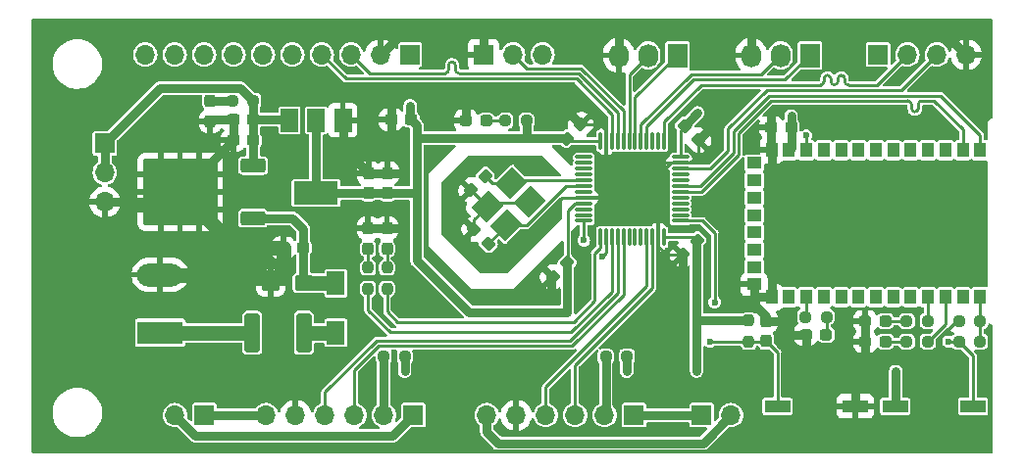
<source format=gbr>
%TF.GenerationSoftware,KiCad,Pcbnew,7.0.5*%
%TF.CreationDate,2023-07-07T02:12:31+07:00*%
%TF.ProjectId,snaaur_v1,736e6161-7572-45f7-9631-2e6b69636164,rev?*%
%TF.SameCoordinates,Original*%
%TF.FileFunction,Copper,L1,Top*%
%TF.FilePolarity,Positive*%
%FSLAX46Y46*%
G04 Gerber Fmt 4.6, Leading zero omitted, Abs format (unit mm)*
G04 Created by KiCad (PCBNEW 7.0.5) date 2023-07-07 02:12:31*
%MOMM*%
%LPD*%
G01*
G04 APERTURE LIST*
G04 Aperture macros list*
%AMRoundRect*
0 Rectangle with rounded corners*
0 $1 Rounding radius*
0 $2 $3 $4 $5 $6 $7 $8 $9 X,Y pos of 4 corners*
0 Add a 4 corners polygon primitive as box body*
4,1,4,$2,$3,$4,$5,$6,$7,$8,$9,$2,$3,0*
0 Add four circle primitives for the rounded corners*
1,1,$1+$1,$2,$3*
1,1,$1+$1,$4,$5*
1,1,$1+$1,$6,$7*
1,1,$1+$1,$8,$9*
0 Add four rect primitives between the rounded corners*
20,1,$1+$1,$2,$3,$4,$5,0*
20,1,$1+$1,$4,$5,$6,$7,0*
20,1,$1+$1,$6,$7,$8,$9,0*
20,1,$1+$1,$8,$9,$2,$3,0*%
%AMRotRect*
0 Rectangle, with rotation*
0 The origin of the aperture is its center*
0 $1 length*
0 $2 width*
0 $3 Rotation angle, in degrees counterclockwise*
0 Add horizontal line*
21,1,$1,$2,0,0,$3*%
G04 Aperture macros list end*
%TA.AperFunction,SMDPad,CuDef*%
%ADD10RoundRect,0.237500X-0.044194X-0.380070X0.380070X0.044194X0.044194X0.380070X-0.380070X-0.044194X0*%
%TD*%
%TA.AperFunction,SMDPad,CuDef*%
%ADD11RoundRect,0.237500X-0.237500X0.250000X-0.237500X-0.250000X0.237500X-0.250000X0.237500X0.250000X0*%
%TD*%
%TA.AperFunction,SMDPad,CuDef*%
%ADD12R,1.500000X2.090000*%
%TD*%
%TA.AperFunction,SMDPad,CuDef*%
%ADD13RoundRect,0.237500X0.237500X-0.250000X0.237500X0.250000X-0.237500X0.250000X-0.237500X-0.250000X0*%
%TD*%
%TA.AperFunction,SMDPad,CuDef*%
%ADD14RoundRect,0.237500X0.380070X-0.044194X-0.044194X0.380070X-0.380070X0.044194X0.044194X-0.380070X0*%
%TD*%
%TA.AperFunction,SMDPad,CuDef*%
%ADD15RoundRect,0.250000X0.537500X0.425000X-0.537500X0.425000X-0.537500X-0.425000X0.537500X-0.425000X0*%
%TD*%
%TA.AperFunction,SMDPad,CuDef*%
%ADD16RoundRect,0.237500X0.250000X0.237500X-0.250000X0.237500X-0.250000X-0.237500X0.250000X-0.237500X0*%
%TD*%
%TA.AperFunction,SMDPad,CuDef*%
%ADD17R,1.500000X2.000000*%
%TD*%
%TA.AperFunction,SMDPad,CuDef*%
%ADD18R,3.800000X2.000000*%
%TD*%
%TA.AperFunction,SMDPad,CuDef*%
%ADD19RoundRect,0.237500X-0.250000X-0.237500X0.250000X-0.237500X0.250000X0.237500X-0.250000X0.237500X0*%
%TD*%
%TA.AperFunction,SMDPad,CuDef*%
%ADD20R,2.160000X1.120000*%
%TD*%
%TA.AperFunction,SMDPad,CuDef*%
%ADD21RoundRect,0.250000X-0.400000X-1.450000X0.400000X-1.450000X0.400000X1.450000X-0.400000X1.450000X0*%
%TD*%
%TA.AperFunction,SMDPad,CuDef*%
%ADD22RoundRect,0.237500X-0.287500X-0.237500X0.287500X-0.237500X0.287500X0.237500X-0.287500X0.237500X0*%
%TD*%
%TA.AperFunction,SMDPad,CuDef*%
%ADD23RoundRect,0.237500X-0.300000X-0.237500X0.300000X-0.237500X0.300000X0.237500X-0.300000X0.237500X0*%
%TD*%
%TA.AperFunction,SMDPad,CuDef*%
%ADD24RoundRect,0.237500X0.044194X0.380070X-0.380070X-0.044194X-0.044194X-0.380070X0.380070X0.044194X0*%
%TD*%
%TA.AperFunction,SMDPad,CuDef*%
%ADD25RoundRect,0.237500X0.237500X-0.287500X0.237500X0.287500X-0.237500X0.287500X-0.237500X-0.287500X0*%
%TD*%
%TA.AperFunction,ComponentPad*%
%ADD26R,1.700000X1.700000*%
%TD*%
%TA.AperFunction,ComponentPad*%
%ADD27O,1.700000X1.700000*%
%TD*%
%TA.AperFunction,ComponentPad*%
%ADD28R,3.960000X1.980000*%
%TD*%
%TA.AperFunction,ComponentPad*%
%ADD29O,3.960000X1.980000*%
%TD*%
%TA.AperFunction,SMDPad,CuDef*%
%ADD30R,1.000000X1.300000*%
%TD*%
%TA.AperFunction,SMDPad,CuDef*%
%ADD31R,1.300000X1.000000*%
%TD*%
%TA.AperFunction,SMDPad,CuDef*%
%ADD32RoundRect,0.237500X-0.380070X0.044194X0.044194X-0.380070X0.380070X-0.044194X-0.044194X0.380070X0*%
%TD*%
%TA.AperFunction,SMDPad,CuDef*%
%ADD33RoundRect,0.075000X-0.662500X-0.075000X0.662500X-0.075000X0.662500X0.075000X-0.662500X0.075000X0*%
%TD*%
%TA.AperFunction,SMDPad,CuDef*%
%ADD34RoundRect,0.075000X-0.075000X-0.662500X0.075000X-0.662500X0.075000X0.662500X-0.075000X0.662500X0*%
%TD*%
%TA.AperFunction,SMDPad,CuDef*%
%ADD35RotRect,2.100000X1.800000X225.000000*%
%TD*%
%TA.AperFunction,SMDPad,CuDef*%
%ADD36RoundRect,0.237500X-0.237500X0.300000X-0.237500X-0.300000X0.237500X-0.300000X0.237500X0.300000X0*%
%TD*%
%TA.AperFunction,SMDPad,CuDef*%
%ADD37RoundRect,0.237500X-0.237500X0.287500X-0.237500X-0.287500X0.237500X-0.287500X0.237500X0.287500X0*%
%TD*%
%TA.AperFunction,ComponentPad*%
%ADD38R,1.730000X2.030000*%
%TD*%
%TA.AperFunction,ComponentPad*%
%ADD39O,1.730000X2.030000*%
%TD*%
%TA.AperFunction,SMDPad,CuDef*%
%ADD40RoundRect,0.237500X0.237500X-0.300000X0.237500X0.300000X-0.237500X0.300000X-0.237500X-0.300000X0*%
%TD*%
%TA.AperFunction,SMDPad,CuDef*%
%ADD41RoundRect,0.250000X0.850000X0.350000X-0.850000X0.350000X-0.850000X-0.350000X0.850000X-0.350000X0*%
%TD*%
%TA.AperFunction,SMDPad,CuDef*%
%ADD42RoundRect,0.250000X1.275000X1.125000X-1.275000X1.125000X-1.275000X-1.125000X1.275000X-1.125000X0*%
%TD*%
%TA.AperFunction,SMDPad,CuDef*%
%ADD43RoundRect,0.249997X2.950003X2.650003X-2.950003X2.650003X-2.950003X-2.650003X2.950003X-2.650003X0*%
%TD*%
%TA.AperFunction,SMDPad,CuDef*%
%ADD44RoundRect,0.237500X0.300000X0.237500X-0.300000X0.237500X-0.300000X-0.237500X0.300000X-0.237500X0*%
%TD*%
%TA.AperFunction,ViaPad*%
%ADD45C,0.600000*%
%TD*%
%TA.AperFunction,Conductor*%
%ADD46C,1.270000*%
%TD*%
%TA.AperFunction,Conductor*%
%ADD47C,0.254000*%
%TD*%
%TA.AperFunction,Conductor*%
%ADD48C,0.762000*%
%TD*%
G04 APERTURE END LIST*
D10*
%TO.P,C11,1*%
%TO.N,GND*%
X141932500Y-69812500D03*
%TO.P,C11,2*%
%TO.N,OSC1*%
X143152260Y-68592740D03*
%TD*%
D11*
%TO.P,R3,1*%
%TO.N,+3.3V*%
X165902000Y-81096000D03*
%TO.P,R3,2*%
%TO.N,NRST*%
X165902000Y-82921000D03*
%TD*%
D12*
%TO.P,D1,A*%
%TO.N,Net-(D1-PadA)*%
X130264500Y-82133000D03*
%TO.P,D1,C*%
%TO.N,Net-(U1-IN)*%
X130264500Y-77873000D03*
%TD*%
D13*
%TO.P,R10,1*%
%TO.N,LED2*%
X133055500Y-78344750D03*
%TO.P,R10,2*%
%TO.N,Net-(5V3-A)*%
X133055500Y-76519750D03*
%TD*%
D14*
%TO.P,C9,1*%
%TO.N,OSC2*%
X143427260Y-74437500D03*
%TO.P,C9,2*%
%TO.N,GND*%
X142207500Y-73217740D03*
%TD*%
D15*
%TO.P,C1,1*%
%TO.N,Net-(U1-IN)*%
X127511500Y-77850000D03*
%TO.P,C1,2*%
%TO.N,GND*%
X124636500Y-77850000D03*
%TD*%
D16*
%TO.P,R21,1*%
%TO.N,Net-(U4-PIO[11])*%
X185864500Y-81146000D03*
%TO.P,R21,2*%
%TO.N,GND*%
X184039500Y-81146000D03*
%TD*%
D17*
%TO.P,U2,1,GND*%
%TO.N,GND*%
X130864000Y-63772000D03*
%TO.P,U2,2,VO*%
%TO.N,+3.3V*%
X128564000Y-63772000D03*
D18*
X128564000Y-70072000D03*
D17*
%TO.P,U2,3,VI*%
%TO.N,+5V*%
X126264000Y-63772000D03*
%TD*%
D19*
%TO.P,R16,1*%
%TO.N,Net-(U4-PIO[1])*%
X170791500Y-80772000D03*
%TO.P,R16,2*%
%TO.N,Net-(2V1-A)*%
X172616500Y-80772000D03*
%TD*%
D20*
%TO.P,NRST2,1,1*%
%TO.N,BLE_ENB*%
X185269000Y-88512000D03*
%TO.P,NRST2,2,2*%
%TO.N,+3.3V*%
X178539000Y-88512000D03*
%TD*%
D16*
%TO.P,R6,1*%
%TO.N,+3.3V*%
X136212500Y-84200000D03*
%TO.P,R6,2*%
%TO.N,Net-(J6-Pin_2)*%
X134387500Y-84200000D03*
%TD*%
%TO.P,R2,1*%
%TO.N,+3.3V*%
X146720632Y-63799522D03*
%TO.P,R2,2*%
%TO.N,Net-(3V1-A)*%
X144895632Y-63799522D03*
%TD*%
D21*
%TO.P,F1,1*%
%TO.N,+12V*%
X123037000Y-82162000D03*
%TO.P,F1,2*%
%TO.N,Net-(D1-PadA)*%
X127487000Y-82162000D03*
%TD*%
D16*
%TO.P,R17,1*%
%TO.N,Net-(U4-PIO[8])*%
X181362500Y-81146000D03*
%TO.P,R17,2*%
%TO.N,Net-(2V2-A)*%
X179537500Y-81146000D03*
%TD*%
D22*
%TO.P,2V2,1,K*%
%TO.N,GND*%
X175949000Y-81146000D03*
%TO.P,2V2,2,A*%
%TO.N,Net-(2V2-A)*%
X177699000Y-81146000D03*
%TD*%
D23*
%TO.P,C15,1*%
%TO.N,GND*%
X121391500Y-65517000D03*
%TO.P,C15,2*%
%TO.N,+5V*%
X123116500Y-65517000D03*
%TD*%
D24*
%TO.P,C8,1*%
%TO.N,+3.3V*%
X161431880Y-74186120D03*
%TO.P,C8,2*%
%TO.N,GND*%
X160212120Y-75405880D03*
%TD*%
D16*
%TO.P,R7,1*%
%TO.N,+3.3V*%
X155387500Y-84200000D03*
%TO.P,R7,2*%
%TO.N,Net-(J8-Pin_2)*%
X153562500Y-84200000D03*
%TD*%
D24*
%TO.P,C10,1*%
%TO.N,+3.3V*%
X150215880Y-76098120D03*
%TO.P,C10,2*%
%TO.N,GND*%
X148996120Y-77317880D03*
%TD*%
D22*
%TO.P,2V1,1,K*%
%TO.N,GND*%
X170829000Y-82296000D03*
%TO.P,2V1,2,A*%
%TO.N,Net-(2V1-A)*%
X172579000Y-82296000D03*
%TD*%
D25*
%TO.P,5V1,1,K*%
%TO.N,GND*%
X119420000Y-63860000D03*
%TO.P,5V1,2,A*%
%TO.N,Net-(5V1-A)*%
X119420000Y-62110000D03*
%TD*%
D26*
%TO.P,J2,1,Pin_1*%
%TO.N,+3.3V*%
X177062500Y-58095000D03*
D27*
%TO.P,J2,2,Pin_2*%
%TO.N,SWCLK*%
X179602500Y-58095000D03*
%TO.P,J2,3,Pin_3*%
%TO.N,SWDIO*%
X182142500Y-58095000D03*
%TO.P,J2,4,Pin_4*%
%TO.N,GND*%
X184682500Y-58095000D03*
%TD*%
D28*
%TO.P,J1,1,Pin_1*%
%TO.N,+12V*%
X115102000Y-82133000D03*
D29*
%TO.P,J1,2,Pin_2*%
%TO.N,GND*%
X115102000Y-77133000D03*
%TD*%
D30*
%TO.P,U4,1,UART-TX*%
%TO.N,BLUE_TX*%
X185875000Y-66370000D03*
%TO.P,U4,2,UART-RX*%
%TO.N,BLUE_RX*%
X184375000Y-66370000D03*
%TO.P,U4,3,~{UART-CTS}*%
%TO.N,unconnected-(U4-~{UART-CTS}-Pad3)*%
X182875000Y-66370000D03*
%TO.P,U4,4,~{UART-RTS}*%
%TO.N,unconnected-(U4-~{UART-RTS}-Pad4)*%
X181375000Y-66370000D03*
%TO.P,U4,5,PCM-CLK*%
%TO.N,unconnected-(U4-PCM-CLK-Pad5)*%
X179875000Y-66370000D03*
%TO.P,U4,6,PCM-OUT*%
%TO.N,unconnected-(U4-PCM-OUT-Pad6)*%
X178375000Y-66370000D03*
%TO.P,U4,7,PCM-IN*%
%TO.N,unconnected-(U4-PCM-IN-Pad7)*%
X176875000Y-66370000D03*
%TO.P,U4,8,PCN-SYNC*%
%TO.N,unconnected-(U4-PCN-SYNC-Pad8)*%
X175375000Y-66370000D03*
%TO.P,U4,9,AIO[0]*%
%TO.N,unconnected-(U4-AIO[0]-Pad9)*%
X173875000Y-66370000D03*
%TO.P,U4,10,AIO[1]*%
%TO.N,unconnected-(U4-AIO[1]-Pad10)*%
X172375000Y-66370000D03*
%TO.P,U4,11,~{RESETB}*%
%TO.N,BLUE_RESET*%
X170875000Y-66370000D03*
%TO.P,U4,12,3.3_VCC*%
%TO.N,+3.3V*%
X169375000Y-66370000D03*
%TO.P,U4,13,GND*%
%TO.N,GND*%
X167875000Y-66370000D03*
D31*
%TO.P,U4,14*%
%TO.N,N/C*%
X166375000Y-67470000D03*
%TO.P,U4,15,USB_-*%
%TO.N,unconnected-(U4-USB_--Pad15)*%
X166375000Y-68970000D03*
%TO.P,U4,16,~{SPI_CSB}*%
%TO.N,unconnected-(U4-~{SPI_CSB}-Pad16)*%
X166375000Y-70470000D03*
%TO.P,U4,17,SPI_MOSI*%
%TO.N,unconnected-(U4-SPI_MOSI-Pad17)*%
X166375000Y-71970000D03*
%TO.P,U4,18,SPI_MISO*%
%TO.N,unconnected-(U4-SPI_MISO-Pad18)*%
X166375000Y-73470000D03*
%TO.P,U4,19,SPI_CLK*%
%TO.N,unconnected-(U4-SPI_CLK-Pad19)*%
X166375000Y-74970000D03*
%TO.P,U4,20,USB_+*%
%TO.N,unconnected-(U4-USB_+-Pad20)*%
X166375000Y-76470000D03*
%TO.P,U4,21,GND*%
%TO.N,GND*%
X166375000Y-77970000D03*
D30*
%TO.P,U4,22,GND*%
X167875000Y-79070000D03*
%TO.P,U4,23,PIO[0]*%
%TO.N,unconnected-(U4-PIO[0]-Pad23)*%
X169375000Y-79070000D03*
%TO.P,U4,24,PIO[1]*%
%TO.N,Net-(U4-PIO[1])*%
X170875000Y-79070000D03*
%TO.P,U4,25,PIO[2]*%
%TO.N,unconnected-(U4-PIO[2]-Pad25)*%
X172375000Y-79070000D03*
%TO.P,U4,26,PIO[3]*%
%TO.N,unconnected-(U4-PIO[3]-Pad26)*%
X173875000Y-79070000D03*
%TO.P,U4,27,PIO[4]*%
%TO.N,unconnected-(U4-PIO[4]-Pad27)*%
X175375000Y-79070000D03*
%TO.P,U4,28,PIO[5]*%
%TO.N,unconnected-(U4-PIO[5]-Pad28)*%
X176875000Y-79070000D03*
%TO.P,U4,29,PIO[6]*%
%TO.N,unconnected-(U4-PIO[6]-Pad29)*%
X178375000Y-79070000D03*
%TO.P,U4,30,PIO[7]*%
%TO.N,unconnected-(U4-PIO[7]-Pad30)*%
X179875000Y-79070000D03*
%TO.P,U4,31,PIO[8]*%
%TO.N,Net-(U4-PIO[8])*%
X181375000Y-79070000D03*
%TO.P,U4,32,PIO[9]*%
%TO.N,Net-(U4-PIO[9])*%
X182875000Y-79070000D03*
%TO.P,U4,33,PIO[10]*%
%TO.N,unconnected-(U4-PIO[10]-Pad33)*%
X184375000Y-79070000D03*
%TO.P,U4,34,PIO[11]*%
%TO.N,Net-(U4-PIO[11])*%
X185875000Y-79070000D03*
%TD*%
D32*
%TO.P,C6,1*%
%TO.N,+3.3V*%
X160339120Y-64280120D03*
%TO.P,C6,2*%
%TO.N,GND*%
X161558880Y-65499880D03*
%TD*%
D26*
%TO.P,J11,1,Pin_1*%
%TO.N,+5V*%
X110316000Y-65771000D03*
D27*
%TO.P,J11,2,Pin_2*%
X110316000Y-68311000D03*
%TO.P,J11,3,Pin_3*%
%TO.N,GND*%
X110316000Y-70851000D03*
%TD*%
D33*
%TO.P,U3,1,VBAT*%
%TO.N,unconnected-(U3-VBAT-Pad1)*%
X151678000Y-66966000D03*
%TO.P,U3,2,PC13*%
%TO.N,unconnected-(U3-PC13-Pad2)*%
X151678000Y-67466000D03*
%TO.P,U3,3,PC14*%
%TO.N,unconnected-(U3-PC14-Pad3)*%
X151678000Y-67966000D03*
%TO.P,U3,4,PC15*%
%TO.N,unconnected-(U3-PC15-Pad4)*%
X151678000Y-68466000D03*
%TO.P,U3,5,PD0*%
%TO.N,OSC1*%
X151678000Y-68966000D03*
%TO.P,U3,6,PD1*%
%TO.N,OSC2*%
X151678000Y-69466000D03*
%TO.P,U3,7,NRST*%
%TO.N,unconnected-(U3-NRST-Pad7)*%
X151678000Y-69966000D03*
%TO.P,U3,8,VSSA*%
%TO.N,GND*%
X151678000Y-70466000D03*
%TO.P,U3,9,VDDA*%
%TO.N,+3.3V*%
X151678000Y-70966000D03*
%TO.P,U3,10,PA0*%
%TO.N,unconnected-(U3-PA0-Pad10)*%
X151678000Y-71466000D03*
%TO.P,U3,11,PA1*%
%TO.N,unconnected-(U3-PA1-Pad11)*%
X151678000Y-71966000D03*
%TO.P,U3,12,PA2*%
%TO.N,NRST*%
X151678000Y-72466000D03*
D34*
%TO.P,U3,13,PA3*%
%TO.N,LED1*%
X153090500Y-73878500D03*
%TO.P,U3,14,PA4*%
%TO.N,BLUE_RESET*%
X153590500Y-73878500D03*
%TO.P,U3,15,PA5*%
%TO.N,LED2*%
X154090500Y-73878500D03*
%TO.P,U3,16,PA6*%
%TO.N,enc_in_1a*%
X154590500Y-73878500D03*
%TO.P,U3,17,PA7*%
%TO.N,enc_in_1b*%
X155090500Y-73878500D03*
%TO.P,U3,18,PB0*%
%TO.N,unconnected-(U3-PB0-Pad18)*%
X155590500Y-73878500D03*
%TO.P,U3,19,PB1*%
%TO.N,unconnected-(U3-PB1-Pad19)*%
X156090500Y-73878500D03*
%TO.P,U3,20,PB2*%
%TO.N,unconnected-(U3-PB2-Pad20)*%
X156590500Y-73878500D03*
%TO.P,U3,21,PB10*%
%TO.N,enc_in_2a*%
X157090500Y-73878500D03*
%TO.P,U3,22,PB11*%
%TO.N,enc_in_2b*%
X157590500Y-73878500D03*
%TO.P,U3,23,VSS*%
%TO.N,GND*%
X158090500Y-73878500D03*
%TO.P,U3,24,VDD*%
%TO.N,+3.3V*%
X158590500Y-73878500D03*
D33*
%TO.P,U3,25,PB12*%
%TO.N,BLE_ENB*%
X160003000Y-72466000D03*
%TO.P,U3,26,PB13*%
%TO.N,unconnected-(U3-PB13-Pad26)*%
X160003000Y-71966000D03*
%TO.P,U3,27,PB14*%
%TO.N,unconnected-(U3-PB14-Pad27)*%
X160003000Y-71466000D03*
%TO.P,U3,28,PB15*%
%TO.N,unconnected-(U3-PB15-Pad28)*%
X160003000Y-70966000D03*
%TO.P,U3,29,PA8*%
%TO.N,unconnected-(U3-PA8-Pad29)*%
X160003000Y-70466000D03*
%TO.P,U3,30,PA9*%
%TO.N,BLUE_RX*%
X160003000Y-69966000D03*
%TO.P,U3,31,PA10*%
%TO.N,BLUE_TX*%
X160003000Y-69466000D03*
%TO.P,U3,32,PA11*%
%TO.N,unconnected-(U3-PA11-Pad32)*%
X160003000Y-68966000D03*
%TO.P,U3,33,PA12*%
%TO.N,unconnected-(U3-PA12-Pad33)*%
X160003000Y-68466000D03*
%TO.P,U3,34,PA13*%
%TO.N,SWDIO*%
X160003000Y-67966000D03*
%TO.P,U3,35,VSS*%
%TO.N,GND*%
X160003000Y-67466000D03*
%TO.P,U3,36,VDD*%
%TO.N,+3.3V*%
X160003000Y-66966000D03*
D34*
%TO.P,U3,37,PA14*%
%TO.N,SWCLK*%
X158590500Y-65553500D03*
%TO.P,U3,38,PA15*%
%TO.N,unconnected-(U3-PA15-Pad38)*%
X158090500Y-65553500D03*
%TO.P,U3,39,PB3*%
%TO.N,unconnected-(U3-PB3-Pad39)*%
X157590500Y-65553500D03*
%TO.P,U3,40,PB4*%
%TO.N,/PWM1_CH1*%
X157090500Y-65553500D03*
%TO.P,U3,41,PB5*%
%TO.N,Net-(J9-Pin_2)*%
X156590500Y-65553500D03*
%TO.P,U3,42,PB6*%
%TO.N,/PWM2_CH1*%
X156090500Y-65553500D03*
%TO.P,U3,43,PB7*%
%TO.N,Net-(J10-Pin_2)*%
X155590500Y-65553500D03*
%TO.P,U3,44,BOOT0*%
%TO.N,BOOT0*%
X155090500Y-65553500D03*
%TO.P,U3,45,PB8*%
%TO.N,IMU_SCL*%
X154590500Y-65553500D03*
%TO.P,U3,46,PB9*%
%TO.N,IMU_SDA*%
X154090500Y-65553500D03*
%TO.P,U3,47,VSS*%
%TO.N,GND*%
X153590500Y-65553500D03*
%TO.P,U3,48,VDD*%
%TO.N,+3.3V*%
X153090500Y-65553500D03*
%TD*%
D35*
%TO.P,Y1,1,1*%
%TO.N,OSC1*%
X145404512Y-69189142D03*
%TO.P,Y1,2,2*%
%TO.N,GND*%
X143353902Y-71239752D03*
%TO.P,Y1,3,3*%
%TO.N,OSC2*%
X144980248Y-72866098D03*
%TO.P,Y1,4,4*%
%TO.N,GND*%
X147030858Y-70815488D03*
%TD*%
D36*
%TO.P,C7,1*%
%TO.N,GND*%
X167426000Y-81146000D03*
%TO.P,C7,2*%
%TO.N,NRST*%
X167426000Y-82871000D03*
%TD*%
D37*
%TO.P,5V2,1,K*%
%TO.N,GND*%
X134675000Y-73114250D03*
%TO.P,5V2,2,A*%
%TO.N,Net-(5V2-A)*%
X134675000Y-74864250D03*
%TD*%
D23*
%TO.P,C2,1*%
%TO.N,GND*%
X125719500Y-74802000D03*
%TO.P,C2,2*%
%TO.N,Net-(U1-IN)*%
X127444500Y-74802000D03*
%TD*%
D16*
%TO.P,R1,1*%
%TO.N,+5V*%
X123126500Y-62096000D03*
%TO.P,R1,2*%
%TO.N,Net-(5V1-A)*%
X121301500Y-62096000D03*
%TD*%
D13*
%TO.P,R8,1*%
%TO.N,LED1*%
X134675000Y-78344750D03*
%TO.P,R8,2*%
%TO.N,Net-(5V2-A)*%
X134675000Y-76519750D03*
%TD*%
D19*
%TO.P,R20,1*%
%TO.N,BLE_ENB*%
X184039500Y-82924000D03*
%TO.P,R20,2*%
%TO.N,Net-(U4-PIO[11])*%
X185864500Y-82924000D03*
%TD*%
D22*
%TO.P,2V3,1,K*%
%TO.N,GND*%
X175949000Y-82924000D03*
%TO.P,2V3,2,A*%
%TO.N,Net-(2V3-A)*%
X177699000Y-82924000D03*
%TD*%
D38*
%TO.P,J9,1,Pin_1*%
%TO.N,/PWM1_CH1*%
X171196000Y-58166000D03*
D39*
%TO.P,J9,2,Pin_2*%
%TO.N,Net-(J9-Pin_2)*%
X168656000Y-58166000D03*
%TO.P,J9,3,Pin_3*%
%TO.N,GND*%
X166116000Y-58166000D03*
%TD*%
D26*
%TO.P,J5,1,Pin_1*%
%TO.N,-M1*%
X118917000Y-89274000D03*
D27*
%TO.P,J5,2,Pin_2*%
%TO.N,+M1*%
X116377000Y-89274000D03*
%TD*%
D23*
%TO.P,C3,1*%
%TO.N,GND*%
X121391500Y-63739000D03*
%TO.P,C3,2*%
%TO.N,+5V*%
X123116500Y-63739000D03*
%TD*%
D16*
%TO.P,R19,1*%
%TO.N,Net-(U4-PIO[9])*%
X181362500Y-82924000D03*
%TO.P,R19,2*%
%TO.N,Net-(2V3-A)*%
X179537500Y-82924000D03*
%TD*%
D26*
%TO.P,J6,1,Pin_1*%
%TO.N,+M1*%
X136946000Y-89274000D03*
D27*
%TO.P,J6,2,Pin_2*%
%TO.N,Net-(J6-Pin_2)*%
X134406000Y-89274000D03*
%TO.P,J6,3,Pin_3*%
%TO.N,enc_in_1b*%
X131866000Y-89274000D03*
%TO.P,J6,4,Pin_4*%
%TO.N,enc_in_1a*%
X129326000Y-89274000D03*
%TO.P,J6,5,Pin_5*%
%TO.N,GND*%
X126786000Y-89274000D03*
%TO.P,J6,6,Pin_6*%
%TO.N,-M1*%
X124246000Y-89274000D03*
%TD*%
D23*
%TO.P,C14,1*%
%TO.N,GND*%
X167833500Y-64382000D03*
%TO.P,C14,2*%
%TO.N,+3.3V*%
X169558500Y-64382000D03*
%TD*%
D36*
%TO.P,C4,1*%
%TO.N,GND*%
X133075000Y-68357500D03*
%TO.P,C4,2*%
%TO.N,+3.3V*%
X133075000Y-70082500D03*
%TD*%
D20*
%TO.P,NRST1,1,1*%
%TO.N,GND*%
X175109000Y-88512000D03*
%TO.P,NRST1,2,2*%
%TO.N,NRST*%
X168379000Y-88512000D03*
%TD*%
D26*
%TO.P,J3,1,Pin_1*%
%TO.N,GND*%
X143031500Y-58095000D03*
D27*
%TO.P,J3,2,Pin_2*%
%TO.N,BOOT0*%
X145571500Y-58095000D03*
%TO.P,J3,3,Pin_3*%
%TO.N,+3.3V*%
X148111500Y-58095000D03*
%TD*%
D40*
%TO.P,C12,1*%
%TO.N,+3.3V*%
X134726000Y-70082500D03*
%TO.P,C12,2*%
%TO.N,GND*%
X134726000Y-68357500D03*
%TD*%
D26*
%TO.P,J4,1,Pin_1*%
%TO.N,+3.3V*%
X136666500Y-58095000D03*
D27*
%TO.P,J4,2,Pin_2*%
%TO.N,GND*%
X134126500Y-58095000D03*
%TO.P,J4,3,Pin_3*%
%TO.N,IMU_SCL*%
X131586500Y-58095000D03*
%TO.P,J4,4,Pin_4*%
%TO.N,IMU_SDA*%
X129046500Y-58095000D03*
%TO.P,J4,5,Pin_5*%
%TO.N,unconnected-(J4-Pin_5-Pad5)*%
X126506500Y-58095000D03*
%TO.P,J4,6,Pin_6*%
%TO.N,unconnected-(J4-Pin_6-Pad6)*%
X123966500Y-58095000D03*
%TO.P,J4,7,Pin_7*%
%TO.N,unconnected-(J4-Pin_7-Pad7)*%
X121426500Y-58095000D03*
%TO.P,J4,8,Pin_8*%
%TO.N,unconnected-(J4-Pin_8-Pad8)*%
X118886500Y-58095000D03*
%TO.P,J4,9,Pin_9*%
%TO.N,unconnected-(J4-Pin_9-Pad9)*%
X116346500Y-58095000D03*
%TO.P,J4,10,Pin_10*%
%TO.N,unconnected-(J4-Pin_10-Pad10)*%
X113806500Y-58095000D03*
%TD*%
D37*
%TO.P,5V3,1,K*%
%TO.N,GND*%
X133055500Y-73114250D03*
%TO.P,5V3,2,A*%
%TO.N,Net-(5V3-A)*%
X133055500Y-74864250D03*
%TD*%
D38*
%TO.P,J10,1,Pin_1*%
%TO.N,/PWM2_CH1*%
X159766000Y-58166000D03*
D39*
%TO.P,J10,2,Pin_2*%
%TO.N,Net-(J10-Pin_2)*%
X157226000Y-58166000D03*
%TO.P,J10,3,Pin_3*%
%TO.N,GND*%
X154686000Y-58166000D03*
%TD*%
D10*
%TO.P,C5,1*%
%TO.N,+3.3V*%
X150179120Y-65372880D03*
%TO.P,C5,2*%
%TO.N,GND*%
X151398880Y-64153120D03*
%TD*%
D26*
%TO.P,J7,1,Pin_1*%
%TO.N,+M2*%
X161833000Y-89274000D03*
D27*
%TO.P,J7,2,Pin_2*%
%TO.N,-M2*%
X164373000Y-89274000D03*
%TD*%
D41*
%TO.P,U1,1,IN*%
%TO.N,Net-(U1-IN)*%
X123112000Y-72250000D03*
D42*
%TO.P,U1,2,GND*%
%TO.N,GND*%
X118487000Y-71495000D03*
X118487000Y-68445000D03*
D43*
X116812000Y-69970000D03*
D42*
X115137000Y-71495000D03*
X115137000Y-68445000D03*
D41*
%TO.P,U1,3,OUT*%
%TO.N,+5V*%
X123112000Y-67690000D03*
%TD*%
D22*
%TO.P,3V1,1,K*%
%TO.N,GND*%
X141480632Y-63799522D03*
%TO.P,3V1,2,A*%
%TO.N,Net-(3V1-A)*%
X143230632Y-63799522D03*
%TD*%
D26*
%TO.P,J8,1,Pin_1*%
%TO.N,+M2*%
X155996000Y-89274000D03*
D27*
%TO.P,J8,2,Pin_2*%
%TO.N,Net-(J8-Pin_2)*%
X153456000Y-89274000D03*
%TO.P,J8,3,Pin_3*%
%TO.N,enc_in_2b*%
X150916000Y-89274000D03*
%TO.P,J8,4,Pin_4*%
%TO.N,enc_in_2a*%
X148376000Y-89274000D03*
%TO.P,J8,5,Pin_5*%
%TO.N,GND*%
X145836000Y-89274000D03*
%TO.P,J8,6,Pin_6*%
%TO.N,-M2*%
X143296000Y-89274000D03*
%TD*%
D44*
%TO.P,C13,1*%
%TO.N,+3.3V*%
X136741700Y-63720500D03*
%TO.P,C13,2*%
%TO.N,GND*%
X135016700Y-63720500D03*
%TD*%
D45*
%TO.N,GND*%
X174800977Y-56836500D03*
X179880977Y-64456500D03*
X164640977Y-77156500D03*
X107490977Y-78426500D03*
X107490977Y-82236500D03*
X136225000Y-78994000D03*
X164640977Y-87316500D03*
X170990977Y-88586500D03*
X184960977Y-75886500D03*
X169720977Y-75886500D03*
X104950977Y-77156500D03*
X108760977Y-63186500D03*
X115110977Y-65726500D03*
X172260977Y-70806500D03*
X115110977Y-64456500D03*
X112570977Y-72076500D03*
X104950977Y-59376500D03*
X106220977Y-74616500D03*
X104950977Y-75886500D03*
X112570977Y-60646500D03*
X146860977Y-87316500D03*
X184960977Y-77156500D03*
X157020977Y-72076500D03*
X181150977Y-77156500D03*
X106220977Y-64456500D03*
X130350977Y-73346500D03*
X155750977Y-87316500D03*
X148130977Y-63186500D03*
X186230977Y-89856500D03*
X107490977Y-66996500D03*
X179880977Y-75886500D03*
X131620977Y-72076500D03*
X176070977Y-75886500D03*
X172260977Y-74616500D03*
X112570977Y-74616500D03*
X125270977Y-65726500D03*
X110030977Y-74616500D03*
X173530977Y-73346500D03*
X143050977Y-87316500D03*
X120190977Y-84776500D03*
X153210977Y-72076500D03*
X111300977Y-56836500D03*
X121460977Y-83506500D03*
X129080977Y-72076500D03*
X168450977Y-91126500D03*
X104950977Y-91126500D03*
X136225000Y-68375000D03*
X182420977Y-72076500D03*
X110030977Y-80966500D03*
X111300977Y-88586500D03*
X108760977Y-72076500D03*
X126540977Y-79696500D03*
X153210977Y-56836500D03*
X107490977Y-84776500D03*
X151940977Y-87316500D03*
X110030977Y-77156500D03*
X176070977Y-68266500D03*
X158290977Y-80966500D03*
X181150977Y-75886500D03*
X160830977Y-87316500D03*
X162100977Y-87316500D03*
X140510977Y-70806500D03*
X127810977Y-61916500D03*
X176070977Y-69536500D03*
X181150977Y-89856500D03*
X183690977Y-70806500D03*
X132890977Y-61916500D03*
X181150977Y-70806500D03*
X170990977Y-63186500D03*
X178610977Y-73346500D03*
X124000977Y-84776500D03*
X158290977Y-70806500D03*
X110030977Y-91126500D03*
X181150977Y-73346500D03*
X169720977Y-74616500D03*
X110030977Y-73346500D03*
X164640977Y-74616500D03*
X126540977Y-84776500D03*
X104950977Y-87316500D03*
X111300977Y-60646500D03*
X107490977Y-74616500D03*
X183690977Y-73346500D03*
X117650977Y-65726500D03*
X117650977Y-74616500D03*
X178610977Y-72076500D03*
X104950977Y-66996500D03*
X141780977Y-87316500D03*
X182420977Y-77156500D03*
X184960977Y-74616500D03*
X178610977Y-77156500D03*
X179880977Y-91126500D03*
X154480977Y-72076500D03*
X172260977Y-69536500D03*
X134160977Y-66996500D03*
X170990977Y-91126500D03*
X173530977Y-56836500D03*
X107490977Y-61916500D03*
X112570977Y-69536500D03*
X115110977Y-79696500D03*
X182420977Y-74616500D03*
X172260977Y-72076500D03*
X186230977Y-56836500D03*
X110030977Y-86046500D03*
X164640977Y-56836500D03*
X182420977Y-68266500D03*
X165910977Y-89856500D03*
X170990977Y-70806500D03*
X106220977Y-79696500D03*
X108760977Y-75886500D03*
X116380977Y-63186500D03*
X125270977Y-83506500D03*
X104950977Y-88586500D03*
X136225000Y-71374000D03*
X104950977Y-79696500D03*
X112570977Y-65726500D03*
X112570977Y-75886500D03*
X172260977Y-73346500D03*
X169720977Y-68266500D03*
X122730977Y-84776500D03*
X163370977Y-56836500D03*
X126540977Y-68266500D03*
X183690977Y-68266500D03*
X155750977Y-68266500D03*
X178610977Y-64456500D03*
X129080977Y-73346500D03*
X186230977Y-58106500D03*
X173530977Y-91126500D03*
X106220977Y-77156500D03*
X104950977Y-72076500D03*
X108760977Y-68266500D03*
X130350977Y-75886500D03*
X172260977Y-64456500D03*
X106220977Y-69536500D03*
X173530977Y-75886500D03*
X112570977Y-66996500D03*
X170990977Y-73346500D03*
X113840977Y-89856500D03*
X132890977Y-63186500D03*
X184960977Y-60646500D03*
X104950977Y-63186500D03*
X164640977Y-73346500D03*
X151940977Y-58106500D03*
X183690977Y-84776500D03*
X181150977Y-68266500D03*
X108760977Y-83506500D03*
X181150977Y-91126500D03*
X177340977Y-91126500D03*
X140510977Y-88586500D03*
X158290977Y-72076500D03*
X181150977Y-69536500D03*
X112570977Y-91126500D03*
X106220977Y-66996500D03*
X110030977Y-75886500D03*
X172260977Y-87316500D03*
X183690977Y-72076500D03*
X170990977Y-68266500D03*
X125270977Y-79696500D03*
X120190977Y-79696500D03*
X184960977Y-69536500D03*
X139240977Y-56836500D03*
X179880977Y-72076500D03*
X116380977Y-79696500D03*
X104950977Y-84776500D03*
X115110977Y-63186500D03*
X186230977Y-84776500D03*
X178610977Y-75886500D03*
X169720977Y-77156500D03*
X104950977Y-56836500D03*
X154480977Y-69536500D03*
X116380977Y-84776500D03*
X169720977Y-70806500D03*
X106220977Y-72076500D03*
X136700977Y-87316500D03*
X129080977Y-60646500D03*
X111300977Y-77156500D03*
X169720977Y-72076500D03*
X106220977Y-68266500D03*
X179880977Y-77156500D03*
X173530977Y-69536500D03*
X172260977Y-75886500D03*
X177340977Y-68266500D03*
X177340977Y-70806500D03*
X113840977Y-65726500D03*
X173530977Y-63186500D03*
X177340977Y-74616500D03*
X160212120Y-84440120D03*
X176070977Y-91126500D03*
X108760977Y-65726500D03*
X167180977Y-91126500D03*
X116380977Y-64456500D03*
X176070977Y-73346500D03*
X125270977Y-68266500D03*
X184960977Y-89856500D03*
X157020977Y-80966500D03*
X179880977Y-74616500D03*
X107490977Y-69536500D03*
X108760977Y-73346500D03*
X116380977Y-74616500D03*
X162100977Y-58106500D03*
X112570977Y-89856500D03*
X107490977Y-83506500D03*
X182420977Y-88586500D03*
X183690977Y-89856500D03*
X169720977Y-89856500D03*
X124000977Y-79696500D03*
X126540977Y-61916500D03*
X165910977Y-88586500D03*
X148844000Y-79150000D03*
X126540977Y-66996500D03*
X110030977Y-87316500D03*
X154480977Y-68266500D03*
X139240977Y-63186500D03*
X107490977Y-80966500D03*
X132890977Y-64456500D03*
X107490977Y-73346500D03*
X104950977Y-64456500D03*
X108760977Y-74616500D03*
X113840977Y-64456500D03*
X173530977Y-68266500D03*
X130350977Y-61916500D03*
X170990977Y-75886500D03*
X169720977Y-91126500D03*
X162100977Y-56836500D03*
X130350977Y-79696500D03*
X104950977Y-80966500D03*
X117650977Y-64456500D03*
X104950977Y-69536500D03*
X174800977Y-75886500D03*
X124000977Y-69536500D03*
X112570977Y-68266500D03*
X129080977Y-75886500D03*
X108760977Y-70806500D03*
X110030977Y-79696500D03*
X140510977Y-73346500D03*
X181150977Y-88586500D03*
X121460977Y-84776500D03*
X113840977Y-88586500D03*
X117650977Y-84776500D03*
X183690977Y-69536500D03*
X108760977Y-66996500D03*
X137970977Y-87316500D03*
X170990977Y-69536500D03*
X126540977Y-65726500D03*
X106220977Y-73346500D03*
X125270977Y-70806500D03*
X104950977Y-82236500D03*
X132890977Y-87316500D03*
X107490977Y-72076500D03*
X182420977Y-69536500D03*
X177340977Y-64456500D03*
X178610977Y-63186500D03*
X111300977Y-61916500D03*
X174800977Y-68266500D03*
X177340977Y-72076500D03*
X179880977Y-89856500D03*
X155750977Y-66996500D03*
X104950977Y-73346500D03*
X106220977Y-86046500D03*
X186230977Y-61916500D03*
X172260977Y-63186500D03*
X153210977Y-59376500D03*
X174800977Y-70806500D03*
X174800977Y-63186500D03*
X107490977Y-77156500D03*
X104950977Y-68266500D03*
X125270977Y-84776500D03*
X111300977Y-74616500D03*
X139240977Y-88586500D03*
X131620977Y-61916500D03*
X150670977Y-56836500D03*
X183690977Y-77156500D03*
X131620977Y-74616500D03*
X177340977Y-73346500D03*
X159560977Y-87316500D03*
X169720977Y-73346500D03*
X118920977Y-79696500D03*
X107490977Y-86046500D03*
X132890977Y-65726500D03*
X174800977Y-91126500D03*
X111300977Y-86046500D03*
X108760977Y-84776500D03*
X145590977Y-87316500D03*
X112570977Y-73346500D03*
X184960977Y-70806500D03*
X157020977Y-87316500D03*
X106220977Y-78426500D03*
X110030977Y-84776500D03*
X157020977Y-66996500D03*
X168450977Y-89856500D03*
X174800977Y-72076500D03*
X182420977Y-64456500D03*
X176070977Y-70806500D03*
X106220977Y-83506500D03*
X108760977Y-78426500D03*
X127810977Y-84776500D03*
X129080977Y-74616500D03*
X135041000Y-61270000D03*
X153210977Y-69536500D03*
X178610977Y-89856500D03*
X163370977Y-58106500D03*
X155750977Y-72076500D03*
X107490977Y-79696500D03*
X164640977Y-75886500D03*
X153210977Y-68266500D03*
X140510977Y-72076500D03*
X110030977Y-78426500D03*
X173530977Y-64456500D03*
X111300977Y-87316500D03*
X104950977Y-89856500D03*
X172260977Y-88586500D03*
X174800977Y-58106500D03*
X186230977Y-59376500D03*
X176070977Y-64456500D03*
X186230977Y-91126500D03*
X140510977Y-87316500D03*
X165910977Y-91126500D03*
X173530977Y-74616500D03*
X131620977Y-79696500D03*
X122730977Y-69536500D03*
X172260977Y-91126500D03*
X140510977Y-69536500D03*
X177340977Y-69536500D03*
X184960977Y-91126500D03*
X106220977Y-63186500D03*
X115110977Y-91126500D03*
X130350977Y-68266500D03*
X182420977Y-75886500D03*
X183690977Y-60646500D03*
X110030977Y-63186500D03*
X111300977Y-89856500D03*
X104950977Y-70806500D03*
X179880977Y-68266500D03*
X122730977Y-70806500D03*
X125270977Y-80966500D03*
X107490977Y-68266500D03*
X115110977Y-74616500D03*
X167825000Y-63370000D03*
X182420977Y-89856500D03*
X127810977Y-60646500D03*
X182420977Y-91126500D03*
X174800977Y-69536500D03*
X141780977Y-68266500D03*
X173530977Y-58106500D03*
X158290977Y-79696500D03*
X177340977Y-77156500D03*
X108760977Y-82236500D03*
X178610977Y-91126500D03*
X167180977Y-89856500D03*
X151940977Y-56836500D03*
X178610977Y-69536500D03*
X182420977Y-73346500D03*
X173530977Y-72076500D03*
X108760977Y-61916500D03*
X104950977Y-83506500D03*
X126540977Y-60646500D03*
X120190977Y-83506500D03*
X172260977Y-77156500D03*
X121460977Y-70806500D03*
X186230977Y-63186500D03*
X129080977Y-84776500D03*
X176070977Y-72076500D03*
X110030977Y-82236500D03*
X112570977Y-87316500D03*
X107490977Y-64456500D03*
X170990977Y-89856500D03*
X111300977Y-75886500D03*
X131620977Y-75886500D03*
X108760977Y-69536500D03*
X183690977Y-74616500D03*
X172260977Y-68266500D03*
X124000977Y-70806500D03*
X106220977Y-61916500D03*
X107490977Y-65726500D03*
X176070977Y-77156500D03*
X182420977Y-60646500D03*
X186230977Y-60646500D03*
X110030977Y-56836500D03*
X104950977Y-58106500D03*
X111300977Y-59376500D03*
X121460977Y-79696500D03*
X176070977Y-63186500D03*
X139240977Y-87316500D03*
X184960977Y-61916500D03*
X181150977Y-74616500D03*
X117650977Y-79696500D03*
X165910977Y-65726500D03*
X165910977Y-87316500D03*
X117650977Y-63186500D03*
X174800977Y-89856500D03*
X178610977Y-70806500D03*
X169720977Y-69536500D03*
X154480977Y-66996500D03*
X177340977Y-89856500D03*
X170990977Y-72076500D03*
X118920977Y-83506500D03*
X113840977Y-74616500D03*
X118920977Y-84776500D03*
X118920977Y-65726500D03*
X179880977Y-69536500D03*
X177340977Y-63186500D03*
X164640977Y-72076500D03*
X125270977Y-61916500D03*
X184960977Y-73346500D03*
X106220977Y-75886500D03*
X179880977Y-73346500D03*
X183690977Y-91126500D03*
X130350977Y-74616500D03*
X181150977Y-86046500D03*
X106220977Y-70806500D03*
X108760977Y-77156500D03*
X176070977Y-74616500D03*
X176070977Y-89856500D03*
X131620977Y-73346500D03*
X108760977Y-80966500D03*
X140510977Y-56836500D03*
X108760977Y-79696500D03*
X125270977Y-82236500D03*
X107490977Y-63186500D03*
X183690977Y-75886500D03*
X107490977Y-70806500D03*
X106220977Y-84776500D03*
X170990977Y-74616500D03*
X104950977Y-78426500D03*
X163625000Y-63370000D03*
X116380977Y-65726500D03*
X173530977Y-77156500D03*
X110030977Y-61916500D03*
X110030977Y-83506500D03*
X104950977Y-65726500D03*
X108760977Y-86046500D03*
X184960977Y-68266500D03*
X186230977Y-86046500D03*
X111300977Y-78426500D03*
X173530977Y-89856500D03*
X129080977Y-61916500D03*
X174800977Y-73346500D03*
X111300977Y-73346500D03*
X170990977Y-87316500D03*
X111300977Y-58106500D03*
X184960977Y-72076500D03*
X125270977Y-69536500D03*
X104950977Y-86046500D03*
X178610977Y-74616500D03*
X158290977Y-87316500D03*
X104950977Y-61916500D03*
X129080977Y-79696500D03*
X182420977Y-70806500D03*
X125270977Y-66996500D03*
X182420977Y-86046500D03*
X106220977Y-65726500D03*
X178610977Y-68266500D03*
X182420977Y-87316500D03*
X172260977Y-89856500D03*
X163370977Y-87316500D03*
X170990977Y-77156500D03*
X164640977Y-78426500D03*
X174800977Y-74616500D03*
X174800977Y-77156500D03*
X177340977Y-75886500D03*
X144320977Y-87316500D03*
X130350977Y-72076500D03*
X181150977Y-87316500D03*
X106220977Y-82236500D03*
X111300977Y-91126500D03*
X104950977Y-60646500D03*
X125270977Y-60646500D03*
X179880977Y-70806500D03*
X181150977Y-72076500D03*
X121460977Y-69536500D03*
X183690977Y-86046500D03*
X174800977Y-64456500D03*
X153210977Y-66996500D03*
X124000977Y-60646500D03*
X112570977Y-88586500D03*
X106220977Y-56836500D03*
X125270977Y-73346500D03*
X169418000Y-84502000D03*
X107490977Y-75886500D03*
X106220977Y-80966500D03*
X104950977Y-74616500D03*
X127810977Y-79696500D03*
X108760977Y-64456500D03*
X113840977Y-91126500D03*
X150670977Y-58106500D03*
X173530977Y-70806500D03*
X122730977Y-79696500D03*
X181150977Y-64456500D03*
%TO.N,+3.3V*%
X161431880Y-85464000D03*
X136692000Y-62501300D03*
X150250000Y-80375000D03*
X136200000Y-85475000D03*
X161482400Y-63136840D03*
X169558500Y-63392500D03*
X155361000Y-85464000D03*
X178602000Y-85464000D03*
%TO.N,NRST*%
X151678000Y-74161000D03*
X162560000Y-82924000D03*
%TO.N,BLE_ENB*%
X183134000Y-82924000D03*
X162958000Y-79502000D03*
%TO.N,BLUE_RESET*%
X153275000Y-75550000D03*
X170855000Y-65093200D03*
%TD*%
D46*
%TO.N,GND*%
X125719200Y-76767300D02*
X125719200Y-74802300D01*
X125719200Y-74802300D02*
X125719500Y-74802000D01*
D47*
X141742380Y-73682860D02*
X142207500Y-73217740D01*
D48*
X160212120Y-84440120D02*
X160212120Y-75405880D01*
D47*
X184039500Y-81146000D02*
X183782552Y-81146000D01*
D48*
X167875000Y-79070000D02*
X166458000Y-79070000D01*
D47*
X141742380Y-74315120D02*
X141742380Y-73682860D01*
D48*
X154700500Y-58095000D02*
X154700500Y-55720500D01*
X134126500Y-58095000D02*
X136501500Y-55720000D01*
X136225000Y-68375000D02*
X136207500Y-68357500D01*
X136187250Y-73114250D02*
X136225000Y-73152000D01*
X110316000Y-70851000D02*
X115931000Y-70851000D01*
D47*
X181944000Y-84502000D02*
X181022000Y-84502000D01*
D48*
X175109000Y-88512000D02*
X175109000Y-84605000D01*
D47*
X142207500Y-73217740D02*
X142207500Y-72386154D01*
D46*
X115102000Y-77133000D02*
X123919500Y-77133000D01*
X123919500Y-77133000D02*
X124636500Y-77850000D01*
D48*
X143025000Y-55720000D02*
X154700000Y-55720000D01*
X175949000Y-82924000D02*
X175949000Y-81146000D01*
X170688000Y-84502000D02*
X175006000Y-84502000D01*
X182307500Y-55720000D02*
X184682500Y-58095000D01*
D47*
X151678000Y-70466000D02*
X156196986Y-70466000D01*
D48*
X169672000Y-82296000D02*
X170829000Y-82296000D01*
X116938500Y-69970000D02*
X121391500Y-65517000D01*
D47*
X151398880Y-64153120D02*
X153061620Y-64153120D01*
D46*
X121644000Y-74802000D02*
X116812000Y-69970000D01*
D48*
X169418000Y-84502000D02*
X170688000Y-84502000D01*
D46*
X124636500Y-77850000D02*
X125719200Y-76767300D01*
D48*
X167426000Y-80765000D02*
X167426000Y-81146000D01*
D47*
X146951346Y-70895000D02*
X143698654Y-70895000D01*
D48*
X163625000Y-63370000D02*
X163625000Y-63433760D01*
X121391500Y-63739000D02*
X119541000Y-63739000D01*
D47*
X159196986Y-67466000D02*
X160003000Y-67466000D01*
D48*
X167875000Y-66370000D02*
X167875000Y-79070000D01*
X121391500Y-65517000D02*
X121391500Y-63739000D01*
X154700500Y-55720500D02*
X154700000Y-55720000D01*
D47*
X149771052Y-70466000D02*
X144854981Y-75382071D01*
D48*
X136225000Y-73152000D02*
X136225000Y-71374000D01*
X168522000Y-81146000D02*
X169672000Y-82296000D01*
X167833500Y-64382000D02*
X167833500Y-63378500D01*
D47*
X161558880Y-66716134D02*
X161558880Y-65499880D01*
D48*
X119541000Y-63739000D02*
X119420000Y-63860000D01*
X166130500Y-55739500D02*
X166150000Y-55720000D01*
X176022000Y-84502000D02*
X181022000Y-84502000D01*
X167833500Y-66328500D02*
X167875000Y-66370000D01*
X134675000Y-73114250D02*
X133055500Y-73114250D01*
X116812000Y-69970000D02*
X116938500Y-69970000D01*
D47*
X141932500Y-69818350D02*
X143353902Y-71239752D01*
D48*
X163625000Y-63433760D02*
X161558880Y-65499880D01*
X137175000Y-55720000D02*
X143025000Y-55720000D01*
X166375000Y-78987000D02*
X166375000Y-79714000D01*
D47*
X147030858Y-70815488D02*
X146951346Y-70895000D01*
X158090500Y-73878500D02*
X158090500Y-74684514D01*
D48*
X166150000Y-55720000D02*
X182307500Y-55720000D01*
X135016700Y-63720500D02*
X135016700Y-61294300D01*
D47*
X158090500Y-74684514D02*
X158811866Y-75405880D01*
D48*
X148515760Y-61270000D02*
X151398880Y-64153120D01*
D46*
X125719500Y-74802000D02*
X121644000Y-74802000D01*
D47*
X153590500Y-64682000D02*
X153590500Y-65553500D01*
D48*
X135025000Y-64750000D02*
X135025000Y-63728800D01*
X133075000Y-68357500D02*
X134726000Y-68357500D01*
D47*
X142809331Y-75382071D02*
X141742380Y-74315120D01*
D48*
X166458000Y-79070000D02*
X166375000Y-78987000D01*
X136225000Y-78994000D02*
X136225000Y-73152000D01*
X141475000Y-61270000D02*
X148515760Y-61270000D01*
D47*
X182372000Y-82556552D02*
X182372000Y-84074000D01*
D48*
X115931000Y-70851000D02*
X116812000Y-69970000D01*
D47*
X182372000Y-84074000D02*
X181944000Y-84502000D01*
D48*
X134675000Y-73114250D02*
X136187250Y-73114250D01*
X175109000Y-84605000D02*
X175006000Y-84502000D01*
X135041000Y-61270000D02*
X141475000Y-61270000D01*
X175949000Y-84429000D02*
X176022000Y-84502000D01*
X166375000Y-77970000D02*
X166375000Y-78987000D01*
D47*
X156196986Y-70466000D02*
X159196986Y-67466000D01*
D48*
X175949000Y-82924000D02*
X175949000Y-84429000D01*
X130864000Y-63772000D02*
X130864000Y-66146500D01*
X130864000Y-66146500D02*
X133075000Y-68357500D01*
D47*
X160809014Y-67466000D02*
X161558880Y-66716134D01*
D48*
X167833500Y-64382000D02*
X167833500Y-66328500D01*
X166375000Y-79714000D02*
X167426000Y-80765000D01*
X148996120Y-77317880D02*
X148844000Y-77470000D01*
X143031500Y-55726500D02*
X143025000Y-55720000D01*
D47*
X153061620Y-64153120D02*
X153590500Y-64682000D01*
D48*
X167833500Y-63378500D02*
X167825000Y-63370000D01*
X143031500Y-58095000D02*
X143031500Y-55726500D01*
X148844000Y-77470000D02*
X148844000Y-79150000D01*
X141480632Y-61275632D02*
X141475000Y-61270000D01*
D47*
X144854981Y-75382071D02*
X142809331Y-75382071D01*
X160003000Y-67466000D02*
X160809014Y-67466000D01*
X183782552Y-81146000D02*
X182372000Y-82556552D01*
D48*
X170829000Y-84361000D02*
X170688000Y-84502000D01*
X141480632Y-63799522D02*
X141480632Y-61275632D01*
X167426000Y-81146000D02*
X168522000Y-81146000D01*
D47*
X158811866Y-75405880D02*
X160212120Y-75405880D01*
D48*
X136207500Y-68357500D02*
X134726000Y-68357500D01*
X175006000Y-84502000D02*
X176022000Y-84502000D01*
X135016700Y-61294300D02*
X135041000Y-61270000D01*
X170829000Y-82296000D02*
X170829000Y-84361000D01*
X136225000Y-68375000D02*
X136225000Y-65950000D01*
X154700000Y-55720000D02*
X166150000Y-55720000D01*
D47*
X151678000Y-70466000D02*
X149771052Y-70466000D01*
D48*
X136501500Y-55720000D02*
X137175000Y-55720000D01*
X166130500Y-58095000D02*
X166130500Y-55739500D01*
X136225000Y-65950000D02*
X135025000Y-64750000D01*
D47*
X142207500Y-72386154D02*
X143353902Y-71239752D01*
X141932500Y-69812500D02*
X141932500Y-69818350D01*
X143698654Y-70895000D02*
X143353902Y-71239752D01*
%TO.N,Net-(2V1-A)*%
X172616500Y-80772000D02*
X172616500Y-82258500D01*
X172616500Y-82258500D02*
X172579000Y-82296000D01*
%TO.N,Net-(2V2-A)*%
X179537500Y-81146000D02*
X177699000Y-81146000D01*
%TO.N,Net-(2V3-A)*%
X179537500Y-82924000D02*
X177699000Y-82924000D01*
%TO.N,Net-(3V1-A)*%
X144895632Y-63799522D02*
X143230632Y-63799522D01*
D48*
%TO.N,Net-(5V1-A)*%
X121301500Y-62096000D02*
X119434000Y-62096000D01*
X119434000Y-62096000D02*
X119420000Y-62110000D01*
D47*
%TO.N,Net-(5V2-A)*%
X134675000Y-76519750D02*
X134675000Y-74864250D01*
%TO.N,Net-(5V3-A)*%
X133055500Y-76519750D02*
X133055500Y-74864250D01*
D46*
%TO.N,+12V*%
X123008000Y-82133000D02*
X123037000Y-82162000D01*
X115102000Y-82133000D02*
X123008000Y-82133000D01*
D48*
%TO.N,+5V*%
X123116500Y-65517000D02*
X123116500Y-63739000D01*
X110316000Y-68311000D02*
X110316000Y-65771000D01*
X115083000Y-61004000D02*
X110316000Y-65771000D01*
X122034500Y-61004000D02*
X115083000Y-61004000D01*
X123116500Y-63739000D02*
X123116500Y-62106000D01*
X123112000Y-65521500D02*
X123116500Y-65517000D01*
X123116500Y-62106000D02*
X123126500Y-62096000D01*
X123126500Y-62096000D02*
X122034500Y-61004000D01*
X123116500Y-63739000D02*
X126231000Y-63739000D01*
X123112000Y-67690000D02*
X123112000Y-65521500D01*
%TO.N,+3.3V*%
X146720632Y-65224568D02*
X146648800Y-65296400D01*
X150250000Y-80375000D02*
X141750000Y-80375000D01*
X150102640Y-65296400D02*
X146648800Y-65296400D01*
X178602000Y-85464000D02*
X178602000Y-88449000D01*
X136741700Y-63720500D02*
X137257500Y-64236300D01*
D47*
X160003000Y-64616240D02*
X160003000Y-66966000D01*
D48*
X160339120Y-64280120D02*
X161482400Y-63136840D01*
X165902000Y-81096000D02*
X161480690Y-81096000D01*
X141750000Y-80375000D02*
X137257500Y-75882500D01*
X161410690Y-81026000D02*
X161410690Y-74207310D01*
X169558500Y-66186500D02*
X169375000Y-66370000D01*
X146648800Y-65296400D02*
X137261100Y-65296400D01*
D47*
X150179120Y-65372880D02*
X150359740Y-65553500D01*
D48*
X136200000Y-84212500D02*
X136212500Y-84200000D01*
D47*
X161431880Y-85463720D02*
X161431880Y-85464000D01*
D48*
X161410690Y-74207310D02*
X161431880Y-74186120D01*
X137257500Y-65812200D02*
X137257500Y-70082500D01*
X169558500Y-64382000D02*
X169558500Y-66186500D01*
X150215880Y-76098120D02*
X150250000Y-76132240D01*
X146720632Y-63799522D02*
X146720632Y-65224568D01*
X137257500Y-64236300D02*
X137257500Y-65812200D01*
X128564000Y-70072000D02*
X133064500Y-70072000D01*
X137257500Y-70082500D02*
X134726000Y-70082500D01*
D47*
X158590500Y-73878500D02*
X161124260Y-73878500D01*
X150259880Y-76054120D02*
X150259880Y-71578106D01*
D48*
X137261100Y-65296400D02*
X137257500Y-65300000D01*
X136200000Y-85475000D02*
X136200000Y-84212500D01*
D47*
X150259880Y-71578106D02*
X150871986Y-70966000D01*
X161124260Y-73878500D02*
X161431880Y-74186120D01*
X150359740Y-65553500D02*
X153090500Y-65553500D01*
D48*
X133075000Y-70082500D02*
X134726000Y-70082500D01*
X155361000Y-84226500D02*
X155387500Y-84200000D01*
X150250000Y-76132240D02*
X150250000Y-80375000D01*
D47*
X150871986Y-70966000D02*
X151678000Y-70966000D01*
D48*
X161410690Y-85442810D02*
X161410690Y-81026000D01*
X136692000Y-63670800D02*
X136741700Y-63720500D01*
X128564000Y-63772000D02*
X128564000Y-70072000D01*
X137257500Y-75882500D02*
X137257500Y-70082500D01*
X155361000Y-85464000D02*
X155361000Y-84226500D01*
D47*
X160339120Y-64280120D02*
X160003000Y-64616240D01*
D48*
X178602000Y-88449000D02*
X178539000Y-88512000D01*
X136692000Y-62501300D02*
X136692000Y-63670800D01*
X169558500Y-64382000D02*
X169558500Y-63392500D01*
X150179120Y-65372880D02*
X150102640Y-65296400D01*
X133064500Y-70072000D02*
X133075000Y-70082500D01*
D47*
%TO.N,NRST*%
X165899000Y-82924000D02*
X165902000Y-82921000D01*
X165902000Y-82921000D02*
X167376000Y-82921000D01*
X162560000Y-82924000D02*
X165899000Y-82924000D01*
X151678000Y-74161000D02*
X151678000Y-72466000D01*
X168379000Y-83824000D02*
X168379000Y-88512000D01*
X167426000Y-82871000D02*
X168379000Y-83824000D01*
X167376000Y-82921000D02*
X167426000Y-82871000D01*
%TO.N,SWCLK*%
X179602500Y-58095000D02*
X176979500Y-60718000D01*
X173598000Y-60190910D02*
X173598000Y-60418000D01*
X158590500Y-63921100D02*
X158590500Y-65553500D01*
X176979500Y-60718000D02*
X174498000Y-60718000D01*
X174198000Y-60418000D02*
X174198000Y-60190910D01*
X172029886Y-60718000D02*
X161793600Y-60718000D01*
X172098000Y-60718000D02*
X172029886Y-60718000D01*
X161793600Y-60718000D02*
X158590500Y-63921100D01*
X172398000Y-60190932D02*
X172398000Y-60418000D01*
X172998000Y-60418000D02*
X172998000Y-60190932D01*
X174198000Y-60418000D02*
G75*
G03*
X174498000Y-60718000I300000J0D01*
G01*
X173298000Y-60718000D02*
G75*
G03*
X173598000Y-60418000I0J300000D01*
G01*
X172698000Y-59890900D02*
G75*
G03*
X172398000Y-60190932I0J-300000D01*
G01*
X172998000Y-60418000D02*
G75*
G03*
X173298000Y-60718000I300000J0D01*
G01*
X172997968Y-60190932D02*
G75*
G03*
X172698000Y-59890932I-299968J32D01*
G01*
X173898000Y-59890900D02*
G75*
G03*
X173598000Y-60190910I0J-300000D01*
G01*
X174197990Y-60190910D02*
G75*
G03*
X173898000Y-59890910I-299990J10D01*
G01*
X172098000Y-60718000D02*
G75*
G03*
X172398000Y-60418000I0J300000D01*
G01*
%TO.N,SWDIO*%
X162557896Y-67966000D02*
X160003000Y-67966000D01*
X167461000Y-61172000D02*
X164124000Y-64509000D01*
X179065500Y-61172000D02*
X167461000Y-61172000D01*
X164124000Y-66399896D02*
X162557896Y-67966000D01*
X164124000Y-64509000D02*
X164124000Y-66399896D01*
X182142500Y-58095000D02*
X179065500Y-61172000D01*
%TO.N,BOOT0*%
X155090500Y-65553500D02*
X155090500Y-62968500D01*
X155090500Y-62968500D02*
X151394000Y-59272000D01*
X151394000Y-59272000D02*
X146748500Y-59272000D01*
X146748500Y-59272000D02*
X145571500Y-58095000D01*
%TO.N,IMU_SCL*%
X131586500Y-58095000D02*
X133217500Y-59726000D01*
X154590500Y-63110552D02*
X154590500Y-65553500D01*
X140600000Y-59026000D02*
X140600000Y-59426000D01*
X141002008Y-59726000D02*
X151205948Y-59726000D01*
X133217500Y-59726000D02*
X139700000Y-59726000D01*
X151205948Y-59726000D02*
X154590500Y-63110552D01*
X140000000Y-59426000D02*
X140000000Y-59026000D01*
X140900000Y-59726000D02*
X141002008Y-59726000D01*
X140300000Y-58726000D02*
G75*
G03*
X140000000Y-59026000I0J-300000D01*
G01*
X140600000Y-59026000D02*
G75*
G03*
X140300000Y-58726000I-300000J0D01*
G01*
X140600000Y-59426000D02*
G75*
G03*
X140900000Y-59726000I300000J0D01*
G01*
X139700000Y-59726000D02*
G75*
G03*
X140000000Y-59426000I0J300000D01*
G01*
%TO.N,IMU_SDA*%
X129046500Y-58095000D02*
X131131500Y-60180000D01*
X131131500Y-60180000D02*
X151017896Y-60180000D01*
X151017896Y-60180000D02*
X154090500Y-63252604D01*
X154090500Y-63252604D02*
X154090500Y-65553500D01*
D48*
%TO.N,+M1*%
X135168000Y-91052000D02*
X136946000Y-89274000D01*
X116377000Y-89274000D02*
X118155000Y-91052000D01*
X118155000Y-91052000D02*
X135168000Y-91052000D01*
%TO.N,-M1*%
X124246000Y-89274000D02*
X118917000Y-89274000D01*
%TO.N,Net-(J6-Pin_2)*%
X134370500Y-89238500D02*
X134406000Y-89274000D01*
X134370500Y-84617000D02*
X134370500Y-89238500D01*
D47*
%TO.N,enc_in_1b*%
X150675000Y-83275000D02*
X155090500Y-78859500D01*
X131866000Y-85359000D02*
X133950000Y-83275000D01*
X133950000Y-83275000D02*
X150675000Y-83275000D01*
X131866000Y-89274000D02*
X131866000Y-85359000D01*
X155090500Y-78859500D02*
X155090500Y-73878500D01*
%TO.N,enc_in_1a*%
X129326000Y-87256948D02*
X129326000Y-89274000D01*
X133761948Y-82821000D02*
X129326000Y-87256948D01*
X150486948Y-82821000D02*
X147000000Y-82821000D01*
X147390000Y-82821000D02*
X133761948Y-82821000D01*
X154590500Y-73878500D02*
X154590500Y-78717448D01*
X154590500Y-78717448D02*
X150486948Y-82821000D01*
D48*
%TO.N,+M2*%
X155996000Y-89274000D02*
X161833000Y-89274000D01*
%TO.N,-M2*%
X161953000Y-91694000D02*
X144272000Y-91694000D01*
X144272000Y-91694000D02*
X143296000Y-90718000D01*
X143296000Y-90718000D02*
X143296000Y-89274000D01*
X164373000Y-89274000D02*
X161953000Y-91694000D01*
%TO.N,Net-(J8-Pin_2)*%
X153559500Y-84203000D02*
X153559500Y-89170500D01*
X153562500Y-84200000D02*
X153559500Y-84203000D01*
X153559500Y-89170500D02*
X153456000Y-89274000D01*
D47*
%TO.N,enc_in_2b*%
X157590500Y-73878500D02*
X157590500Y-78281500D01*
X150916000Y-84956000D02*
X150916000Y-89274000D01*
X157590500Y-78281500D02*
X150916000Y-84956000D01*
%TO.N,enc_in_2a*%
X157090500Y-78139448D02*
X148376000Y-86853948D01*
X148376000Y-86853948D02*
X148376000Y-89274000D01*
X157090500Y-73878500D02*
X157090500Y-78139448D01*
%TO.N,/PWM1_CH1*%
X169041500Y-60264000D02*
X171210500Y-58095000D01*
X157090500Y-65553500D02*
X157090500Y-64303500D01*
X157090500Y-64303500D02*
X161130000Y-60264000D01*
X161130000Y-60264000D02*
X169041500Y-60264000D01*
%TO.N,Net-(J9-Pin_2)*%
X156590500Y-65553500D02*
X156590500Y-64161448D01*
X160941948Y-59810000D02*
X166955500Y-59810000D01*
X166955500Y-59810000D02*
X168670500Y-58095000D01*
X156590500Y-64161448D02*
X160941948Y-59810000D01*
%TO.N,/PWM2_CH1*%
X156090500Y-61785000D02*
X159709500Y-58166000D01*
X156090500Y-65553500D02*
X156090500Y-61785000D01*
X159709500Y-58166000D02*
X159766000Y-58166000D01*
%TO.N,Net-(J10-Pin_2)*%
X155590500Y-59801500D02*
X155590500Y-65553500D01*
X157226000Y-58166000D02*
X155590500Y-59801500D01*
%TO.N,BLE_ENB*%
X162958000Y-73503000D02*
X161921000Y-72466000D01*
X162958000Y-79502000D02*
X162958000Y-73503000D01*
X183134000Y-82924000D02*
X184039500Y-82924000D01*
X185269000Y-84153500D02*
X185269000Y-88512000D01*
X184039500Y-82924000D02*
X185269000Y-84153500D01*
X161921000Y-72466000D02*
X160003000Y-72466000D01*
%TO.N,LED1*%
X152617000Y-75277447D02*
X153090500Y-74803947D01*
X150777844Y-81246000D02*
X152617000Y-79406844D01*
X134675000Y-78344750D02*
X134675000Y-80319000D01*
X153090500Y-74803947D02*
X153090500Y-73878500D01*
X152617000Y-79406844D02*
X152617000Y-75277447D01*
X134675000Y-80319000D02*
X135602000Y-81246000D01*
X135602000Y-81246000D02*
X150777844Y-81246000D01*
%TO.N,LED2*%
X135250000Y-82100000D02*
X150565896Y-82100000D01*
X135636000Y-82100000D02*
X134932000Y-82100000D01*
X134932000Y-82100000D02*
X133055500Y-80223500D01*
X154090500Y-78575396D02*
X154090500Y-73878500D01*
X133055500Y-80223500D02*
X133055500Y-78344750D01*
X150565896Y-82100000D02*
X154090500Y-78575396D01*
%TO.N,OSC1*%
X145404512Y-69189142D02*
X143748662Y-69189142D01*
X143748662Y-69189142D02*
X143152260Y-68592740D01*
X151678000Y-68966000D02*
X146002654Y-68966000D01*
%TO.N,OSC2*%
X144980248Y-72884512D02*
X143427260Y-74437500D01*
X146728902Y-72866098D02*
X150129000Y-69466000D01*
X144980248Y-72866098D02*
X146728902Y-72866098D01*
X144980248Y-72866098D02*
X144980248Y-72884512D01*
X150129000Y-69466000D02*
X151678000Y-69466000D01*
%TO.N,BLUE_RESET*%
X170855000Y-66350000D02*
X170875000Y-66370000D01*
X170855000Y-65093200D02*
X170855000Y-66350000D01*
X153590500Y-75234500D02*
X153590500Y-73878500D01*
X153275000Y-75550000D02*
X153590500Y-75234500D01*
%TO.N,BLUE_RX*%
X184375000Y-64567000D02*
X181904000Y-62096000D01*
X161842000Y-69966000D02*
X160003000Y-69966000D01*
X167821104Y-62096000D02*
X165032000Y-64885104D01*
X179355304Y-62096000D02*
X167821104Y-62096000D01*
X181904000Y-62096000D02*
X180848000Y-62096000D01*
X165032000Y-64885104D02*
X165032000Y-66776000D01*
X165032000Y-66776000D02*
X161842000Y-69966000D01*
X179948000Y-62746251D02*
X179948000Y-62396000D01*
X179648000Y-62096000D02*
X179355304Y-62096000D01*
X184375000Y-66370000D02*
X184375000Y-64567000D01*
X180548000Y-62396000D02*
X180548000Y-62746251D01*
X180248000Y-63046300D02*
G75*
G03*
X180548000Y-62746251I0J300000D01*
G01*
X179948049Y-62746251D02*
G75*
G03*
X180248000Y-63046251I299951J-49D01*
G01*
X179948000Y-62396000D02*
G75*
G03*
X179648000Y-62096000I-300000J0D01*
G01*
X180848000Y-62096000D02*
G75*
G03*
X180548000Y-62396000I0J-300000D01*
G01*
%TO.N,BLUE_TX*%
X160003000Y-69466000D02*
X161699948Y-69466000D01*
X161699948Y-69466000D02*
X164578000Y-66587948D01*
X182466000Y-61642000D02*
X185875000Y-65051000D01*
X164578000Y-64697052D02*
X167633052Y-61642000D01*
X185875000Y-65051000D02*
X185875000Y-66370000D01*
X164578000Y-66587948D02*
X164578000Y-64697052D01*
X167633052Y-61642000D02*
X182466000Y-61642000D01*
%TO.N,Net-(U4-PIO[1])*%
X170875000Y-79070000D02*
X170875000Y-80891500D01*
%TO.N,Net-(U4-PIO[8])*%
X181375000Y-81133500D02*
X181362500Y-81146000D01*
X181375000Y-79070000D02*
X181375000Y-81133500D01*
%TO.N,Net-(U4-PIO[9])*%
X182875000Y-79070000D02*
X182875000Y-81411500D01*
X182875000Y-81411500D02*
X181362500Y-82924000D01*
%TO.N,Net-(U4-PIO[11])*%
X185864500Y-81146000D02*
X185864500Y-82924000D01*
X185875000Y-79070000D02*
X185875000Y-81135500D01*
X185875000Y-81135500D02*
X185864500Y-81146000D01*
D46*
%TO.N,Net-(U1-IN)*%
X127534500Y-77873000D02*
X127511500Y-77850000D01*
D48*
X127444500Y-74802000D02*
X127444500Y-77783000D01*
X126526000Y-72250000D02*
X127444500Y-73168500D01*
D46*
X130264500Y-77873000D02*
X127534500Y-77873000D01*
D48*
X123112000Y-72250000D02*
X126526000Y-72250000D01*
X127444500Y-77783000D02*
X127511500Y-77850000D01*
X127444500Y-73168500D02*
X127444500Y-74802000D01*
D46*
%TO.N,Net-(D1-PadA)*%
X127487000Y-82162000D02*
X130235500Y-82162000D01*
X130235500Y-82162000D02*
X130264500Y-82133000D01*
%TD*%
%TA.AperFunction,Conductor*%
%TO.N,GND*%
G36*
X133615634Y-84179558D02*
G01*
X133671567Y-84221430D01*
X133695984Y-84286894D01*
X133696300Y-84295739D01*
X133696300Y-84490639D01*
X133696301Y-84490646D01*
X133699095Y-84520451D01*
X133699095Y-84520453D01*
X133699096Y-84520454D01*
X133699096Y-84520456D01*
X133743021Y-84645986D01*
X133761570Y-84671119D01*
X133785541Y-84736748D01*
X133785800Y-84744753D01*
X133785800Y-88361225D01*
X133766115Y-88428264D01*
X133740465Y-88457078D01*
X133657316Y-88525316D01*
X133525642Y-88685761D01*
X133525638Y-88685768D01*
X133427801Y-88868808D01*
X133427800Y-88868811D01*
X133427799Y-88868813D01*
X133427798Y-88868816D01*
X133403121Y-88950165D01*
X133367546Y-89067440D01*
X133347202Y-89273999D01*
X133347202Y-89274000D01*
X133349424Y-89296566D01*
X133367546Y-89480559D01*
X133380724Y-89524000D01*
X133427798Y-89679184D01*
X133427799Y-89679186D01*
X133427800Y-89679188D01*
X133427801Y-89679191D01*
X133525638Y-89862231D01*
X133525642Y-89862238D01*
X133657316Y-90022683D01*
X133817761Y-90154357D01*
X133817768Y-90154361D01*
X133966653Y-90233942D01*
X134016497Y-90282904D01*
X134031958Y-90351042D01*
X134008126Y-90416721D01*
X133952569Y-90459090D01*
X133908200Y-90467300D01*
X132363800Y-90467300D01*
X132296761Y-90447615D01*
X132251006Y-90394811D01*
X132241062Y-90325653D01*
X132270087Y-90262097D01*
X132305347Y-90233942D01*
X132454231Y-90154361D01*
X132454237Y-90154358D01*
X132614683Y-90022683D01*
X132746358Y-89862237D01*
X132844202Y-89679184D01*
X132904453Y-89480561D01*
X132924798Y-89274000D01*
X132904453Y-89067439D01*
X132844202Y-88868816D01*
X132813035Y-88810507D01*
X132746361Y-88685768D01*
X132746357Y-88685761D01*
X132614683Y-88525316D01*
X132454238Y-88393642D01*
X132454231Y-88393638D01*
X132265812Y-88292926D01*
X132266658Y-88291342D01*
X132218844Y-88252813D01*
X132196778Y-88186519D01*
X132196699Y-88182091D01*
X132196699Y-86918500D01*
X132196699Y-85547337D01*
X132216384Y-85480302D01*
X132233009Y-85459670D01*
X133484621Y-84208057D01*
X133545942Y-84174574D01*
X133615634Y-84179558D01*
G37*
%TD.AperFunction*%
%TA.AperFunction,Conductor*%
G36*
X140561577Y-65900785D02*
G01*
X140607332Y-65953589D01*
X140617276Y-66022747D01*
X140588251Y-66086303D01*
X140582219Y-66092781D01*
X138250000Y-68424999D01*
X138250000Y-68425000D01*
X138250000Y-73596000D01*
X138250000Y-74650000D01*
X141916000Y-78316000D01*
X145609000Y-78316000D01*
X146476728Y-77448272D01*
X147878550Y-77448272D01*
X147918309Y-77616034D01*
X147995681Y-77770093D01*
X148059806Y-77848811D01*
X148085720Y-77874725D01*
X148642567Y-77317880D01*
X148642567Y-77317879D01*
X148129914Y-76805227D01*
X148059801Y-76875341D01*
X148059793Y-76875351D01*
X147995688Y-76954044D01*
X147995681Y-76954054D01*
X147918308Y-77108115D01*
X147878550Y-77275875D01*
X147878550Y-77448272D01*
X146476728Y-77448272D01*
X149717501Y-74207498D01*
X149778822Y-74174015D01*
X149848514Y-74178999D01*
X149904447Y-74220871D01*
X149928864Y-74286335D01*
X149929180Y-74295181D01*
X149929180Y-75373631D01*
X149909495Y-75440670D01*
X149892861Y-75461312D01*
X149486264Y-75867908D01*
X149486258Y-75867914D01*
X149467156Y-75890968D01*
X149409449Y-76010798D01*
X149392196Y-76125263D01*
X149362739Y-76188619D01*
X149303706Y-76225993D01*
X149240986Y-76227439D01*
X149126514Y-76200310D01*
X148954116Y-76200310D01*
X148786355Y-76240068D01*
X148632294Y-76317441D01*
X148553571Y-76381570D01*
X148483467Y-76451674D01*
X149261991Y-77230198D01*
X149295476Y-77291521D01*
X149290492Y-77361213D01*
X149261991Y-77405560D01*
X148439273Y-78228278D01*
X148439273Y-78228279D01*
X148465179Y-78254184D01*
X148465189Y-78254193D01*
X148543905Y-78318318D01*
X148697965Y-78395690D01*
X148865728Y-78435450D01*
X149038124Y-78435450D01*
X149205884Y-78395691D01*
X149359945Y-78318318D01*
X149438662Y-78254194D01*
X149453616Y-78239240D01*
X149514938Y-78205754D01*
X149584630Y-78210736D01*
X149640565Y-78252606D01*
X149664984Y-78318069D01*
X149665300Y-78326919D01*
X149665300Y-79666300D01*
X149645615Y-79733339D01*
X149592811Y-79779094D01*
X149541300Y-79790300D01*
X142043553Y-79790300D01*
X141976514Y-79770615D01*
X141955872Y-79753981D01*
X137878519Y-75676627D01*
X137845034Y-75615304D01*
X137842200Y-75588946D01*
X137842200Y-70124886D01*
X137842731Y-70116785D01*
X137847245Y-70082500D01*
X137847245Y-70082499D01*
X137842731Y-70048213D01*
X137842200Y-70040111D01*
X137842200Y-66005100D01*
X137861885Y-65938061D01*
X137914689Y-65892306D01*
X137966200Y-65881100D01*
X140494538Y-65881100D01*
X140561577Y-65900785D01*
G37*
%TD.AperFunction*%
%TA.AperFunction,Conductor*%
G36*
X148090677Y-66844685D02*
G01*
X148111319Y-66861319D01*
X149673619Y-68423619D01*
X149707104Y-68484942D01*
X149702120Y-68554634D01*
X149660248Y-68610567D01*
X149594784Y-68634984D01*
X149585938Y-68635300D01*
X146675031Y-68635300D01*
X146607992Y-68615615D01*
X146587350Y-68598981D01*
X145640431Y-67652061D01*
X145640430Y-67652060D01*
X145615346Y-67635300D01*
X145590058Y-67618403D01*
X145510578Y-67602592D01*
X145431099Y-67618403D01*
X145431098Y-67618403D01*
X145380726Y-67652060D01*
X145380725Y-67652061D01*
X144210664Y-68822123D01*
X144149341Y-68855608D01*
X144122983Y-68858442D01*
X144070132Y-68858442D01*
X144003093Y-68838757D01*
X143957338Y-68785953D01*
X143947394Y-68716795D01*
X143958414Y-68680636D01*
X143958691Y-68680061D01*
X143978514Y-68548546D01*
X143958691Y-68417031D01*
X143900984Y-68297202D01*
X143900982Y-68297199D01*
X143881890Y-68274155D01*
X143470853Y-67863118D01*
X143447799Y-67844016D01*
X143327969Y-67786309D01*
X143196454Y-67766486D01*
X143064938Y-67786309D01*
X142945109Y-67844016D01*
X142945107Y-67844017D01*
X142922063Y-67863109D01*
X142422638Y-68362534D01*
X142403536Y-68385588D01*
X142345829Y-68505418D01*
X142328576Y-68619883D01*
X142299119Y-68683239D01*
X142240086Y-68720613D01*
X142177366Y-68722059D01*
X142062894Y-68694930D01*
X141890496Y-68694930D01*
X141722735Y-68734688D01*
X141568674Y-68812061D01*
X141489951Y-68876190D01*
X141419847Y-68946294D01*
X142198371Y-69724818D01*
X142231856Y-69786141D01*
X142226872Y-69855833D01*
X142198371Y-69900180D01*
X141375653Y-70722898D01*
X141375653Y-70722899D01*
X141401559Y-70748804D01*
X141401569Y-70748813D01*
X141480283Y-70812936D01*
X141541686Y-70843774D01*
X141592760Y-70891452D01*
X141609950Y-70959174D01*
X141587798Y-71025439D01*
X141582588Y-71032389D01*
X141550091Y-71072716D01*
X141550090Y-71072718D01*
X141490363Y-71203499D01*
X141490362Y-71203504D01*
X141469902Y-71345818D01*
X141490362Y-71488131D01*
X141490363Y-71488136D01*
X141550089Y-71618915D01*
X141587669Y-71665550D01*
X141889572Y-71967453D01*
X141923057Y-72028776D01*
X141918073Y-72098468D01*
X141876201Y-72154401D01*
X141857544Y-72165943D01*
X141755289Y-72217299D01*
X141755287Y-72217300D01*
X141676563Y-72281430D01*
X141650653Y-72307340D01*
X142473371Y-73130058D01*
X142506856Y-73191381D01*
X142501872Y-73261073D01*
X142473371Y-73305420D01*
X141694847Y-74083944D01*
X141764951Y-74154048D01*
X141843669Y-74218175D01*
X141843674Y-74218178D01*
X141997735Y-74295551D01*
X142165496Y-74335310D01*
X142337892Y-74335310D01*
X142452365Y-74308180D01*
X142522137Y-74311874D01*
X142578836Y-74352703D01*
X142603575Y-74410355D01*
X142604186Y-74414403D01*
X142620829Y-74524821D01*
X142678536Y-74644650D01*
X142678537Y-74644652D01*
X142697629Y-74667696D01*
X143197054Y-75167121D01*
X143220108Y-75186223D01*
X143220109Y-75186223D01*
X143220110Y-75186224D01*
X143339939Y-75243931D01*
X143471454Y-75263754D01*
X143602969Y-75243931D01*
X143722798Y-75186224D01*
X143745849Y-75167126D01*
X144156885Y-74756089D01*
X144175984Y-74733038D01*
X144233691Y-74613209D01*
X144253514Y-74481694D01*
X144233691Y-74350179D01*
X144190138Y-74259742D01*
X144178787Y-74190802D01*
X144206509Y-74126667D01*
X144214167Y-74118271D01*
X144249115Y-74083323D01*
X144310436Y-74049840D01*
X144380128Y-74054824D01*
X144424475Y-74083325D01*
X144744329Y-74403179D01*
X144744332Y-74403181D01*
X144794702Y-74436837D01*
X144874182Y-74452648D01*
X144953661Y-74436837D01*
X145004032Y-74403181D01*
X146174096Y-73233117D01*
X146235419Y-73199632D01*
X146261777Y-73196798D01*
X146711753Y-73196798D01*
X146717154Y-73197033D01*
X146758169Y-73200622D01*
X146797939Y-73189964D01*
X146803199Y-73188798D01*
X146843753Y-73181649D01*
X146843757Y-73181646D01*
X146848150Y-73180048D01*
X146866564Y-73172420D01*
X146870812Y-73170439D01*
X146870818Y-73170438D01*
X146904544Y-73146821D01*
X146909092Y-73143923D01*
X146944751Y-73123337D01*
X146971221Y-73091789D01*
X146974861Y-73087817D01*
X149563321Y-70499358D01*
X149624642Y-70465875D01*
X149694334Y-70470859D01*
X149750267Y-70512731D01*
X149774684Y-70578195D01*
X149775000Y-70587041D01*
X149775000Y-72223637D01*
X149755315Y-72290676D01*
X149738681Y-72311318D01*
X145053319Y-76996681D01*
X144991996Y-77030166D01*
X144965638Y-77033000D01*
X142834362Y-77033000D01*
X142767323Y-77013315D01*
X142746681Y-76996681D01*
X139382319Y-73632319D01*
X139348834Y-73570996D01*
X139346000Y-73544638D01*
X139346000Y-73259744D01*
X141089930Y-73259744D01*
X141129688Y-73427504D01*
X141207061Y-73581565D01*
X141271187Y-73660285D01*
X141341294Y-73730392D01*
X141853947Y-73217739D01*
X141853947Y-73217738D01*
X141297100Y-72660893D01*
X141271190Y-72686804D01*
X141207061Y-72765525D01*
X141129689Y-72919585D01*
X141089930Y-73087347D01*
X141089930Y-73259744D01*
X139346000Y-73259744D01*
X139346000Y-69942892D01*
X140814930Y-69942892D01*
X140854689Y-70110654D01*
X140932061Y-70264713D01*
X140996186Y-70343431D01*
X141022100Y-70369345D01*
X141578947Y-69812500D01*
X141578947Y-69812499D01*
X141066294Y-69299847D01*
X140996181Y-69369961D01*
X140996173Y-69369971D01*
X140932068Y-69448664D01*
X140932061Y-69448674D01*
X140854688Y-69602735D01*
X140814930Y-69770495D01*
X140814930Y-69942892D01*
X139346000Y-69942892D01*
X139346000Y-69205361D01*
X139365685Y-69138322D01*
X139382314Y-69117685D01*
X141638681Y-66861318D01*
X141700004Y-66827834D01*
X141726362Y-66825000D01*
X148023638Y-66825000D01*
X148090677Y-66844685D01*
G37*
%TD.AperFunction*%
%TA.AperFunction,Conductor*%
G36*
X147074191Y-70521114D02*
G01*
X147118539Y-70549615D01*
X147760440Y-71191516D01*
X147793925Y-71252839D01*
X147788941Y-71322531D01*
X147760440Y-71366878D01*
X147582249Y-71545070D01*
X147520926Y-71578555D01*
X147451235Y-71573571D01*
X147406887Y-71545070D01*
X146764986Y-70903169D01*
X146731501Y-70841846D01*
X146736485Y-70772154D01*
X146764986Y-70727807D01*
X146943177Y-70549615D01*
X147004500Y-70516130D01*
X147074191Y-70521114D01*
G37*
%TD.AperFunction*%
%TA.AperFunction,Conductor*%
G36*
X186887039Y-55011185D02*
G01*
X186932794Y-55063989D01*
X186944000Y-55115500D01*
X186944000Y-63516202D01*
X186924315Y-63583241D01*
X186871511Y-63628996D01*
X186840412Y-63638510D01*
X186818417Y-63642180D01*
X186818411Y-63642182D01*
X186817823Y-63642501D01*
X186789282Y-63653637D01*
X186788635Y-63653800D01*
X186788631Y-63653802D01*
X186750687Y-63678591D01*
X186746287Y-63681213D01*
X186706440Y-63702778D01*
X186706437Y-63702781D01*
X186705990Y-63703267D01*
X186682601Y-63723076D01*
X186682043Y-63723440D01*
X186654209Y-63759202D01*
X186650897Y-63763112D01*
X186620206Y-63796452D01*
X186620204Y-63796455D01*
X186619938Y-63797062D01*
X186604251Y-63823389D01*
X186603844Y-63823911D01*
X186603839Y-63823920D01*
X186589127Y-63866773D01*
X186587265Y-63871545D01*
X186569060Y-63913050D01*
X186569058Y-63913056D01*
X186569004Y-63913716D01*
X186562715Y-63943709D01*
X186562501Y-63944331D01*
X186562500Y-63944339D01*
X186562500Y-63989649D01*
X186562288Y-63994770D01*
X186558546Y-64039940D01*
X186558704Y-64040564D01*
X186562500Y-64071010D01*
X186562500Y-65398510D01*
X186542815Y-65465549D01*
X186490011Y-65511304D01*
X186420853Y-65521248D01*
X186414311Y-65520128D01*
X186395065Y-65516300D01*
X186395064Y-65516300D01*
X186329700Y-65516300D01*
X186262661Y-65496615D01*
X186216906Y-65443811D01*
X186205700Y-65392300D01*
X186205699Y-65068153D01*
X186205935Y-65062745D01*
X186209524Y-65021733D01*
X186204779Y-65004027D01*
X186198868Y-64981969D01*
X186197700Y-64976698D01*
X186195440Y-64963880D01*
X186190551Y-64936149D01*
X186190550Y-64936147D01*
X186188954Y-64931764D01*
X186181307Y-64913301D01*
X186179340Y-64909083D01*
X186155725Y-64875358D01*
X186152817Y-64870793D01*
X186140455Y-64849381D01*
X186132239Y-64835151D01*
X186100693Y-64808680D01*
X186096709Y-64805029D01*
X182711969Y-61420289D01*
X182708319Y-61416306D01*
X182681849Y-61384761D01*
X182646196Y-61364176D01*
X182641648Y-61361279D01*
X182607916Y-61337660D01*
X182607914Y-61337659D01*
X182607912Y-61337658D01*
X182603718Y-61335702D01*
X182585204Y-61328033D01*
X182580852Y-61326449D01*
X182540310Y-61319300D01*
X182535028Y-61318129D01*
X182495266Y-61307475D01*
X182463098Y-61310290D01*
X182454251Y-61311064D01*
X182448851Y-61311300D01*
X179693242Y-61311300D01*
X179626203Y-61291615D01*
X179580448Y-61238811D01*
X179570504Y-61169653D01*
X179599529Y-61106097D01*
X179605561Y-61099619D01*
X180090751Y-60614429D01*
X181604245Y-59100933D01*
X181665566Y-59067450D01*
X181731268Y-59072148D01*
X181731486Y-59071433D01*
X181734640Y-59072389D01*
X181735258Y-59072434D01*
X181736842Y-59073057D01*
X181737310Y-59073199D01*
X181737316Y-59073202D01*
X181935939Y-59133453D01*
X181935938Y-59133453D01*
X181954458Y-59135277D01*
X182142500Y-59153798D01*
X182349061Y-59133453D01*
X182547684Y-59073202D01*
X182730737Y-58975358D01*
X182891183Y-58843683D01*
X183022858Y-58683237D01*
X183120702Y-58500184D01*
X183139474Y-58438298D01*
X183177770Y-58379862D01*
X183241582Y-58351405D01*
X183310649Y-58361964D01*
X183363043Y-58408188D01*
X183377909Y-58442201D01*
X183409067Y-58558486D01*
X183409070Y-58558492D01*
X183508899Y-58772578D01*
X183644394Y-58966082D01*
X183811417Y-59133105D01*
X184004921Y-59268600D01*
X184219007Y-59368429D01*
X184219016Y-59368433D01*
X184432500Y-59425634D01*
X184432500Y-58530501D01*
X184540185Y-58579680D01*
X184646737Y-58595000D01*
X184718263Y-58595000D01*
X184824815Y-58579680D01*
X184932500Y-58530501D01*
X184932500Y-59425633D01*
X185145983Y-59368433D01*
X185145992Y-59368429D01*
X185360078Y-59268600D01*
X185553582Y-59133105D01*
X185720605Y-58966082D01*
X185856100Y-58772578D01*
X185955929Y-58558492D01*
X185955932Y-58558486D01*
X186013136Y-58345000D01*
X185116186Y-58345000D01*
X185141993Y-58304844D01*
X185182500Y-58166889D01*
X185182500Y-58023111D01*
X185141993Y-57885156D01*
X185116186Y-57845000D01*
X186013136Y-57845000D01*
X186013135Y-57844999D01*
X185955932Y-57631513D01*
X185955929Y-57631507D01*
X185856100Y-57417422D01*
X185856099Y-57417420D01*
X185720613Y-57223926D01*
X185720608Y-57223920D01*
X185553582Y-57056894D01*
X185360078Y-56921399D01*
X185145992Y-56821570D01*
X185145986Y-56821567D01*
X184932500Y-56764364D01*
X184932500Y-57659498D01*
X184824815Y-57610320D01*
X184718263Y-57595000D01*
X184646737Y-57595000D01*
X184540185Y-57610320D01*
X184432500Y-57659498D01*
X184432500Y-56764364D01*
X184432499Y-56764364D01*
X184219013Y-56821567D01*
X184219007Y-56821570D01*
X184004922Y-56921399D01*
X184004920Y-56921400D01*
X183811426Y-57056886D01*
X183811420Y-57056891D01*
X183644391Y-57223920D01*
X183644386Y-57223926D01*
X183508900Y-57417420D01*
X183508899Y-57417422D01*
X183409070Y-57631507D01*
X183409067Y-57631514D01*
X183377909Y-57747798D01*
X183341544Y-57807458D01*
X183278697Y-57837987D01*
X183209321Y-57829692D01*
X183155443Y-57785207D01*
X183139475Y-57751703D01*
X183120702Y-57689816D01*
X183099141Y-57649478D01*
X183022861Y-57506768D01*
X183022857Y-57506761D01*
X182891183Y-57346316D01*
X182730738Y-57214642D01*
X182730731Y-57214638D01*
X182547691Y-57116801D01*
X182547688Y-57116800D01*
X182547687Y-57116799D01*
X182547684Y-57116798D01*
X182349061Y-57056547D01*
X182349059Y-57056546D01*
X182349061Y-57056546D01*
X182142500Y-57036202D01*
X181935940Y-57056546D01*
X181818665Y-57092121D01*
X181737316Y-57116798D01*
X181737313Y-57116799D01*
X181737311Y-57116800D01*
X181737308Y-57116801D01*
X181554268Y-57214638D01*
X181554261Y-57214642D01*
X181393816Y-57346316D01*
X181262142Y-57506761D01*
X181262138Y-57506768D01*
X181164301Y-57689808D01*
X181164300Y-57689811D01*
X181164299Y-57689813D01*
X181164298Y-57689816D01*
X181139621Y-57771165D01*
X181104046Y-57888440D01*
X181083702Y-58094999D01*
X181104046Y-58301559D01*
X181122370Y-58361964D01*
X181141733Y-58425798D01*
X181166067Y-58506014D01*
X181164352Y-58506534D01*
X181170908Y-58567610D01*
X181139623Y-58630084D01*
X181136563Y-58633255D01*
X178964839Y-60804981D01*
X178903516Y-60838466D01*
X178877158Y-60841300D01*
X177623242Y-60841300D01*
X177556203Y-60821615D01*
X177510448Y-60768811D01*
X177500504Y-60699653D01*
X177529529Y-60636097D01*
X177535561Y-60629619D01*
X177901880Y-60263300D01*
X179064245Y-59100933D01*
X179125566Y-59067450D01*
X179191268Y-59072148D01*
X179191486Y-59071433D01*
X179194640Y-59072389D01*
X179195257Y-59072434D01*
X179196839Y-59073056D01*
X179197310Y-59073198D01*
X179197316Y-59073202D01*
X179395939Y-59133453D01*
X179395938Y-59133453D01*
X179414458Y-59135277D01*
X179602500Y-59153798D01*
X179809061Y-59133453D01*
X180007684Y-59073202D01*
X180190737Y-58975358D01*
X180351183Y-58843683D01*
X180482858Y-58683237D01*
X180580702Y-58500184D01*
X180640953Y-58301561D01*
X180661298Y-58095000D01*
X180640953Y-57888439D01*
X180580702Y-57689816D01*
X180559141Y-57649478D01*
X180482861Y-57506768D01*
X180482857Y-57506761D01*
X180351183Y-57346316D01*
X180190738Y-57214642D01*
X180190731Y-57214638D01*
X180007691Y-57116801D01*
X180007688Y-57116800D01*
X180007687Y-57116799D01*
X180007684Y-57116798D01*
X179809061Y-57056547D01*
X179809059Y-57056546D01*
X179809061Y-57056546D01*
X179602500Y-57036202D01*
X179395940Y-57056546D01*
X179278665Y-57092121D01*
X179197316Y-57116798D01*
X179197313Y-57116799D01*
X179197311Y-57116800D01*
X179197308Y-57116801D01*
X179014268Y-57214638D01*
X179014261Y-57214642D01*
X178853816Y-57346316D01*
X178722142Y-57506761D01*
X178722138Y-57506768D01*
X178624301Y-57689808D01*
X178624300Y-57689811D01*
X178624299Y-57689813D01*
X178624298Y-57689816D01*
X178599621Y-57771165D01*
X178564046Y-57888440D01*
X178543702Y-58095000D01*
X178564046Y-58301559D01*
X178582370Y-58361964D01*
X178601733Y-58425798D01*
X178626067Y-58506014D01*
X178624352Y-58506534D01*
X178630908Y-58567610D01*
X178599623Y-58630084D01*
X178596563Y-58633255D01*
X178327881Y-58901938D01*
X178266558Y-58935423D01*
X178196867Y-58930439D01*
X178140933Y-58888568D01*
X178116516Y-58823103D01*
X178116200Y-58814257D01*
X178116200Y-57224933D01*
X178104382Y-57165523D01*
X178104381Y-57165520D01*
X178097602Y-57155375D01*
X178059360Y-57098140D01*
X177997630Y-57056894D01*
X177991979Y-57053118D01*
X177991976Y-57053117D01*
X177932566Y-57041300D01*
X177932564Y-57041300D01*
X176192436Y-57041300D01*
X176192434Y-57041300D01*
X176133023Y-57053117D01*
X176133020Y-57053118D01*
X176065640Y-57098140D01*
X176020618Y-57165520D01*
X176020617Y-57165523D01*
X176008800Y-57224933D01*
X176008800Y-57224935D01*
X176008800Y-57224936D01*
X176008800Y-58965064D01*
X176008800Y-58965066D01*
X176008799Y-58965066D01*
X176020617Y-59024476D01*
X176020618Y-59024479D01*
X176020619Y-59024480D01*
X176065640Y-59091860D01*
X176127369Y-59133105D01*
X176133020Y-59136881D01*
X176133023Y-59136882D01*
X176192433Y-59148700D01*
X177781757Y-59148700D01*
X177848796Y-59168385D01*
X177894551Y-59221189D01*
X177904495Y-59290347D01*
X177875470Y-59353903D01*
X177869438Y-59360381D01*
X176878839Y-60350981D01*
X176817516Y-60384466D01*
X176791158Y-60387300D01*
X174652700Y-60387300D01*
X174585661Y-60367615D01*
X174539906Y-60314811D01*
X174528700Y-60263300D01*
X174528700Y-60159235D01*
X174528690Y-60159025D01*
X174528690Y-60157063D01*
X174528692Y-60119858D01*
X174497070Y-59981294D01*
X174435407Y-59853241D01*
X174346795Y-59742120D01*
X174346793Y-59742119D01*
X174346793Y-59742118D01*
X174346790Y-59742116D01*
X174321088Y-59721619D01*
X174235677Y-59653504D01*
X174107626Y-59591837D01*
X174099153Y-59589903D01*
X173969064Y-59560210D01*
X173969063Y-59560210D01*
X173949372Y-59560210D01*
X173949338Y-59560200D01*
X173898000Y-59560200D01*
X173826936Y-59560200D01*
X173826934Y-59560200D01*
X173688366Y-59591828D01*
X173560320Y-59653494D01*
X173449198Y-59742112D01*
X173394928Y-59810169D01*
X173337740Y-59850310D01*
X173267928Y-59853162D01*
X173207658Y-59817817D01*
X173201027Y-59810164D01*
X173146800Y-59742156D01*
X173146790Y-59742147D01*
X173035680Y-59653533D01*
X173035681Y-59653533D01*
X173028160Y-59649911D01*
X172907628Y-59591861D01*
X172907626Y-59591860D01*
X172846314Y-59577865D01*
X172769064Y-59560232D01*
X172769061Y-59560232D01*
X172749394Y-59560232D01*
X172749285Y-59560200D01*
X172698000Y-59560200D01*
X172626932Y-59560200D01*
X172540068Y-59580028D01*
X172488363Y-59591830D01*
X172360299Y-59653507D01*
X172249187Y-59742124D01*
X172249181Y-59742130D01*
X172194933Y-59810164D01*
X172163728Y-59849300D01*
X172160567Y-59853264D01*
X172098907Y-59981324D01*
X172067292Y-60119900D01*
X172067300Y-60189245D01*
X172067300Y-60263300D01*
X172047615Y-60330339D01*
X171994811Y-60376094D01*
X171943300Y-60387300D01*
X169685242Y-60387300D01*
X169618203Y-60367615D01*
X169572448Y-60314811D01*
X169562504Y-60245653D01*
X169591529Y-60182097D01*
X169597561Y-60175619D01*
X170352161Y-59421019D01*
X170413484Y-59387534D01*
X170439842Y-59384700D01*
X172081066Y-59384700D01*
X172140476Y-59372882D01*
X172140477Y-59372881D01*
X172140480Y-59372881D01*
X172207860Y-59327860D01*
X172252881Y-59260480D01*
X172254259Y-59253553D01*
X172264700Y-59201066D01*
X172264700Y-57130933D01*
X172252882Y-57071523D01*
X172252881Y-57071520D01*
X172243103Y-57056886D01*
X172207860Y-57004140D01*
X172149873Y-56965395D01*
X172140479Y-56959118D01*
X172140476Y-56959117D01*
X172081066Y-56947300D01*
X172081064Y-56947300D01*
X170310936Y-56947300D01*
X170310934Y-56947300D01*
X170251523Y-56959117D01*
X170251520Y-56959118D01*
X170184140Y-57004140D01*
X170139118Y-57071520D01*
X170139117Y-57071523D01*
X170127300Y-57130933D01*
X170127300Y-58659157D01*
X170107615Y-58726196D01*
X170090981Y-58746838D01*
X169611427Y-59226392D01*
X169585371Y-59240619D01*
X169581195Y-59253553D01*
X169566392Y-59271427D01*
X168940839Y-59896981D01*
X168879516Y-59930466D01*
X168853158Y-59933300D01*
X167599242Y-59933300D01*
X167532203Y-59913615D01*
X167486448Y-59860811D01*
X167476504Y-59791653D01*
X167505529Y-59728097D01*
X167511561Y-59721619D01*
X167615200Y-59617980D01*
X167971487Y-59261691D01*
X168032808Y-59228208D01*
X168102499Y-59233192D01*
X168117619Y-59240016D01*
X168211783Y-59290347D01*
X168245047Y-59308127D01*
X168446495Y-59369236D01*
X168446497Y-59369237D01*
X168460002Y-59370567D01*
X168656000Y-59389871D01*
X168865502Y-59369237D01*
X169066953Y-59308127D01*
X169252611Y-59208891D01*
X169400046Y-59087892D01*
X169414364Y-59081811D01*
X169414914Y-59079284D01*
X169427893Y-59060046D01*
X169434186Y-59052379D01*
X169548891Y-58912611D01*
X169648127Y-58726953D01*
X169709237Y-58525502D01*
X169724700Y-58368502D01*
X169724700Y-57963498D01*
X169709237Y-57806498D01*
X169648127Y-57605047D01*
X169595592Y-57506761D01*
X169548894Y-57419394D01*
X169548890Y-57419387D01*
X169415341Y-57256658D01*
X169252612Y-57123109D01*
X169252605Y-57123105D01*
X169066954Y-57023873D01*
X168865504Y-56962763D01*
X168865502Y-56962762D01*
X168656000Y-56942129D01*
X168446497Y-56962762D01*
X168446495Y-56962763D01*
X168245045Y-57023873D01*
X168059394Y-57123105D01*
X168059387Y-57123109D01*
X167896658Y-57256658D01*
X167763109Y-57419387D01*
X167763105Y-57419394D01*
X167663872Y-57605046D01*
X167660136Y-57617363D01*
X167621837Y-57675801D01*
X167558024Y-57704255D01*
X167488957Y-57693692D01*
X167436565Y-57647466D01*
X167421478Y-57612608D01*
X167407682Y-57559622D01*
X167407681Y-57559621D01*
X167311976Y-57347895D01*
X167311971Y-57347887D01*
X167181857Y-57155378D01*
X167181855Y-57155375D01*
X167021080Y-56987627D01*
X167021079Y-56987626D01*
X166834271Y-56849462D01*
X166626794Y-56744855D01*
X166626788Y-56744852D01*
X166404615Y-56676812D01*
X166366000Y-56671866D01*
X166366000Y-57719505D01*
X166261161Y-57671627D01*
X166152473Y-57656000D01*
X166079527Y-57656000D01*
X165970839Y-57671627D01*
X165866000Y-57719505D01*
X165866000Y-56673539D01*
X165865999Y-56673539D01*
X165714850Y-56706114D01*
X165714849Y-56706114D01*
X165499253Y-56792748D01*
X165301389Y-56914577D01*
X165126971Y-57068085D01*
X165126969Y-57068087D01*
X164980997Y-57248868D01*
X164867675Y-57451722D01*
X164790271Y-57670798D01*
X164790268Y-57670810D01*
X164751000Y-57899812D01*
X164751000Y-57916000D01*
X165670428Y-57916000D01*
X165647318Y-57951960D01*
X165606000Y-58092673D01*
X165606000Y-58239327D01*
X165647318Y-58380040D01*
X165670428Y-58416000D01*
X164754576Y-58416000D01*
X164765768Y-58547515D01*
X164824318Y-58772379D01*
X164920023Y-58984104D01*
X164920028Y-58984112D01*
X165050142Y-59176621D01*
X165050144Y-59176624D01*
X165139159Y-59269499D01*
X165171335Y-59331519D01*
X165164873Y-59401089D01*
X165121824Y-59456122D01*
X165055856Y-59479144D01*
X165049637Y-59479300D01*
X160959097Y-59479300D01*
X160953696Y-59479064D01*
X160933134Y-59477265D01*
X160901873Y-59474530D01*
X160902215Y-59470618D01*
X160853676Y-59460823D01*
X160803533Y-59412167D01*
X160787655Y-59344125D01*
X160808356Y-59282218D01*
X160822881Y-59260480D01*
X160824259Y-59253553D01*
X160834700Y-59201066D01*
X160834700Y-57130933D01*
X160822882Y-57071523D01*
X160822881Y-57071520D01*
X160813103Y-57056886D01*
X160777860Y-57004140D01*
X160719873Y-56965395D01*
X160710479Y-56959118D01*
X160710476Y-56959117D01*
X160651066Y-56947300D01*
X160651064Y-56947300D01*
X158880936Y-56947300D01*
X158880934Y-56947300D01*
X158821523Y-56959117D01*
X158821520Y-56959118D01*
X158754140Y-57004140D01*
X158709118Y-57071520D01*
X158709117Y-57071523D01*
X158697300Y-57130933D01*
X158697300Y-58659157D01*
X158677615Y-58726196D01*
X158660981Y-58746838D01*
X158181431Y-59226387D01*
X158155368Y-59240618D01*
X158151190Y-59253557D01*
X158136387Y-59271431D01*
X156132881Y-61274938D01*
X156071558Y-61308423D01*
X156001866Y-61303439D01*
X155945933Y-61261567D01*
X155921516Y-61196103D01*
X155921200Y-61187257D01*
X155921200Y-59989841D01*
X155940885Y-59922802D01*
X155957515Y-59902164D01*
X156578307Y-59281371D01*
X156639628Y-59247888D01*
X156709319Y-59252872D01*
X156724430Y-59259691D01*
X156815047Y-59308127D01*
X157016458Y-59369225D01*
X157016495Y-59369236D01*
X157016497Y-59369237D01*
X157030002Y-59370567D01*
X157226000Y-59389871D01*
X157435502Y-59369237D01*
X157636953Y-59308127D01*
X157822611Y-59208891D01*
X157970042Y-59087896D01*
X157984366Y-59081812D01*
X157984918Y-59079279D01*
X157997897Y-59060041D01*
X158004186Y-59052379D01*
X158118891Y-58912611D01*
X158218127Y-58726953D01*
X158279237Y-58525502D01*
X158294700Y-58368502D01*
X158294700Y-57963498D01*
X158279237Y-57806498D01*
X158218127Y-57605047D01*
X158165592Y-57506761D01*
X158118894Y-57419394D01*
X158118890Y-57419387D01*
X157985341Y-57256658D01*
X157822612Y-57123109D01*
X157822605Y-57123105D01*
X157636954Y-57023873D01*
X157435504Y-56962763D01*
X157435502Y-56962762D01*
X157226000Y-56942129D01*
X157016497Y-56962762D01*
X157016495Y-56962763D01*
X156815045Y-57023873D01*
X156629394Y-57123105D01*
X156629387Y-57123109D01*
X156466658Y-57256658D01*
X156333109Y-57419387D01*
X156333105Y-57419394D01*
X156233872Y-57605046D01*
X156230136Y-57617363D01*
X156191837Y-57675801D01*
X156128024Y-57704255D01*
X156058957Y-57693692D01*
X156006565Y-57647466D01*
X155991478Y-57612608D01*
X155977682Y-57559622D01*
X155977681Y-57559621D01*
X155881976Y-57347895D01*
X155881971Y-57347887D01*
X155751857Y-57155378D01*
X155751855Y-57155375D01*
X155591080Y-56987627D01*
X155591079Y-56987626D01*
X155404271Y-56849462D01*
X155196794Y-56744855D01*
X155196788Y-56744852D01*
X154974615Y-56676812D01*
X154936000Y-56671866D01*
X154936000Y-57719505D01*
X154831161Y-57671627D01*
X154722473Y-57656000D01*
X154649527Y-57656000D01*
X154540839Y-57671627D01*
X154436000Y-57719505D01*
X154436000Y-56673539D01*
X154435999Y-56673539D01*
X154284850Y-56706114D01*
X154284849Y-56706114D01*
X154069253Y-56792748D01*
X153871389Y-56914577D01*
X153696971Y-57068085D01*
X153696969Y-57068087D01*
X153550997Y-57248868D01*
X153437675Y-57451722D01*
X153360271Y-57670798D01*
X153360268Y-57670810D01*
X153321000Y-57899812D01*
X153321000Y-57916000D01*
X154240428Y-57916000D01*
X154217318Y-57951960D01*
X154176000Y-58092673D01*
X154176000Y-58239327D01*
X154217318Y-58380040D01*
X154240428Y-58416000D01*
X153324576Y-58416000D01*
X153335768Y-58547515D01*
X153394318Y-58772379D01*
X153490023Y-58984104D01*
X153490028Y-58984112D01*
X153620142Y-59176621D01*
X153620144Y-59176624D01*
X153780919Y-59344372D01*
X153780920Y-59344373D01*
X153967728Y-59482537D01*
X154175205Y-59587144D01*
X154175211Y-59587147D01*
X154397387Y-59655187D01*
X154436000Y-59660131D01*
X154436000Y-58612494D01*
X154540839Y-58660373D01*
X154649527Y-58676000D01*
X154722473Y-58676000D01*
X154831161Y-58660373D01*
X154936000Y-58612494D01*
X154936000Y-59658459D01*
X155087143Y-59625886D01*
X155090056Y-59624716D01*
X155091388Y-59624586D01*
X155092182Y-59624344D01*
X155092231Y-59624505D01*
X155159600Y-59617980D01*
X155221746Y-59649911D01*
X155256764Y-59710373D01*
X155256193Y-59761362D01*
X155256921Y-59761426D01*
X155256085Y-59770970D01*
X155256076Y-59771857D01*
X155255975Y-59772231D01*
X155257675Y-59791653D01*
X155259294Y-59810164D01*
X155259564Y-59813242D01*
X155259800Y-59818649D01*
X155259800Y-62370757D01*
X155240115Y-62437796D01*
X155187311Y-62483551D01*
X155118153Y-62493495D01*
X155054597Y-62464470D01*
X155048119Y-62458438D01*
X151639969Y-59050289D01*
X151636319Y-59046306D01*
X151609849Y-59014761D01*
X151574196Y-58994176D01*
X151569648Y-58991279D01*
X151535916Y-58967660D01*
X151535914Y-58967659D01*
X151535912Y-58967658D01*
X151531718Y-58965702D01*
X151513204Y-58958033D01*
X151508852Y-58956449D01*
X151468310Y-58949300D01*
X151463028Y-58948129D01*
X151423266Y-58937475D01*
X151391098Y-58940290D01*
X151382251Y-58941064D01*
X151376851Y-58941300D01*
X149042247Y-58941300D01*
X148975208Y-58921615D01*
X148929453Y-58868811D01*
X148919509Y-58799653D01*
X148946394Y-58738635D01*
X148985479Y-58691010D01*
X148991858Y-58683237D01*
X149089702Y-58500184D01*
X149149953Y-58301561D01*
X149170298Y-58095000D01*
X149149953Y-57888439D01*
X149089702Y-57689816D01*
X149068141Y-57649478D01*
X148991861Y-57506768D01*
X148991857Y-57506761D01*
X148860183Y-57346316D01*
X148699738Y-57214642D01*
X148699731Y-57214638D01*
X148516691Y-57116801D01*
X148516688Y-57116800D01*
X148516687Y-57116799D01*
X148516684Y-57116798D01*
X148318061Y-57056547D01*
X148318059Y-57056546D01*
X148318061Y-57056546D01*
X148111500Y-57036202D01*
X147904940Y-57056546D01*
X147787665Y-57092121D01*
X147706316Y-57116798D01*
X147706313Y-57116799D01*
X147706311Y-57116800D01*
X147706308Y-57116801D01*
X147523268Y-57214638D01*
X147523261Y-57214642D01*
X147362816Y-57346316D01*
X147231142Y-57506761D01*
X147231138Y-57506768D01*
X147133301Y-57689808D01*
X147133300Y-57689811D01*
X147133299Y-57689813D01*
X147133298Y-57689816D01*
X147108621Y-57771165D01*
X147073046Y-57888440D01*
X147052702Y-58094999D01*
X147073046Y-58301559D01*
X147086224Y-58345000D01*
X147133298Y-58500184D01*
X147133299Y-58500186D01*
X147133300Y-58500188D01*
X147133301Y-58500191D01*
X147231138Y-58683231D01*
X147231142Y-58683238D01*
X147276606Y-58738635D01*
X147303919Y-58802945D01*
X147292128Y-58871812D01*
X147244976Y-58923373D01*
X147180753Y-58941300D01*
X146936842Y-58941300D01*
X146869803Y-58921615D01*
X146849161Y-58904981D01*
X146577435Y-58633255D01*
X146543950Y-58571932D01*
X146548648Y-58506231D01*
X146547933Y-58506014D01*
X146548889Y-58502860D01*
X146548934Y-58502240D01*
X146549560Y-58500648D01*
X146549700Y-58500188D01*
X146549702Y-58500184D01*
X146609953Y-58301561D01*
X146630298Y-58095000D01*
X146609953Y-57888439D01*
X146549702Y-57689816D01*
X146528141Y-57649478D01*
X146451861Y-57506768D01*
X146451857Y-57506761D01*
X146320183Y-57346316D01*
X146159738Y-57214642D01*
X146159731Y-57214638D01*
X145976691Y-57116801D01*
X145976688Y-57116800D01*
X145976687Y-57116799D01*
X145976684Y-57116798D01*
X145778061Y-57056547D01*
X145778059Y-57056546D01*
X145778061Y-57056546D01*
X145571500Y-57036202D01*
X145364940Y-57056546D01*
X145247665Y-57092121D01*
X145166316Y-57116798D01*
X145166313Y-57116799D01*
X145166311Y-57116800D01*
X145166308Y-57116801D01*
X144983268Y-57214638D01*
X144983261Y-57214642D01*
X144822816Y-57346316D01*
X144691142Y-57506761D01*
X144691137Y-57506768D01*
X144614858Y-57649478D01*
X144565896Y-57699323D01*
X144497758Y-57714783D01*
X144432078Y-57690951D01*
X144389710Y-57635394D01*
X144381500Y-57591025D01*
X144381500Y-57197172D01*
X144381499Y-57197155D01*
X144375098Y-57137627D01*
X144375096Y-57137620D01*
X144324854Y-57002913D01*
X144324850Y-57002906D01*
X144238690Y-56887812D01*
X144238687Y-56887809D01*
X144123593Y-56801649D01*
X144123586Y-56801645D01*
X143988879Y-56751403D01*
X143988872Y-56751401D01*
X143929344Y-56745000D01*
X143281500Y-56745000D01*
X143281500Y-57659498D01*
X143173815Y-57610320D01*
X143067263Y-57595000D01*
X142995737Y-57595000D01*
X142889185Y-57610320D01*
X142781500Y-57659498D01*
X142781500Y-56745000D01*
X142133655Y-56745000D01*
X142074127Y-56751401D01*
X142074120Y-56751403D01*
X141939413Y-56801645D01*
X141939406Y-56801649D01*
X141824312Y-56887809D01*
X141824309Y-56887812D01*
X141738149Y-57002906D01*
X141738145Y-57002913D01*
X141687903Y-57137620D01*
X141687901Y-57137627D01*
X141681500Y-57197155D01*
X141681500Y-57845000D01*
X142597814Y-57845000D01*
X142572007Y-57885156D01*
X142531500Y-58023111D01*
X142531500Y-58166889D01*
X142572007Y-58304844D01*
X142597814Y-58345000D01*
X141681500Y-58345000D01*
X141681500Y-58992844D01*
X141687901Y-59052372D01*
X141687903Y-59052379D01*
X141738145Y-59187086D01*
X141738149Y-59187093D01*
X141745558Y-59196990D01*
X141769975Y-59262454D01*
X141755123Y-59330727D01*
X141705718Y-59380132D01*
X141646291Y-59395300D01*
X141054700Y-59395300D01*
X140987661Y-59375615D01*
X140941906Y-59322811D01*
X140930700Y-59271300D01*
X140930700Y-58954937D01*
X140930699Y-58954933D01*
X140927587Y-58941300D01*
X140899074Y-58816375D01*
X140898054Y-58814257D01*
X140837410Y-58688327D01*
X140833346Y-58683231D01*
X140748794Y-58577206D01*
X140637676Y-58488592D01*
X140637675Y-58488591D01*
X140637672Y-58488589D01*
X140509629Y-58426927D01*
X140371066Y-58395300D01*
X140371063Y-58395300D01*
X140352378Y-58395300D01*
X140300000Y-58395300D01*
X140228937Y-58395300D01*
X140228933Y-58395300D01*
X140090371Y-58426927D01*
X140090370Y-58426927D01*
X139962327Y-58488589D01*
X139851206Y-58577206D01*
X139762589Y-58688327D01*
X139700927Y-58816370D01*
X139700927Y-58816371D01*
X139669300Y-58954933D01*
X139669300Y-59271300D01*
X139649615Y-59338339D01*
X139596811Y-59384094D01*
X139545300Y-59395300D01*
X137555817Y-59395300D01*
X137488778Y-59375615D01*
X137443023Y-59322811D01*
X137433079Y-59253653D01*
X137462104Y-59190097D01*
X137520882Y-59152323D01*
X137531625Y-59149683D01*
X137595976Y-59136882D01*
X137595977Y-59136881D01*
X137595980Y-59136881D01*
X137663360Y-59091860D01*
X137708381Y-59024480D01*
X137708382Y-59024476D01*
X137720200Y-58965066D01*
X137720200Y-57224933D01*
X137708382Y-57165523D01*
X137708381Y-57165520D01*
X137701602Y-57155375D01*
X137663360Y-57098140D01*
X137601630Y-57056894D01*
X137595979Y-57053118D01*
X137595976Y-57053117D01*
X137536566Y-57041300D01*
X137536564Y-57041300D01*
X135796436Y-57041300D01*
X135796434Y-57041300D01*
X135737023Y-57053117D01*
X135737020Y-57053118D01*
X135669640Y-57098140D01*
X135624618Y-57165520D01*
X135624617Y-57165523D01*
X135612800Y-57224933D01*
X135612800Y-57528680D01*
X135593115Y-57595719D01*
X135540311Y-57641474D01*
X135471153Y-57651418D01*
X135407597Y-57622393D01*
X135376418Y-57581085D01*
X135300100Y-57417422D01*
X135300099Y-57417420D01*
X135164613Y-57223926D01*
X135164608Y-57223920D01*
X134997582Y-57056894D01*
X134804078Y-56921399D01*
X134589992Y-56821570D01*
X134589986Y-56821567D01*
X134376500Y-56764364D01*
X134376500Y-57659498D01*
X134268815Y-57610320D01*
X134162263Y-57595000D01*
X134090737Y-57595000D01*
X133984185Y-57610320D01*
X133876499Y-57659498D01*
X133876499Y-56764364D01*
X133663013Y-56821567D01*
X133663007Y-56821570D01*
X133448922Y-56921399D01*
X133448920Y-56921400D01*
X133255426Y-57056886D01*
X133255420Y-57056891D01*
X133088391Y-57223920D01*
X133088386Y-57223926D01*
X132952900Y-57417420D01*
X132952899Y-57417422D01*
X132853070Y-57631507D01*
X132853067Y-57631514D01*
X132821909Y-57747798D01*
X132785544Y-57807458D01*
X132722697Y-57837987D01*
X132653321Y-57829692D01*
X132599443Y-57785207D01*
X132583475Y-57751703D01*
X132564702Y-57689816D01*
X132543141Y-57649478D01*
X132466861Y-57506768D01*
X132466857Y-57506761D01*
X132335183Y-57346316D01*
X132174738Y-57214642D01*
X132174731Y-57214638D01*
X131991691Y-57116801D01*
X131991688Y-57116800D01*
X131991687Y-57116799D01*
X131991684Y-57116798D01*
X131793061Y-57056547D01*
X131793059Y-57056546D01*
X131793061Y-57056546D01*
X131605019Y-57038026D01*
X131586500Y-57036202D01*
X131586499Y-57036202D01*
X131379940Y-57056546D01*
X131262665Y-57092121D01*
X131181316Y-57116798D01*
X131181313Y-57116799D01*
X131181311Y-57116800D01*
X131181308Y-57116801D01*
X130998268Y-57214638D01*
X130998261Y-57214642D01*
X130837816Y-57346316D01*
X130706142Y-57506761D01*
X130706138Y-57506768D01*
X130608301Y-57689808D01*
X130608300Y-57689811D01*
X130608299Y-57689813D01*
X130608298Y-57689816D01*
X130583621Y-57771165D01*
X130548046Y-57888440D01*
X130527702Y-58094999D01*
X130548046Y-58301559D01*
X130561224Y-58345000D01*
X130608298Y-58500184D01*
X130608299Y-58500186D01*
X130608300Y-58500188D01*
X130608301Y-58500191D01*
X130706138Y-58683231D01*
X130706142Y-58683238D01*
X130837816Y-58843683D01*
X130998261Y-58975357D01*
X130998268Y-58975361D01*
X131181308Y-59073198D01*
X131181309Y-59073198D01*
X131181316Y-59073202D01*
X131379939Y-59133453D01*
X131379938Y-59133453D01*
X131400283Y-59135456D01*
X131586500Y-59153798D01*
X131793061Y-59133453D01*
X131991684Y-59073202D01*
X131991686Y-59073200D01*
X131997514Y-59071433D01*
X131998037Y-59073158D01*
X132059052Y-59066579D01*
X132121541Y-59097834D01*
X132124755Y-59100935D01*
X132661439Y-59637619D01*
X132694924Y-59698942D01*
X132689940Y-59768634D01*
X132648068Y-59824567D01*
X132582604Y-59848984D01*
X132573758Y-59849300D01*
X131319842Y-59849300D01*
X131252803Y-59829615D01*
X131232161Y-59812981D01*
X130052435Y-58633255D01*
X130018950Y-58571932D01*
X130023648Y-58506231D01*
X130022933Y-58506014D01*
X130023889Y-58502860D01*
X130023934Y-58502240D01*
X130024560Y-58500648D01*
X130024700Y-58500188D01*
X130024702Y-58500184D01*
X130084953Y-58301561D01*
X130105298Y-58095000D01*
X130084953Y-57888439D01*
X130024702Y-57689816D01*
X130003141Y-57649478D01*
X129926861Y-57506768D01*
X129926857Y-57506761D01*
X129795183Y-57346316D01*
X129634738Y-57214642D01*
X129634731Y-57214638D01*
X129451691Y-57116801D01*
X129451688Y-57116800D01*
X129451687Y-57116799D01*
X129451684Y-57116798D01*
X129253061Y-57056547D01*
X129253059Y-57056546D01*
X129253061Y-57056546D01*
X129065019Y-57038026D01*
X129046500Y-57036202D01*
X129046499Y-57036202D01*
X128839940Y-57056546D01*
X128722665Y-57092121D01*
X128641316Y-57116798D01*
X128641313Y-57116799D01*
X128641311Y-57116800D01*
X128641308Y-57116801D01*
X128458268Y-57214638D01*
X128458261Y-57214642D01*
X128297816Y-57346316D01*
X128166142Y-57506761D01*
X128166138Y-57506768D01*
X128068301Y-57689808D01*
X128068300Y-57689811D01*
X128068299Y-57689813D01*
X128068298Y-57689816D01*
X128043621Y-57771165D01*
X128008046Y-57888440D01*
X127987702Y-58094999D01*
X128008046Y-58301559D01*
X128021224Y-58345000D01*
X128068298Y-58500184D01*
X128068299Y-58500186D01*
X128068300Y-58500188D01*
X128068301Y-58500191D01*
X128166138Y-58683231D01*
X128166142Y-58683238D01*
X128297816Y-58843683D01*
X128458261Y-58975357D01*
X128458268Y-58975361D01*
X128641308Y-59073198D01*
X128641309Y-59073198D01*
X128641316Y-59073202D01*
X128839939Y-59133453D01*
X128839938Y-59133453D01*
X128860282Y-59135456D01*
X129046500Y-59153798D01*
X129253061Y-59133453D01*
X129451684Y-59073202D01*
X129451686Y-59073200D01*
X129457514Y-59071433D01*
X129458037Y-59073158D01*
X129519052Y-59066579D01*
X129581541Y-59097834D01*
X129584754Y-59100934D01*
X130885540Y-60401720D01*
X130889179Y-60405692D01*
X130915651Y-60437239D01*
X130951312Y-60457828D01*
X130955846Y-60460716D01*
X130989583Y-60484340D01*
X130989585Y-60484340D01*
X130993812Y-60486312D01*
X131012268Y-60493957D01*
X131016647Y-60495550D01*
X131016649Y-60495551D01*
X131057186Y-60502698D01*
X131062471Y-60503870D01*
X131079652Y-60508473D01*
X131102233Y-60514524D01*
X131143247Y-60510935D01*
X131148649Y-60510700D01*
X150829554Y-60510700D01*
X150896593Y-60530385D01*
X150917235Y-60547019D01*
X153723481Y-63353265D01*
X153756966Y-63414588D01*
X153759800Y-63440946D01*
X153759800Y-64247803D01*
X153740500Y-64313530D01*
X153740500Y-64813901D01*
X153740087Y-64821052D01*
X153736800Y-64849379D01*
X153736800Y-66257606D01*
X153736802Y-66257626D01*
X153740087Y-66285945D01*
X153740500Y-66293094D01*
X153740500Y-66786086D01*
X153740501Y-66786087D01*
X153815598Y-66776201D01*
X153815603Y-66776200D01*
X153955478Y-66718263D01*
X154075596Y-66626093D01*
X154141467Y-66540248D01*
X154197895Y-66499045D01*
X154225560Y-66492559D01*
X154230414Y-66491997D01*
X154290416Y-66465503D01*
X154359689Y-66456432D01*
X154390583Y-66465503D01*
X154450586Y-66491997D01*
X154473885Y-66494700D01*
X154707114Y-66494699D01*
X154730414Y-66491997D01*
X154790416Y-66465503D01*
X154859689Y-66456432D01*
X154890583Y-66465503D01*
X154950586Y-66491997D01*
X154973885Y-66494700D01*
X155207114Y-66494699D01*
X155230414Y-66491997D01*
X155290416Y-66465503D01*
X155359689Y-66456432D01*
X155390583Y-66465503D01*
X155450586Y-66491997D01*
X155473885Y-66494700D01*
X155707114Y-66494699D01*
X155730414Y-66491997D01*
X155790416Y-66465503D01*
X155859689Y-66456432D01*
X155890583Y-66465503D01*
X155950586Y-66491997D01*
X155973885Y-66494700D01*
X156207114Y-66494699D01*
X156230414Y-66491997D01*
X156290416Y-66465503D01*
X156359689Y-66456432D01*
X156390583Y-66465503D01*
X156450586Y-66491997D01*
X156473885Y-66494700D01*
X156707114Y-66494699D01*
X156730414Y-66491997D01*
X156790416Y-66465503D01*
X156859689Y-66456432D01*
X156890583Y-66465503D01*
X156950586Y-66491997D01*
X156973885Y-66494700D01*
X157207114Y-66494699D01*
X157230414Y-66491997D01*
X157290416Y-66465503D01*
X157359689Y-66456432D01*
X157390583Y-66465503D01*
X157450586Y-66491997D01*
X157473885Y-66494700D01*
X157707114Y-66494699D01*
X157730414Y-66491997D01*
X157790416Y-66465503D01*
X157859689Y-66456432D01*
X157890583Y-66465503D01*
X157950586Y-66491997D01*
X157973885Y-66494700D01*
X158207114Y-66494699D01*
X158230414Y-66491997D01*
X158290416Y-66465503D01*
X158359689Y-66456432D01*
X158390583Y-66465503D01*
X158450586Y-66491997D01*
X158473885Y-66494700D01*
X158707114Y-66494699D01*
X158730414Y-66491997D01*
X158825732Y-66449910D01*
X158899410Y-66376232D01*
X158941497Y-66280914D01*
X158944200Y-66257615D01*
X158944199Y-64849386D01*
X158941497Y-64826086D01*
X158941496Y-64826083D01*
X158941496Y-64826081D01*
X158931765Y-64804042D01*
X158921200Y-64753958D01*
X158921200Y-64109442D01*
X158940885Y-64042403D01*
X158957519Y-64021761D01*
X161894261Y-61085019D01*
X161955584Y-61051534D01*
X161981942Y-61048700D01*
X166817257Y-61048700D01*
X166884296Y-61068385D01*
X166930051Y-61121189D01*
X166939995Y-61190347D01*
X166910970Y-61253903D01*
X166904938Y-61260381D01*
X163902293Y-64263026D01*
X163898305Y-64266680D01*
X163866764Y-64293148D01*
X163866758Y-64293154D01*
X163846177Y-64328800D01*
X163843272Y-64333361D01*
X163819659Y-64367084D01*
X163817706Y-64371271D01*
X163810025Y-64389818D01*
X163808447Y-64394153D01*
X163801300Y-64434689D01*
X163800129Y-64439972D01*
X163789475Y-64479733D01*
X163789475Y-64479734D01*
X163793063Y-64520744D01*
X163793299Y-64526150D01*
X163793300Y-66211553D01*
X163773615Y-66278592D01*
X163756981Y-66299234D01*
X162457235Y-67598981D01*
X162395912Y-67632466D01*
X162369554Y-67635300D01*
X161308698Y-67635300D01*
X161242970Y-67616000D01*
X160742595Y-67616000D01*
X160735444Y-67615587D01*
X160730415Y-67615003D01*
X160730414Y-67615003D01*
X160707115Y-67612300D01*
X159298893Y-67612300D01*
X159298870Y-67612302D01*
X159270551Y-67615587D01*
X159263403Y-67616000D01*
X158770412Y-67616000D01*
X158780300Y-67691103D01*
X158780301Y-67691108D01*
X158838236Y-67830978D01*
X158930405Y-67951094D01*
X159016252Y-68016967D01*
X159057454Y-68073395D01*
X159063939Y-68101055D01*
X159064502Y-68105909D01*
X159064504Y-68105918D01*
X159090995Y-68165913D01*
X159100067Y-68235191D01*
X159090996Y-68266085D01*
X159064503Y-68326086D01*
X159061800Y-68349381D01*
X159061800Y-68582606D01*
X159061801Y-68582615D01*
X159064503Y-68605914D01*
X159064504Y-68605918D01*
X159090995Y-68665913D01*
X159100067Y-68735191D01*
X159090996Y-68766085D01*
X159064503Y-68826086D01*
X159061800Y-68849381D01*
X159061800Y-69082606D01*
X159061801Y-69082615D01*
X159064503Y-69105914D01*
X159064504Y-69105918D01*
X159090995Y-69165913D01*
X159100067Y-69235191D01*
X159090996Y-69266085D01*
X159064503Y-69326086D01*
X159061800Y-69349381D01*
X159061800Y-69582606D01*
X159061801Y-69582615D01*
X159064503Y-69605914D01*
X159064504Y-69605918D01*
X159090995Y-69665913D01*
X159100067Y-69735191D01*
X159090996Y-69766085D01*
X159064503Y-69826086D01*
X159061800Y-69849381D01*
X159061800Y-70082606D01*
X159061801Y-70082615D01*
X159064503Y-70105914D01*
X159064504Y-70105918D01*
X159090995Y-70165913D01*
X159100067Y-70235191D01*
X159090996Y-70266085D01*
X159064503Y-70326086D01*
X159061800Y-70349381D01*
X159061800Y-70582606D01*
X159061801Y-70582615D01*
X159064503Y-70605914D01*
X159064504Y-70605918D01*
X159090995Y-70665913D01*
X159100067Y-70735191D01*
X159090996Y-70766085D01*
X159064503Y-70826086D01*
X159061800Y-70849381D01*
X159061800Y-71082606D01*
X159061801Y-71082615D01*
X159064503Y-71105914D01*
X159064504Y-71105918D01*
X159090995Y-71165913D01*
X159100067Y-71235191D01*
X159090996Y-71266085D01*
X159064503Y-71326086D01*
X159061800Y-71349381D01*
X159061800Y-71582606D01*
X159061801Y-71582615D01*
X159064503Y-71605914D01*
X159064504Y-71605918D01*
X159090995Y-71665913D01*
X159100067Y-71735191D01*
X159090996Y-71766085D01*
X159064503Y-71826086D01*
X159061800Y-71849381D01*
X159061800Y-72082606D01*
X159061801Y-72082615D01*
X159064503Y-72105914D01*
X159064504Y-72105918D01*
X159090995Y-72165913D01*
X159100067Y-72235191D01*
X159090996Y-72266085D01*
X159064503Y-72326086D01*
X159061800Y-72349381D01*
X159061800Y-72582606D01*
X159061801Y-72582615D01*
X159064503Y-72605914D01*
X159064504Y-72605918D01*
X159106589Y-72701231D01*
X159106590Y-72701231D01*
X159106590Y-72701232D01*
X159180268Y-72774910D01*
X159275586Y-72816997D01*
X159298885Y-72819700D01*
X160707114Y-72819699D01*
X160730414Y-72816997D01*
X160752452Y-72807265D01*
X160802539Y-72796700D01*
X161732658Y-72796700D01*
X161799697Y-72816385D01*
X161820339Y-72833019D01*
X162590981Y-73603660D01*
X162624466Y-73664983D01*
X162627300Y-73691341D01*
X162627300Y-79024664D01*
X162607615Y-79091703D01*
X162584418Y-79116917D01*
X162584680Y-79117179D01*
X162578936Y-79122923D01*
X162578931Y-79122928D01*
X162578930Y-79122930D01*
X162571192Y-79133015D01*
X162493734Y-79233959D01*
X162440182Y-79363247D01*
X162440181Y-79363251D01*
X162421914Y-79501999D01*
X162421914Y-79502000D01*
X162440181Y-79640748D01*
X162440182Y-79640752D01*
X162493734Y-79770040D01*
X162493735Y-79770042D01*
X162493736Y-79770043D01*
X162578930Y-79881070D01*
X162689957Y-79966264D01*
X162689958Y-79966264D01*
X162689959Y-79966265D01*
X162707156Y-79973388D01*
X162819251Y-80019819D01*
X162935745Y-80035156D01*
X162957999Y-80038086D01*
X162958000Y-80038086D01*
X162958001Y-80038086D01*
X162980255Y-80035156D01*
X163096749Y-80019819D01*
X163226043Y-79966264D01*
X163337070Y-79881070D01*
X163422264Y-79770043D01*
X163475819Y-79640749D01*
X163494086Y-79502000D01*
X163475819Y-79363251D01*
X163426977Y-79245335D01*
X163422265Y-79233959D01*
X163422264Y-79233958D01*
X163422264Y-79233957D01*
X163337070Y-79122930D01*
X163337066Y-79122926D01*
X163337063Y-79122923D01*
X163331320Y-79117179D01*
X163332253Y-79116245D01*
X163296011Y-79066612D01*
X163288700Y-79024664D01*
X163288700Y-78220000D01*
X165225000Y-78220000D01*
X165225000Y-78517844D01*
X165231401Y-78577372D01*
X165231403Y-78577379D01*
X165281645Y-78712086D01*
X165281649Y-78712093D01*
X165367809Y-78827187D01*
X165367812Y-78827190D01*
X165482906Y-78913350D01*
X165482913Y-78913354D01*
X165617620Y-78963596D01*
X165617627Y-78963598D01*
X165677155Y-78969999D01*
X165677172Y-78970000D01*
X166125000Y-78970000D01*
X166125000Y-78220000D01*
X165225000Y-78220000D01*
X163288700Y-78220000D01*
X163288700Y-73520137D01*
X163288936Y-73514730D01*
X163290085Y-73501605D01*
X163292523Y-73473733D01*
X163281867Y-73433965D01*
X163280701Y-73428708D01*
X163273551Y-73388149D01*
X163273550Y-73388147D01*
X163271957Y-73383768D01*
X163264312Y-73365312D01*
X163262340Y-73361085D01*
X163262340Y-73361083D01*
X163238716Y-73327346D01*
X163235828Y-73322812D01*
X163215239Y-73287151D01*
X163183692Y-73260679D01*
X163179720Y-73257040D01*
X162166968Y-72244288D01*
X162163319Y-72240306D01*
X162136849Y-72208761D01*
X162101196Y-72188176D01*
X162096648Y-72185279D01*
X162062916Y-72161660D01*
X162062914Y-72161659D01*
X162062912Y-72161658D01*
X162058718Y-72159702D01*
X162040204Y-72152033D01*
X162035852Y-72150449D01*
X161995310Y-72143300D01*
X161990028Y-72142129D01*
X161950266Y-72131475D01*
X161918098Y-72134290D01*
X161909251Y-72135064D01*
X161903851Y-72135300D01*
X161068200Y-72135300D01*
X161001161Y-72115615D01*
X160955406Y-72062811D01*
X160944200Y-72011301D01*
X160944199Y-71849394D01*
X160944199Y-71849393D01*
X160944199Y-71849386D01*
X160941497Y-71826086D01*
X160915003Y-71766084D01*
X160905932Y-71696809D01*
X160915001Y-71665920D01*
X160941497Y-71605914D01*
X160944200Y-71582615D01*
X160944199Y-71349386D01*
X160941497Y-71326086D01*
X160915003Y-71266084D01*
X160905932Y-71196809D01*
X160915001Y-71165920D01*
X160941497Y-71105914D01*
X160944200Y-71082615D01*
X160944199Y-70849386D01*
X160941497Y-70826086D01*
X160915003Y-70766084D01*
X160905932Y-70696809D01*
X160915001Y-70665920D01*
X160941497Y-70605914D01*
X160944200Y-70582615D01*
X160944199Y-70420699D01*
X160963883Y-70353661D01*
X161016687Y-70307906D01*
X161068199Y-70296700D01*
X161824851Y-70296700D01*
X161830252Y-70296935D01*
X161871267Y-70300524D01*
X161911037Y-70289866D01*
X161916297Y-70288700D01*
X161956851Y-70281551D01*
X161956855Y-70281548D01*
X161961248Y-70279950D01*
X161979662Y-70272322D01*
X161983910Y-70270341D01*
X161983916Y-70270340D01*
X162017642Y-70246723D01*
X162022190Y-70243825D01*
X162057849Y-70223239D01*
X162084319Y-70191691D01*
X162087959Y-70187719D01*
X165253719Y-67021959D01*
X165257691Y-67018319D01*
X165289239Y-66991849D01*
X165289913Y-66990680D01*
X165291443Y-66989221D01*
X165296209Y-66983542D01*
X165296842Y-66984073D01*
X165340476Y-66942467D01*
X165409082Y-66929241D01*
X165473948Y-66955206D01*
X165514479Y-67012119D01*
X165521300Y-67052680D01*
X165521300Y-67990064D01*
X165521300Y-67990066D01*
X165521299Y-67990066D01*
X165533117Y-68049476D01*
X165533118Y-68049479D01*
X165533119Y-68049480D01*
X165578139Y-68116859D01*
X165578141Y-68116861D01*
X165578198Y-68116899D01*
X165578294Y-68117014D01*
X165586776Y-68125496D01*
X165586016Y-68126255D01*
X165623003Y-68170512D01*
X165631709Y-68239837D01*
X165601553Y-68302864D01*
X165578198Y-68323101D01*
X165578141Y-68323138D01*
X165533118Y-68390520D01*
X165533117Y-68390523D01*
X165521300Y-68449933D01*
X165521300Y-68449935D01*
X165521300Y-68449936D01*
X165521300Y-69490064D01*
X165521300Y-69490066D01*
X165521299Y-69490066D01*
X165533117Y-69549476D01*
X165533118Y-69549479D01*
X165533119Y-69549480D01*
X165578139Y-69616859D01*
X165578141Y-69616861D01*
X165578198Y-69616899D01*
X165578294Y-69617014D01*
X165586776Y-69625496D01*
X165586016Y-69626255D01*
X165623003Y-69670512D01*
X165631709Y-69739837D01*
X165601553Y-69802864D01*
X165578198Y-69823101D01*
X165578141Y-69823138D01*
X165533118Y-69890520D01*
X165533117Y-69890523D01*
X165521300Y-69949933D01*
X165521300Y-69949935D01*
X165521300Y-69949936D01*
X165521300Y-70990064D01*
X165521300Y-70990066D01*
X165521299Y-70990066D01*
X165533117Y-71049476D01*
X165533118Y-71049479D01*
X165533119Y-71049480D01*
X165578139Y-71116859D01*
X165578141Y-71116861D01*
X165578198Y-71116899D01*
X165578294Y-71117014D01*
X165586776Y-71125496D01*
X165586016Y-71126255D01*
X165623003Y-71170512D01*
X165631709Y-71239837D01*
X165601553Y-71302864D01*
X165578198Y-71323101D01*
X165578141Y-71323138D01*
X165533118Y-71390520D01*
X165533117Y-71390523D01*
X165521300Y-71449933D01*
X165521300Y-71449935D01*
X165521300Y-71449936D01*
X165521300Y-72490064D01*
X165521300Y-72490066D01*
X165521299Y-72490066D01*
X165533117Y-72549476D01*
X165533118Y-72549479D01*
X165533119Y-72549480D01*
X165578139Y-72616859D01*
X165578141Y-72616861D01*
X165578198Y-72616899D01*
X165578294Y-72617014D01*
X165586776Y-72625496D01*
X165586016Y-72626255D01*
X165623003Y-72670512D01*
X165631709Y-72739837D01*
X165601553Y-72802864D01*
X165578198Y-72823101D01*
X165578141Y-72823138D01*
X165533118Y-72890520D01*
X165533117Y-72890523D01*
X165521300Y-72949933D01*
X165521300Y-72949935D01*
X165521300Y-72949936D01*
X165521300Y-73990064D01*
X165521300Y-73990066D01*
X165521299Y-73990066D01*
X165533117Y-74049476D01*
X165533118Y-74049479D01*
X165542081Y-74062893D01*
X165578139Y-74116859D01*
X165578141Y-74116861D01*
X165578198Y-74116899D01*
X165578294Y-74117014D01*
X165586776Y-74125496D01*
X165586016Y-74126255D01*
X165623003Y-74170512D01*
X165631709Y-74239837D01*
X165601553Y-74302864D01*
X165578198Y-74323101D01*
X165578141Y-74323138D01*
X165533118Y-74390520D01*
X165533117Y-74390523D01*
X165521300Y-74449933D01*
X165521300Y-74449935D01*
X165521300Y-74449936D01*
X165521300Y-75490064D01*
X165521300Y-75490066D01*
X165521299Y-75490066D01*
X165533117Y-75549476D01*
X165533118Y-75549479D01*
X165541322Y-75561757D01*
X165578139Y-75616859D01*
X165578141Y-75616861D01*
X165578198Y-75616899D01*
X165578294Y-75617014D01*
X165586776Y-75625496D01*
X165586016Y-75626255D01*
X165623003Y-75670512D01*
X165631709Y-75739837D01*
X165601553Y-75802864D01*
X165578198Y-75823101D01*
X165578141Y-75823138D01*
X165533118Y-75890520D01*
X165533117Y-75890523D01*
X165521300Y-75949933D01*
X165521300Y-76935839D01*
X165501615Y-77002878D01*
X165471612Y-77035105D01*
X165367809Y-77112812D01*
X165281649Y-77227906D01*
X165281645Y-77227913D01*
X165231403Y-77362620D01*
X165231401Y-77362627D01*
X165225000Y-77422155D01*
X165225000Y-77720000D01*
X166501000Y-77720000D01*
X166568039Y-77739685D01*
X166613794Y-77792489D01*
X166625000Y-77844000D01*
X166625000Y-78970000D01*
X166835000Y-78970000D01*
X166835000Y-78944000D01*
X166854685Y-78876961D01*
X166907489Y-78831206D01*
X166959000Y-78820000D01*
X167625000Y-78820000D01*
X167625000Y-77920000D01*
X167615023Y-77910023D01*
X167581961Y-77900315D01*
X167536206Y-77847511D01*
X167525000Y-77796000D01*
X167525000Y-77422172D01*
X167524999Y-77422155D01*
X167518598Y-77362627D01*
X167518596Y-77362620D01*
X167468354Y-77227913D01*
X167468350Y-77227906D01*
X167382190Y-77112812D01*
X167278388Y-77035105D01*
X167236518Y-76979171D01*
X167228700Y-76935839D01*
X167228700Y-75949933D01*
X167216882Y-75890523D01*
X167216881Y-75890520D01*
X167206691Y-75875270D01*
X167171860Y-75823140D01*
X167171802Y-75823101D01*
X167171708Y-75822988D01*
X167163224Y-75814504D01*
X167163983Y-75813744D01*
X167126999Y-75769493D01*
X167118289Y-75700169D01*
X167148442Y-75637140D01*
X167171801Y-75616899D01*
X167171860Y-75616860D01*
X167216881Y-75549480D01*
X167217528Y-75546227D01*
X167228700Y-75490066D01*
X167228700Y-74449933D01*
X167216882Y-74390523D01*
X167216881Y-74390520D01*
X167171860Y-74323140D01*
X167171802Y-74323101D01*
X167171708Y-74322988D01*
X167163224Y-74314504D01*
X167163983Y-74313744D01*
X167126999Y-74269493D01*
X167118289Y-74200169D01*
X167148442Y-74137140D01*
X167171801Y-74116899D01*
X167171860Y-74116860D01*
X167216881Y-74049480D01*
X167216882Y-74049476D01*
X167228700Y-73990066D01*
X167228700Y-72949933D01*
X167216882Y-72890523D01*
X167216881Y-72890520D01*
X167206853Y-72875512D01*
X167171860Y-72823140D01*
X167171802Y-72823101D01*
X167171708Y-72822988D01*
X167163224Y-72814504D01*
X167163983Y-72813744D01*
X167126999Y-72769493D01*
X167118289Y-72700169D01*
X167148442Y-72637140D01*
X167171801Y-72616899D01*
X167171860Y-72616860D01*
X167216881Y-72549480D01*
X167228700Y-72490064D01*
X167228700Y-71449936D01*
X167228700Y-71449933D01*
X167216882Y-71390523D01*
X167216881Y-71390520D01*
X167189401Y-71349393D01*
X167171860Y-71323140D01*
X167171802Y-71323101D01*
X167171708Y-71322988D01*
X167163224Y-71314504D01*
X167163983Y-71313744D01*
X167126999Y-71269493D01*
X167118289Y-71200169D01*
X167148442Y-71137140D01*
X167171801Y-71116899D01*
X167171860Y-71116860D01*
X167216881Y-71049480D01*
X167216882Y-71049476D01*
X167228700Y-70990066D01*
X167228700Y-69949933D01*
X167216882Y-69890523D01*
X167216881Y-69890520D01*
X167171860Y-69823140D01*
X167171802Y-69823101D01*
X167171708Y-69822988D01*
X167163224Y-69814504D01*
X167163983Y-69813744D01*
X167126999Y-69769493D01*
X167118289Y-69700169D01*
X167148442Y-69637140D01*
X167171801Y-69616899D01*
X167171860Y-69616860D01*
X167216881Y-69549480D01*
X167224726Y-69510044D01*
X167228700Y-69490066D01*
X167228700Y-68449933D01*
X167216882Y-68390523D01*
X167216881Y-68390520D01*
X167198185Y-68362539D01*
X167171860Y-68323140D01*
X167171802Y-68323101D01*
X167171708Y-68322988D01*
X167163224Y-68314504D01*
X167163983Y-68313744D01*
X167126999Y-68269493D01*
X167118289Y-68200169D01*
X167148442Y-68137140D01*
X167171801Y-68116899D01*
X167171860Y-68116860D01*
X167216881Y-68049480D01*
X167216882Y-68049476D01*
X167228700Y-67990066D01*
X167228700Y-67644000D01*
X167248385Y-67576961D01*
X167301189Y-67531206D01*
X167352700Y-67520000D01*
X167625000Y-67520000D01*
X167625000Y-66620000D01*
X166875000Y-66620000D01*
X166875000Y-66642300D01*
X166855315Y-66709339D01*
X166802511Y-66755094D01*
X166751000Y-66766300D01*
X165704934Y-66766300D01*
X165645523Y-66778117D01*
X165645520Y-66778118D01*
X165578138Y-66823141D01*
X165574377Y-66826903D01*
X165513052Y-66860385D01*
X165443361Y-66855398D01*
X165387429Y-66813524D01*
X165363015Y-66748059D01*
X165362700Y-66739245D01*
X165362700Y-65073446D01*
X165382385Y-65006406D01*
X165399019Y-64985765D01*
X165752784Y-64632000D01*
X166796001Y-64632000D01*
X166796001Y-64668654D01*
X166806319Y-64769652D01*
X166860546Y-64933300D01*
X166860551Y-64933311D01*
X166951052Y-65080034D01*
X166951055Y-65080038D01*
X167040159Y-65169142D01*
X167073644Y-65230465D01*
X167068660Y-65300157D01*
X167026792Y-65356087D01*
X167017812Y-65362809D01*
X167017809Y-65362812D01*
X166931649Y-65477906D01*
X166931645Y-65477913D01*
X166881403Y-65612620D01*
X166881401Y-65612627D01*
X166875000Y-65672155D01*
X166875000Y-66120000D01*
X167625000Y-66120000D01*
X167625000Y-65397000D01*
X167619819Y-65391819D01*
X167586334Y-65330496D01*
X167583500Y-65304138D01*
X167583500Y-64632000D01*
X166796001Y-64632000D01*
X165752784Y-64632000D01*
X166642467Y-63742317D01*
X166703790Y-63708832D01*
X166773482Y-63713816D01*
X166829415Y-63755688D01*
X166853832Y-63821152D01*
X166847854Y-63869001D01*
X166806319Y-63994346D01*
X166796000Y-64095345D01*
X166796000Y-64132000D01*
X167583499Y-64132000D01*
X167583500Y-63406999D01*
X167484360Y-63407000D01*
X167484344Y-63407001D01*
X167383346Y-63417319D01*
X167258001Y-63458854D01*
X167188173Y-63461256D01*
X167128131Y-63425524D01*
X167096939Y-63363003D01*
X167104500Y-63293544D01*
X167131315Y-63253469D01*
X167921765Y-62463019D01*
X167983089Y-62429534D01*
X168009447Y-62426700D01*
X179326369Y-62426700D01*
X179493300Y-62426700D01*
X179560339Y-62446385D01*
X179606094Y-62499189D01*
X179617300Y-62550700D01*
X179617300Y-62777369D01*
X179617343Y-62778383D01*
X179617338Y-62817255D01*
X179617339Y-62817263D01*
X179648946Y-62955832D01*
X179681023Y-63022461D01*
X179710599Y-63083893D01*
X179778606Y-63169188D01*
X179799201Y-63195018D01*
X179799201Y-63195019D01*
X179799202Y-63195020D01*
X179799204Y-63195022D01*
X179910319Y-63283646D01*
X180038370Y-63345320D01*
X180176935Y-63376950D01*
X180185620Y-63376950D01*
X180185632Y-63376951D01*
X180195622Y-63376951D01*
X180196589Y-63376951D01*
X180196759Y-63377000D01*
X180248000Y-63376999D01*
X180248000Y-63377000D01*
X180319070Y-63376999D01*
X180457646Y-63345367D01*
X180585707Y-63283689D01*
X180696831Y-63195058D01*
X180785444Y-63083920D01*
X180847101Y-62955848D01*
X180878711Y-62817267D01*
X180878700Y-62746197D01*
X180878700Y-62550699D01*
X180898385Y-62483661D01*
X180951189Y-62437906D01*
X181002700Y-62426700D01*
X181715658Y-62426700D01*
X181782697Y-62446385D01*
X181803339Y-62463019D01*
X184007980Y-64667660D01*
X184041465Y-64728983D01*
X184044299Y-64755341D01*
X184044300Y-65392300D01*
X184024616Y-65459339D01*
X183971812Y-65505094D01*
X183920300Y-65516300D01*
X183854934Y-65516300D01*
X183795523Y-65528117D01*
X183795520Y-65528118D01*
X183728138Y-65573141D01*
X183728101Y-65573198D01*
X183727985Y-65573294D01*
X183719504Y-65581776D01*
X183718744Y-65581016D01*
X183674488Y-65618003D01*
X183605163Y-65626709D01*
X183542136Y-65596553D01*
X183521899Y-65573198D01*
X183521861Y-65573141D01*
X183454479Y-65528118D01*
X183454476Y-65528117D01*
X183395066Y-65516300D01*
X183395064Y-65516300D01*
X182354936Y-65516300D01*
X182354934Y-65516300D01*
X182295523Y-65528117D01*
X182295520Y-65528118D01*
X182228138Y-65573141D01*
X182228101Y-65573198D01*
X182227985Y-65573294D01*
X182219504Y-65581776D01*
X182218744Y-65581016D01*
X182174488Y-65618003D01*
X182105163Y-65626709D01*
X182042136Y-65596553D01*
X182021899Y-65573198D01*
X182021861Y-65573141D01*
X181954479Y-65528118D01*
X181954476Y-65528117D01*
X181895066Y-65516300D01*
X181895064Y-65516300D01*
X180854936Y-65516300D01*
X180854934Y-65516300D01*
X180795523Y-65528117D01*
X180795520Y-65528118D01*
X180728138Y-65573141D01*
X180728101Y-65573198D01*
X180727985Y-65573294D01*
X180719504Y-65581776D01*
X180718744Y-65581016D01*
X180674488Y-65618003D01*
X180605163Y-65626709D01*
X180542136Y-65596553D01*
X180521899Y-65573198D01*
X180521861Y-65573141D01*
X180454479Y-65528118D01*
X180454476Y-65528117D01*
X180395066Y-65516300D01*
X180395064Y-65516300D01*
X179354936Y-65516300D01*
X179354934Y-65516300D01*
X179295523Y-65528117D01*
X179295520Y-65528118D01*
X179228138Y-65573141D01*
X179228101Y-65573198D01*
X179227985Y-65573294D01*
X179219504Y-65581776D01*
X179218744Y-65581016D01*
X179174488Y-65618003D01*
X179105163Y-65626709D01*
X179042136Y-65596553D01*
X179021899Y-65573198D01*
X179021861Y-65573141D01*
X178954479Y-65528118D01*
X178954476Y-65528117D01*
X178895066Y-65516300D01*
X178895064Y-65516300D01*
X177854936Y-65516300D01*
X177854934Y-65516300D01*
X177795523Y-65528117D01*
X177795520Y-65528118D01*
X177728138Y-65573141D01*
X177728101Y-65573198D01*
X177727985Y-65573294D01*
X177719504Y-65581776D01*
X177718744Y-65581016D01*
X177674488Y-65618003D01*
X177605163Y-65626709D01*
X177542136Y-65596553D01*
X177521899Y-65573198D01*
X177521861Y-65573141D01*
X177454479Y-65528118D01*
X177454476Y-65528117D01*
X177395066Y-65516300D01*
X177395064Y-65516300D01*
X176354936Y-65516300D01*
X176354934Y-65516300D01*
X176295523Y-65528117D01*
X176295520Y-65528118D01*
X176228138Y-65573141D01*
X176228101Y-65573198D01*
X176227985Y-65573294D01*
X176219504Y-65581776D01*
X176218744Y-65581016D01*
X176174488Y-65618003D01*
X176105163Y-65626709D01*
X176042136Y-65596553D01*
X176021899Y-65573198D01*
X176021861Y-65573141D01*
X175954479Y-65528118D01*
X175954476Y-65528117D01*
X175895066Y-65516300D01*
X175895064Y-65516300D01*
X174854936Y-65516300D01*
X174854934Y-65516300D01*
X174795523Y-65528117D01*
X174795520Y-65528118D01*
X174728138Y-65573141D01*
X174728101Y-65573198D01*
X174727985Y-65573294D01*
X174719504Y-65581776D01*
X174718744Y-65581016D01*
X174674488Y-65618003D01*
X174605163Y-65626709D01*
X174542136Y-65596553D01*
X174521899Y-65573198D01*
X174521861Y-65573141D01*
X174454479Y-65528118D01*
X174454476Y-65528117D01*
X174395066Y-65516300D01*
X174395064Y-65516300D01*
X173354936Y-65516300D01*
X173354934Y-65516300D01*
X173295523Y-65528117D01*
X173295520Y-65528118D01*
X173228138Y-65573141D01*
X173228101Y-65573198D01*
X173227985Y-65573294D01*
X173219504Y-65581776D01*
X173218744Y-65581016D01*
X173174488Y-65618003D01*
X173105163Y-65626709D01*
X173042136Y-65596553D01*
X173021899Y-65573198D01*
X173021861Y-65573141D01*
X172954479Y-65528118D01*
X172954476Y-65528117D01*
X172895066Y-65516300D01*
X172895064Y-65516300D01*
X171854936Y-65516300D01*
X171854934Y-65516300D01*
X171795523Y-65528117D01*
X171795520Y-65528118D01*
X171728138Y-65573141D01*
X171728101Y-65573198D01*
X171727985Y-65573294D01*
X171719504Y-65581776D01*
X171718744Y-65581016D01*
X171674488Y-65618003D01*
X171605163Y-65626709D01*
X171542136Y-65596553D01*
X171521899Y-65573198D01*
X171521861Y-65573141D01*
X171454479Y-65528118D01*
X171454476Y-65528117D01*
X171413885Y-65520043D01*
X171351974Y-65487657D01*
X171317401Y-65426941D01*
X171321142Y-65357171D01*
X171323505Y-65351003D01*
X171372819Y-65231949D01*
X171391086Y-65093200D01*
X171372819Y-64954451D01*
X171326042Y-64841520D01*
X171319265Y-64825159D01*
X171319264Y-64825158D01*
X171319264Y-64825157D01*
X171234070Y-64714130D01*
X171123043Y-64628936D01*
X171123042Y-64628935D01*
X171123040Y-64628934D01*
X170993752Y-64575382D01*
X170993750Y-64575381D01*
X170993749Y-64575381D01*
X170904045Y-64563571D01*
X170855001Y-64557114D01*
X170854999Y-64557114D01*
X170716251Y-64575381D01*
X170716247Y-64575382D01*
X170586956Y-64628935D01*
X170499185Y-64696285D01*
X170434016Y-64721479D01*
X170365571Y-64707440D01*
X170315581Y-64658626D01*
X170299699Y-64597912D01*
X170299699Y-64091354D01*
X170296905Y-64061549D01*
X170289697Y-64040951D01*
X170252978Y-63936012D01*
X170221696Y-63893626D01*
X170174000Y-63829000D01*
X170173998Y-63828999D01*
X170168482Y-63821524D01*
X170171284Y-63819455D01*
X170146021Y-63773138D01*
X170143200Y-63746837D01*
X170143200Y-63354185D01*
X170143199Y-63354171D01*
X170142033Y-63345318D01*
X170128150Y-63239863D01*
X170069234Y-63097628D01*
X170069233Y-63097627D01*
X170069233Y-63097626D01*
X169975514Y-62975488D01*
X169949920Y-62955849D01*
X169853373Y-62881766D01*
X169774633Y-62849151D01*
X169711137Y-62822850D01*
X169711135Y-62822849D01*
X169558501Y-62802755D01*
X169558499Y-62802755D01*
X169405864Y-62822849D01*
X169405862Y-62822850D01*
X169263626Y-62881766D01*
X169141487Y-62975487D01*
X169047766Y-63097626D01*
X168988850Y-63239862D01*
X168988850Y-63239863D01*
X168973800Y-63354171D01*
X168973800Y-63664772D01*
X168954115Y-63731811D01*
X168901311Y-63777566D01*
X168832153Y-63787510D01*
X168768597Y-63758485D01*
X168744262Y-63729870D01*
X168715945Y-63683962D01*
X168594038Y-63562055D01*
X168594034Y-63562052D01*
X168447311Y-63471551D01*
X168447300Y-63471546D01*
X168283652Y-63417319D01*
X168182654Y-63407000D01*
X168083500Y-63407000D01*
X168083500Y-65179999D01*
X168088680Y-65185179D01*
X168122166Y-65246501D01*
X168125000Y-65272861D01*
X168125000Y-67520000D01*
X168422828Y-67520000D01*
X168422844Y-67519999D01*
X168482372Y-67513598D01*
X168482379Y-67513596D01*
X168617086Y-67463354D01*
X168617093Y-67463350D01*
X168732187Y-67377190D01*
X168809895Y-67273388D01*
X168865829Y-67231518D01*
X168909161Y-67223700D01*
X169895066Y-67223700D01*
X169954476Y-67211882D01*
X169954477Y-67211881D01*
X169954480Y-67211881D01*
X170021860Y-67166860D01*
X170021897Y-67166803D01*
X170022011Y-67166708D01*
X170030496Y-67158224D01*
X170031255Y-67158983D01*
X170075507Y-67121999D01*
X170144831Y-67113289D01*
X170207860Y-67143442D01*
X170228100Y-67166801D01*
X170228140Y-67166860D01*
X170295520Y-67211881D01*
X170295523Y-67211882D01*
X170354933Y-67223700D01*
X170354936Y-67223700D01*
X171395066Y-67223700D01*
X171454476Y-67211882D01*
X171454477Y-67211881D01*
X171454480Y-67211881D01*
X171521860Y-67166860D01*
X171521897Y-67166803D01*
X171522011Y-67166708D01*
X171530496Y-67158224D01*
X171531255Y-67158983D01*
X171575507Y-67121999D01*
X171644831Y-67113289D01*
X171707860Y-67143442D01*
X171728100Y-67166801D01*
X171728140Y-67166860D01*
X171795520Y-67211881D01*
X171795523Y-67211882D01*
X171854933Y-67223700D01*
X171854936Y-67223700D01*
X172895066Y-67223700D01*
X172954476Y-67211882D01*
X172954477Y-67211881D01*
X172954480Y-67211881D01*
X173021860Y-67166860D01*
X173021897Y-67166803D01*
X173022011Y-67166708D01*
X173030496Y-67158224D01*
X173031255Y-67158983D01*
X173075507Y-67121999D01*
X173144831Y-67113289D01*
X173207860Y-67143442D01*
X173228100Y-67166801D01*
X173228140Y-67166860D01*
X173295520Y-67211881D01*
X173295523Y-67211882D01*
X173354933Y-67223700D01*
X173354936Y-67223700D01*
X174395066Y-67223700D01*
X174454476Y-67211882D01*
X174454477Y-67211881D01*
X174454480Y-67211881D01*
X174521860Y-67166860D01*
X174521897Y-67166803D01*
X174522011Y-67166708D01*
X174530496Y-67158224D01*
X174531255Y-67158983D01*
X174575507Y-67121999D01*
X174644831Y-67113289D01*
X174707860Y-67143442D01*
X174728100Y-67166801D01*
X174728140Y-67166860D01*
X174795520Y-67211881D01*
X174795523Y-67211882D01*
X174854933Y-67223700D01*
X174854936Y-67223700D01*
X175895066Y-67223700D01*
X175954476Y-67211882D01*
X175954477Y-67211881D01*
X175954480Y-67211881D01*
X176021860Y-67166860D01*
X176021897Y-67166803D01*
X176022011Y-67166708D01*
X176030496Y-67158224D01*
X176031255Y-67158983D01*
X176075507Y-67121999D01*
X176144831Y-67113289D01*
X176207860Y-67143442D01*
X176228100Y-67166801D01*
X176228140Y-67166860D01*
X176295520Y-67211881D01*
X176295523Y-67211882D01*
X176354933Y-67223700D01*
X176354936Y-67223700D01*
X177395066Y-67223700D01*
X177454476Y-67211882D01*
X177454477Y-67211881D01*
X177454480Y-67211881D01*
X177521860Y-67166860D01*
X177521897Y-67166803D01*
X177522011Y-67166708D01*
X177530496Y-67158224D01*
X177531255Y-67158983D01*
X177575507Y-67121999D01*
X177644831Y-67113289D01*
X177707860Y-67143442D01*
X177728100Y-67166801D01*
X177728140Y-67166860D01*
X177795520Y-67211881D01*
X177795523Y-67211882D01*
X177854933Y-67223700D01*
X177854936Y-67223700D01*
X178895066Y-67223700D01*
X178954476Y-67211882D01*
X178954477Y-67211881D01*
X178954480Y-67211881D01*
X179021860Y-67166860D01*
X179021897Y-67166803D01*
X179022011Y-67166708D01*
X179030496Y-67158224D01*
X179031255Y-67158983D01*
X179075507Y-67121999D01*
X179144831Y-67113289D01*
X179207860Y-67143442D01*
X179228100Y-67166801D01*
X179228140Y-67166860D01*
X179295520Y-67211881D01*
X179295523Y-67211882D01*
X179354933Y-67223700D01*
X179354936Y-67223700D01*
X180395066Y-67223700D01*
X180454476Y-67211882D01*
X180454477Y-67211881D01*
X180454480Y-67211881D01*
X180521860Y-67166860D01*
X180521897Y-67166803D01*
X180522011Y-67166708D01*
X180530496Y-67158224D01*
X180531255Y-67158983D01*
X180575507Y-67121999D01*
X180644831Y-67113289D01*
X180707860Y-67143442D01*
X180728100Y-67166801D01*
X180728140Y-67166860D01*
X180795520Y-67211881D01*
X180795523Y-67211882D01*
X180854933Y-67223700D01*
X180854936Y-67223700D01*
X181895066Y-67223700D01*
X181954476Y-67211882D01*
X181954477Y-67211881D01*
X181954480Y-67211881D01*
X182021860Y-67166860D01*
X182021897Y-67166803D01*
X182022011Y-67166708D01*
X182030496Y-67158224D01*
X182031255Y-67158983D01*
X182075507Y-67121999D01*
X182144831Y-67113289D01*
X182207860Y-67143442D01*
X182228100Y-67166801D01*
X182228140Y-67166860D01*
X182295520Y-67211881D01*
X182295523Y-67211882D01*
X182354933Y-67223700D01*
X182354936Y-67223700D01*
X183395066Y-67223700D01*
X183454476Y-67211882D01*
X183454477Y-67211881D01*
X183454480Y-67211881D01*
X183521860Y-67166860D01*
X183521897Y-67166803D01*
X183522011Y-67166708D01*
X183530496Y-67158224D01*
X183531255Y-67158983D01*
X183575507Y-67121999D01*
X183644831Y-67113289D01*
X183707860Y-67143442D01*
X183728100Y-67166801D01*
X183728140Y-67166860D01*
X183795520Y-67211881D01*
X183795523Y-67211882D01*
X183854933Y-67223700D01*
X183854936Y-67223700D01*
X184895066Y-67223700D01*
X184954476Y-67211882D01*
X184954477Y-67211881D01*
X184954480Y-67211881D01*
X185021860Y-67166860D01*
X185021897Y-67166803D01*
X185022011Y-67166708D01*
X185030496Y-67158224D01*
X185031255Y-67158983D01*
X185075507Y-67121999D01*
X185144831Y-67113289D01*
X185207860Y-67143442D01*
X185228100Y-67166801D01*
X185228140Y-67166860D01*
X185295520Y-67211881D01*
X185295523Y-67211882D01*
X185354933Y-67223700D01*
X186376000Y-67223700D01*
X186443039Y-67243385D01*
X186488794Y-67296189D01*
X186500000Y-67347700D01*
X186500000Y-78092300D01*
X186480315Y-78159339D01*
X186427511Y-78205094D01*
X186376000Y-78216300D01*
X185354934Y-78216300D01*
X185295523Y-78228117D01*
X185295520Y-78228118D01*
X185228138Y-78273141D01*
X185228101Y-78273198D01*
X185227985Y-78273294D01*
X185219504Y-78281776D01*
X185218744Y-78281016D01*
X185174488Y-78318003D01*
X185105163Y-78326709D01*
X185042136Y-78296553D01*
X185021899Y-78273198D01*
X185021861Y-78273141D01*
X185016811Y-78269767D01*
X184971124Y-78239240D01*
X184954479Y-78228118D01*
X184954476Y-78228117D01*
X184895066Y-78216300D01*
X184895064Y-78216300D01*
X183854936Y-78216300D01*
X183854934Y-78216300D01*
X183795523Y-78228117D01*
X183795520Y-78228118D01*
X183728138Y-78273141D01*
X183728101Y-78273198D01*
X183727985Y-78273294D01*
X183719504Y-78281776D01*
X183718744Y-78281016D01*
X183674488Y-78318003D01*
X183605163Y-78326709D01*
X183542136Y-78296553D01*
X183521899Y-78273198D01*
X183521861Y-78273141D01*
X183516811Y-78269767D01*
X183471124Y-78239240D01*
X183454479Y-78228118D01*
X183454476Y-78228117D01*
X183395066Y-78216300D01*
X183395064Y-78216300D01*
X182354936Y-78216300D01*
X182354934Y-78216300D01*
X182295523Y-78228117D01*
X182295520Y-78228118D01*
X182228138Y-78273141D01*
X182228101Y-78273198D01*
X182227985Y-78273294D01*
X182219504Y-78281776D01*
X182218744Y-78281016D01*
X182174488Y-78318003D01*
X182105163Y-78326709D01*
X182042136Y-78296553D01*
X182021899Y-78273198D01*
X182021861Y-78273141D01*
X182016811Y-78269767D01*
X181971124Y-78239240D01*
X181954479Y-78228118D01*
X181954476Y-78228117D01*
X181895066Y-78216300D01*
X181895064Y-78216300D01*
X180854936Y-78216300D01*
X180854934Y-78216300D01*
X180795523Y-78228117D01*
X180795520Y-78228118D01*
X180728138Y-78273141D01*
X180728101Y-78273198D01*
X180727985Y-78273294D01*
X180719504Y-78281776D01*
X180718744Y-78281016D01*
X180674488Y-78318003D01*
X180605163Y-78326709D01*
X180542136Y-78296553D01*
X180521899Y-78273198D01*
X180521861Y-78273141D01*
X180516811Y-78269767D01*
X180471124Y-78239240D01*
X180454479Y-78228118D01*
X180454476Y-78228117D01*
X180395066Y-78216300D01*
X180395064Y-78216300D01*
X179354936Y-78216300D01*
X179354934Y-78216300D01*
X179295523Y-78228117D01*
X179295520Y-78228118D01*
X179228138Y-78273141D01*
X179228101Y-78273198D01*
X179227985Y-78273294D01*
X179219504Y-78281776D01*
X179218744Y-78281016D01*
X179174488Y-78318003D01*
X179105163Y-78326709D01*
X179042136Y-78296553D01*
X179021899Y-78273198D01*
X179021861Y-78273141D01*
X179016811Y-78269767D01*
X178971124Y-78239240D01*
X178954479Y-78228118D01*
X178954476Y-78228117D01*
X178895066Y-78216300D01*
X178895064Y-78216300D01*
X177854936Y-78216300D01*
X177854934Y-78216300D01*
X177795523Y-78228117D01*
X177795520Y-78228118D01*
X177728138Y-78273141D01*
X177728101Y-78273198D01*
X177727985Y-78273294D01*
X177719504Y-78281776D01*
X177718744Y-78281016D01*
X177674488Y-78318003D01*
X177605163Y-78326709D01*
X177542136Y-78296553D01*
X177521899Y-78273198D01*
X177521861Y-78273141D01*
X177516811Y-78269767D01*
X177471124Y-78239240D01*
X177454479Y-78228118D01*
X177454476Y-78228117D01*
X177395066Y-78216300D01*
X177395064Y-78216300D01*
X176354936Y-78216300D01*
X176354934Y-78216300D01*
X176295523Y-78228117D01*
X176295520Y-78228118D01*
X176228138Y-78273141D01*
X176228101Y-78273198D01*
X176227985Y-78273294D01*
X176219504Y-78281776D01*
X176218744Y-78281016D01*
X176174488Y-78318003D01*
X176105163Y-78326709D01*
X176042136Y-78296553D01*
X176021899Y-78273198D01*
X176021861Y-78273141D01*
X176016811Y-78269767D01*
X175971124Y-78239240D01*
X175954479Y-78228118D01*
X175954476Y-78228117D01*
X175895066Y-78216300D01*
X175895064Y-78216300D01*
X174854936Y-78216300D01*
X174854934Y-78216300D01*
X174795523Y-78228117D01*
X174795520Y-78228118D01*
X174728138Y-78273141D01*
X174728101Y-78273198D01*
X174727985Y-78273294D01*
X174719504Y-78281776D01*
X174718744Y-78281016D01*
X174674488Y-78318003D01*
X174605163Y-78326709D01*
X174542136Y-78296553D01*
X174521899Y-78273198D01*
X174521861Y-78273141D01*
X174516811Y-78269767D01*
X174471124Y-78239240D01*
X174454479Y-78228118D01*
X174454476Y-78228117D01*
X174395066Y-78216300D01*
X174395064Y-78216300D01*
X173354936Y-78216300D01*
X173354934Y-78216300D01*
X173295523Y-78228117D01*
X173295520Y-78228118D01*
X173228138Y-78273141D01*
X173228101Y-78273198D01*
X173227985Y-78273294D01*
X173219504Y-78281776D01*
X173218744Y-78281016D01*
X173174488Y-78318003D01*
X173105163Y-78326709D01*
X173042136Y-78296553D01*
X173021899Y-78273198D01*
X173021861Y-78273141D01*
X173016811Y-78269767D01*
X172971124Y-78239240D01*
X172954479Y-78228118D01*
X172954476Y-78228117D01*
X172895066Y-78216300D01*
X172895064Y-78216300D01*
X171854936Y-78216300D01*
X171854934Y-78216300D01*
X171795523Y-78228117D01*
X171795520Y-78228118D01*
X171728138Y-78273141D01*
X171728101Y-78273198D01*
X171727985Y-78273294D01*
X171719504Y-78281776D01*
X171718744Y-78281016D01*
X171674488Y-78318003D01*
X171605163Y-78326709D01*
X171542136Y-78296553D01*
X171521899Y-78273198D01*
X171521861Y-78273141D01*
X171516811Y-78269767D01*
X171471124Y-78239240D01*
X171454479Y-78228118D01*
X171454476Y-78228117D01*
X171395066Y-78216300D01*
X171395064Y-78216300D01*
X170354936Y-78216300D01*
X170354934Y-78216300D01*
X170295523Y-78228117D01*
X170295520Y-78228118D01*
X170228138Y-78273141D01*
X170228101Y-78273198D01*
X170227985Y-78273294D01*
X170219504Y-78281776D01*
X170218744Y-78281016D01*
X170174488Y-78318003D01*
X170105163Y-78326709D01*
X170042136Y-78296553D01*
X170021899Y-78273198D01*
X170021861Y-78273141D01*
X170016811Y-78269767D01*
X169971124Y-78239240D01*
X169954479Y-78228118D01*
X169954476Y-78228117D01*
X169895066Y-78216300D01*
X169895064Y-78216300D01*
X168909160Y-78216300D01*
X168842121Y-78196615D01*
X168809893Y-78166611D01*
X168732186Y-78062809D01*
X168617093Y-77976649D01*
X168617086Y-77976645D01*
X168482379Y-77926403D01*
X168482372Y-77926401D01*
X168422844Y-77920000D01*
X168125000Y-77920000D01*
X168125000Y-79196000D01*
X168105315Y-79263039D01*
X168052511Y-79308794D01*
X168001000Y-79320000D01*
X166875000Y-79320000D01*
X166875000Y-79767844D01*
X166881401Y-79827372D01*
X166881403Y-79827379D01*
X166931645Y-79962086D01*
X166931648Y-79962092D01*
X166943667Y-79978147D01*
X166968083Y-80043611D01*
X166953231Y-80111884D01*
X166903825Y-80161289D01*
X166883407Y-80170161D01*
X166874699Y-80173046D01*
X166874688Y-80173051D01*
X166727965Y-80263552D01*
X166727961Y-80263555D01*
X166606056Y-80385460D01*
X166568070Y-80447044D01*
X166516121Y-80493767D01*
X166447158Y-80504988D01*
X166388899Y-80481715D01*
X166347990Y-80451523D01*
X166347986Y-80451521D01*
X166222449Y-80407594D01*
X166192650Y-80404800D01*
X165611359Y-80404800D01*
X165581546Y-80407595D01*
X165456013Y-80451521D01*
X165445277Y-80459444D01*
X165407844Y-80487070D01*
X165342218Y-80511041D01*
X165334213Y-80511300D01*
X162119390Y-80511300D01*
X162052351Y-80491615D01*
X162006596Y-80438811D01*
X161995390Y-80387300D01*
X161995390Y-74633798D01*
X162015075Y-74566759D01*
X162031704Y-74546121D01*
X162161505Y-74416321D01*
X162180604Y-74393270D01*
X162238311Y-74273441D01*
X162258134Y-74141926D01*
X162238311Y-74010411D01*
X162180604Y-73890582D01*
X162180602Y-73890579D01*
X162161510Y-73867535D01*
X161750473Y-73456498D01*
X161727419Y-73437396D01*
X161607589Y-73379689D01*
X161476074Y-73359866D01*
X161344558Y-73379689D01*
X161224729Y-73437396D01*
X161224727Y-73437397D01*
X161201689Y-73456484D01*
X161201660Y-73456511D01*
X161146689Y-73511482D01*
X161085366Y-73544966D01*
X161059009Y-73547800D01*
X159068199Y-73547800D01*
X159001160Y-73528115D01*
X158955405Y-73475311D01*
X158944199Y-73423800D01*
X158944199Y-73174393D01*
X158944199Y-73174386D01*
X158941497Y-73151086D01*
X158939616Y-73146827D01*
X158899410Y-73055768D01*
X158825732Y-72982090D01*
X158730415Y-72940003D01*
X158725552Y-72939439D01*
X158661227Y-72912159D01*
X158641466Y-72891751D01*
X158575596Y-72805906D01*
X158455478Y-72713736D01*
X158315608Y-72655801D01*
X158315603Y-72655800D01*
X158240500Y-72645911D01*
X158240500Y-73138904D01*
X158240087Y-73146055D01*
X158236800Y-73174381D01*
X158236800Y-74582606D01*
X158236802Y-74582626D01*
X158240087Y-74610945D01*
X158240500Y-74618094D01*
X158240500Y-75111086D01*
X158240501Y-75111087D01*
X158315598Y-75101201D01*
X158315603Y-75101200D01*
X158455478Y-75043263D01*
X158575596Y-74951093D01*
X158641467Y-74865248D01*
X158697895Y-74824045D01*
X158725560Y-74817559D01*
X158730414Y-74816997D01*
X158825732Y-74774910D01*
X158899410Y-74701232D01*
X158941497Y-74605914D01*
X158944200Y-74582615D01*
X158944200Y-74333200D01*
X158963885Y-74266161D01*
X159016689Y-74220406D01*
X159068200Y-74209200D01*
X159740643Y-74209200D01*
X159807682Y-74228885D01*
X159853437Y-74281689D01*
X159863381Y-74350847D01*
X159834356Y-74414403D01*
X159818959Y-74429339D01*
X159769571Y-74469570D01*
X159699467Y-74539674D01*
X160477991Y-75318198D01*
X160511476Y-75379521D01*
X160506492Y-75449213D01*
X160477991Y-75493560D01*
X159655273Y-76316278D01*
X159655273Y-76316279D01*
X159681179Y-76342184D01*
X159681189Y-76342193D01*
X159759905Y-76406318D01*
X159913965Y-76483690D01*
X160081728Y-76523450D01*
X160254124Y-76523450D01*
X160421884Y-76483691D01*
X160575945Y-76406318D01*
X160623673Y-76367438D01*
X160688082Y-76340358D01*
X160756906Y-76352399D01*
X160808295Y-76399738D01*
X160825990Y-76463576D01*
X160825990Y-85481138D01*
X160841040Y-85595446D01*
X160841040Y-85595447D01*
X160899956Y-85737683D01*
X160952256Y-85805842D01*
X160993677Y-85859823D01*
X161115817Y-85953544D01*
X161258053Y-86012460D01*
X161334371Y-86022507D01*
X161410689Y-86032555D01*
X161410690Y-86032555D01*
X161410691Y-86032555D01*
X161461569Y-86025856D01*
X161563327Y-86012460D01*
X161705562Y-85953544D01*
X161827703Y-85859823D01*
X161921424Y-85737682D01*
X161980340Y-85595447D01*
X161995390Y-85481131D01*
X161995390Y-83412145D01*
X162015075Y-83345107D01*
X162067879Y-83299352D01*
X162137037Y-83289408D01*
X162194874Y-83313769D01*
X162232177Y-83342393D01*
X162291956Y-83388264D01*
X162358592Y-83415865D01*
X162421251Y-83441819D01*
X162543857Y-83457960D01*
X162559999Y-83460086D01*
X162560000Y-83460086D01*
X162560001Y-83460086D01*
X162574460Y-83458182D01*
X162698749Y-83441819D01*
X162828043Y-83388264D01*
X162939070Y-83303070D01*
X162939074Y-83303064D01*
X162939076Y-83303063D01*
X162944821Y-83297320D01*
X162945754Y-83298253D01*
X162995388Y-83262011D01*
X163037336Y-83254700D01*
X165138374Y-83254700D01*
X165205413Y-83274385D01*
X165251168Y-83327189D01*
X165255415Y-83337744D01*
X165264168Y-83362758D01*
X165270022Y-83379488D01*
X165349000Y-83486500D01*
X165456012Y-83565478D01*
X165581549Y-83609405D01*
X165611353Y-83612200D01*
X166192646Y-83612199D01*
X166222451Y-83609405D01*
X166347988Y-83565478D01*
X166455000Y-83486500D01*
X166533978Y-83379488D01*
X166546958Y-83342392D01*
X166587679Y-83285616D01*
X166652631Y-83259868D01*
X166721193Y-83273324D01*
X166771597Y-83321710D01*
X166781042Y-83342393D01*
X166794020Y-83379485D01*
X166794021Y-83379487D01*
X166798160Y-83385095D01*
X166873000Y-83486500D01*
X166980012Y-83565478D01*
X167105549Y-83609405D01*
X167135353Y-83612200D01*
X167648156Y-83612199D01*
X167715195Y-83631883D01*
X167735837Y-83648518D01*
X168011981Y-83924661D01*
X168045466Y-83985984D01*
X168048300Y-84012342D01*
X168048300Y-87624300D01*
X168028615Y-87691339D01*
X167975811Y-87737094D01*
X167924300Y-87748300D01*
X167278934Y-87748300D01*
X167219523Y-87760117D01*
X167219520Y-87760118D01*
X167152140Y-87805140D01*
X167107118Y-87872520D01*
X167107117Y-87872523D01*
X167095300Y-87931933D01*
X167095300Y-87931936D01*
X167095300Y-89092064D01*
X167095300Y-89092066D01*
X167095299Y-89092066D01*
X167107117Y-89151476D01*
X167107118Y-89151479D01*
X167107119Y-89151480D01*
X167152140Y-89218860D01*
X167219520Y-89263881D01*
X167219523Y-89263882D01*
X167278933Y-89275700D01*
X167278936Y-89275700D01*
X169479066Y-89275700D01*
X169538476Y-89263882D01*
X169538477Y-89263881D01*
X169538480Y-89263881D01*
X169605860Y-89218860D01*
X169650881Y-89151480D01*
X169657174Y-89119844D01*
X169662700Y-89092066D01*
X169662700Y-88762000D01*
X173529000Y-88762000D01*
X173529000Y-89119844D01*
X173535401Y-89179372D01*
X173535403Y-89179379D01*
X173585645Y-89314086D01*
X173585649Y-89314093D01*
X173671809Y-89429187D01*
X173671812Y-89429190D01*
X173786906Y-89515350D01*
X173786913Y-89515354D01*
X173921620Y-89565596D01*
X173921627Y-89565598D01*
X173981155Y-89571999D01*
X173981172Y-89572000D01*
X174859000Y-89572000D01*
X174859000Y-88762000D01*
X175359000Y-88762000D01*
X175359000Y-89572000D01*
X176236828Y-89572000D01*
X176236844Y-89571999D01*
X176296372Y-89565598D01*
X176296379Y-89565596D01*
X176431086Y-89515354D01*
X176431093Y-89515350D01*
X176546187Y-89429190D01*
X176546190Y-89429187D01*
X176632350Y-89314093D01*
X176632354Y-89314086D01*
X176682596Y-89179379D01*
X176682598Y-89179372D01*
X176688999Y-89119844D01*
X176689000Y-89119827D01*
X176689000Y-89092066D01*
X177255299Y-89092066D01*
X177267117Y-89151476D01*
X177267118Y-89151479D01*
X177267119Y-89151480D01*
X177312140Y-89218860D01*
X177379520Y-89263881D01*
X177379523Y-89263882D01*
X177438933Y-89275700D01*
X177438936Y-89275700D01*
X179639066Y-89275700D01*
X179698476Y-89263882D01*
X179698477Y-89263881D01*
X179698480Y-89263881D01*
X179765860Y-89218860D01*
X179810881Y-89151480D01*
X179817174Y-89119844D01*
X179822700Y-89092066D01*
X179822700Y-87931933D01*
X179810882Y-87872523D01*
X179810881Y-87872520D01*
X179765860Y-87805140D01*
X179698480Y-87760119D01*
X179698479Y-87760118D01*
X179698476Y-87760117D01*
X179639066Y-87748300D01*
X179639064Y-87748300D01*
X179310700Y-87748300D01*
X179243661Y-87728615D01*
X179197906Y-87675811D01*
X179186700Y-87624300D01*
X179186700Y-85425685D01*
X179186699Y-85425671D01*
X179184858Y-85411689D01*
X179171650Y-85311363D01*
X179112734Y-85169128D01*
X179112733Y-85169127D01*
X179112733Y-85169126D01*
X179019014Y-85046988D01*
X179019013Y-85046987D01*
X178896873Y-84953266D01*
X178754637Y-84894350D01*
X178754635Y-84894349D01*
X178602001Y-84874255D01*
X178601999Y-84874255D01*
X178449364Y-84894349D01*
X178449362Y-84894350D01*
X178307126Y-84953266D01*
X178184987Y-85046987D01*
X178091266Y-85169126D01*
X178032350Y-85311362D01*
X178032350Y-85311363D01*
X178017300Y-85425671D01*
X178017300Y-87624300D01*
X177997615Y-87691339D01*
X177944811Y-87737094D01*
X177893300Y-87748300D01*
X177438934Y-87748300D01*
X177379523Y-87760117D01*
X177379520Y-87760118D01*
X177312140Y-87805140D01*
X177267118Y-87872520D01*
X177267117Y-87872523D01*
X177255300Y-87931933D01*
X177255299Y-87931936D01*
X177255300Y-87931936D01*
X177255300Y-89092064D01*
X177255300Y-89092066D01*
X177255299Y-89092066D01*
X176689000Y-89092066D01*
X176689000Y-88762000D01*
X175359000Y-88762000D01*
X174859000Y-88762000D01*
X173529000Y-88762000D01*
X169662700Y-88762000D01*
X169662700Y-88262000D01*
X173529000Y-88262000D01*
X174859000Y-88262000D01*
X174859000Y-87452000D01*
X175359000Y-87452000D01*
X175359000Y-88262000D01*
X176689000Y-88262000D01*
X176689000Y-87904172D01*
X176688999Y-87904155D01*
X176682598Y-87844627D01*
X176682596Y-87844620D01*
X176632354Y-87709913D01*
X176632350Y-87709906D01*
X176546190Y-87594812D01*
X176546187Y-87594809D01*
X176431093Y-87508649D01*
X176431086Y-87508645D01*
X176296379Y-87458403D01*
X176296372Y-87458401D01*
X176236844Y-87452000D01*
X175359000Y-87452000D01*
X174859000Y-87452000D01*
X173981155Y-87452000D01*
X173921627Y-87458401D01*
X173921620Y-87458403D01*
X173786913Y-87508645D01*
X173786906Y-87508649D01*
X173671812Y-87594809D01*
X173671809Y-87594812D01*
X173585649Y-87709906D01*
X173585645Y-87709913D01*
X173535403Y-87844620D01*
X173535401Y-87844627D01*
X173529000Y-87904155D01*
X173529000Y-88262000D01*
X169662700Y-88262000D01*
X169662700Y-87931933D01*
X169650882Y-87872523D01*
X169650881Y-87872520D01*
X169605860Y-87805140D01*
X169538480Y-87760119D01*
X169538479Y-87760118D01*
X169538476Y-87760117D01*
X169479066Y-87748300D01*
X169479064Y-87748300D01*
X168833700Y-87748300D01*
X168766661Y-87728615D01*
X168720906Y-87675811D01*
X168709700Y-87624300D01*
X168709700Y-83841149D01*
X168709936Y-83835742D01*
X168710050Y-83834448D01*
X168713524Y-83794733D01*
X168702864Y-83754949D01*
X168701703Y-83749715D01*
X168694551Y-83709149D01*
X168694548Y-83709144D01*
X168692956Y-83704767D01*
X168685308Y-83686303D01*
X168683341Y-83682086D01*
X168683341Y-83682084D01*
X168671548Y-83665243D01*
X168659722Y-83648353D01*
X168656821Y-83643801D01*
X168636239Y-83608151D01*
X168633599Y-83605936D01*
X168623783Y-83597699D01*
X168604698Y-83581684D01*
X168600726Y-83578045D01*
X168360149Y-83337468D01*
X168141018Y-83118337D01*
X168107533Y-83057014D01*
X168104699Y-83030656D01*
X168104699Y-82546000D01*
X169804001Y-82546000D01*
X169804001Y-82582654D01*
X169814319Y-82683652D01*
X169868546Y-82847300D01*
X169868551Y-82847311D01*
X169959052Y-82994034D01*
X169959055Y-82994038D01*
X170080961Y-83115944D01*
X170080965Y-83115947D01*
X170227688Y-83206448D01*
X170227699Y-83206453D01*
X170391347Y-83260680D01*
X170492351Y-83270999D01*
X170579000Y-83270998D01*
X170579000Y-82546000D01*
X169804001Y-82546000D01*
X168104699Y-82546000D01*
X168104699Y-82517859D01*
X168104699Y-82517854D01*
X168101905Y-82488049D01*
X168079726Y-82424666D01*
X168057978Y-82362512D01*
X168057976Y-82362509D01*
X167989240Y-82269374D01*
X167965269Y-82203745D01*
X167980585Y-82135575D01*
X168023913Y-82090202D01*
X168124039Y-82028443D01*
X168245944Y-81906538D01*
X168245947Y-81906534D01*
X168336448Y-81759811D01*
X168336453Y-81759800D01*
X168390680Y-81596152D01*
X168400999Y-81495154D01*
X168401000Y-81495141D01*
X168401000Y-81396000D01*
X167300000Y-81396000D01*
X167232961Y-81376315D01*
X167187206Y-81323511D01*
X167176000Y-81272000D01*
X167176000Y-81020000D01*
X167195685Y-80952961D01*
X167248489Y-80907206D01*
X167300000Y-80896000D01*
X168400999Y-80896000D01*
X168400999Y-80796860D01*
X168400998Y-80796845D01*
X168390680Y-80695847D01*
X168336453Y-80532199D01*
X168336448Y-80532188D01*
X168260524Y-80409097D01*
X168242083Y-80341705D01*
X168263005Y-80275041D01*
X168316647Y-80230272D01*
X168366062Y-80220000D01*
X168422828Y-80220000D01*
X168422844Y-80219999D01*
X168482372Y-80213598D01*
X168482379Y-80213596D01*
X168617086Y-80163354D01*
X168617093Y-80163350D01*
X168732187Y-80077190D01*
X168809895Y-79973388D01*
X168865829Y-79931518D01*
X168909161Y-79923700D01*
X169895066Y-79923700D01*
X169954476Y-79911882D01*
X169954477Y-79911881D01*
X169954480Y-79911881D01*
X170021860Y-79866860D01*
X170021897Y-79866803D01*
X170022011Y-79866708D01*
X170030496Y-79858224D01*
X170031255Y-79858983D01*
X170075507Y-79821999D01*
X170144831Y-79813289D01*
X170207860Y-79843442D01*
X170228100Y-79866801D01*
X170228140Y-79866860D01*
X170271556Y-79895869D01*
X170295520Y-79911881D01*
X170306804Y-79916555D01*
X170306213Y-79917979D01*
X170355871Y-79943950D01*
X170390450Y-80004663D01*
X170386716Y-80074433D01*
X170345854Y-80131108D01*
X170339731Y-80135063D01*
X170226000Y-80219000D01*
X170147021Y-80326012D01*
X170147021Y-80326013D01*
X170103094Y-80451550D01*
X170100300Y-80481349D01*
X170100300Y-81062640D01*
X170103095Y-81092453D01*
X170147021Y-81217987D01*
X170147023Y-81217990D01*
X170177215Y-81258899D01*
X170201186Y-81324528D01*
X170185870Y-81392698D01*
X170142544Y-81438070D01*
X170080960Y-81476056D01*
X169959055Y-81597961D01*
X169959052Y-81597965D01*
X169868551Y-81744688D01*
X169868546Y-81744699D01*
X169814319Y-81908347D01*
X169804000Y-82009345D01*
X169804000Y-82046000D01*
X170955000Y-82046000D01*
X171022039Y-82065685D01*
X171067794Y-82118489D01*
X171079000Y-82170000D01*
X171079000Y-83270999D01*
X171165640Y-83270999D01*
X171165654Y-83270998D01*
X171266652Y-83260680D01*
X171430300Y-83206453D01*
X171430311Y-83206448D01*
X171482917Y-83174000D01*
X174924001Y-83174000D01*
X174924001Y-83210654D01*
X174934319Y-83311652D01*
X174988546Y-83475300D01*
X174988551Y-83475311D01*
X175079052Y-83622034D01*
X175079055Y-83622038D01*
X175200961Y-83743944D01*
X175200965Y-83743947D01*
X175347688Y-83834448D01*
X175347699Y-83834453D01*
X175511347Y-83888680D01*
X175612351Y-83898999D01*
X175698999Y-83898998D01*
X175699000Y-83174000D01*
X174924001Y-83174000D01*
X171482917Y-83174000D01*
X171577034Y-83115947D01*
X171577038Y-83115944D01*
X171698943Y-82994039D01*
X171777643Y-82866447D01*
X171829591Y-82819723D01*
X171898554Y-82808500D01*
X171962636Y-82836344D01*
X171970863Y-82843863D01*
X171975998Y-82848998D01*
X171975999Y-82848998D01*
X171976000Y-82849000D01*
X172083012Y-82927978D01*
X172208549Y-82971905D01*
X172238353Y-82974700D01*
X172919646Y-82974699D01*
X172949451Y-82971905D01*
X173074988Y-82927978D01*
X173182000Y-82849000D01*
X173260978Y-82741988D01*
X173284768Y-82674000D01*
X174924000Y-82674000D01*
X175699000Y-82674000D01*
X175699000Y-81396000D01*
X174924001Y-81396000D01*
X174924001Y-81432654D01*
X174934319Y-81533652D01*
X174988546Y-81697300D01*
X174988551Y-81697311D01*
X175079052Y-81844034D01*
X175182336Y-81947319D01*
X175215820Y-82008642D01*
X175210836Y-82078334D01*
X175182336Y-82122681D01*
X175079052Y-82225965D01*
X174988551Y-82372688D01*
X174988546Y-82372699D01*
X174934319Y-82536347D01*
X174924000Y-82637345D01*
X174924000Y-82674000D01*
X173284768Y-82674000D01*
X173304905Y-82616451D01*
X173307700Y-82586647D01*
X173307699Y-82005354D01*
X173304905Y-81975549D01*
X173260978Y-81850012D01*
X173182000Y-81743000D01*
X173074988Y-81664022D01*
X173074987Y-81664021D01*
X173074984Y-81664020D01*
X173037891Y-81651040D01*
X172981115Y-81610317D01*
X172955369Y-81545364D01*
X172968826Y-81476803D01*
X173017214Y-81426401D01*
X173037892Y-81416958D01*
X173074988Y-81403978D01*
X173182000Y-81325000D01*
X173260978Y-81217988D01*
X173304905Y-81092451D01*
X173307700Y-81062647D01*
X173307700Y-80896000D01*
X174924000Y-80896000D01*
X175698999Y-80896000D01*
X175698999Y-80171000D01*
X176199000Y-80171000D01*
X176199000Y-83898999D01*
X176285640Y-83898999D01*
X176285654Y-83898998D01*
X176386652Y-83888680D01*
X176550300Y-83834453D01*
X176550311Y-83834448D01*
X176697034Y-83743947D01*
X176697038Y-83743944D01*
X176818943Y-83622039D01*
X176897643Y-83494447D01*
X176949591Y-83447723D01*
X177018554Y-83436500D01*
X177082636Y-83464344D01*
X177090863Y-83471863D01*
X177095998Y-83476998D01*
X177095999Y-83476998D01*
X177096000Y-83477000D01*
X177203012Y-83555978D01*
X177328549Y-83599905D01*
X177358353Y-83602700D01*
X178039646Y-83602699D01*
X178069451Y-83599905D01*
X178194988Y-83555978D01*
X178302000Y-83477000D01*
X178380978Y-83369988D01*
X178392260Y-83337744D01*
X178432983Y-83280968D01*
X178497936Y-83255222D01*
X178509302Y-83254700D01*
X178764698Y-83254700D01*
X178831737Y-83274385D01*
X178877492Y-83327189D01*
X178881739Y-83337744D01*
X178893021Y-83369987D01*
X178900033Y-83379488D01*
X178972000Y-83477000D01*
X179079012Y-83555978D01*
X179204549Y-83599905D01*
X179234353Y-83602700D01*
X179840646Y-83602699D01*
X179870451Y-83599905D01*
X179995988Y-83555978D01*
X180103000Y-83477000D01*
X180181978Y-83369988D01*
X180225905Y-83244451D01*
X180228700Y-83214647D01*
X180228699Y-82633354D01*
X180225905Y-82603549D01*
X180181978Y-82478012D01*
X180103000Y-82371000D01*
X179995988Y-82292022D01*
X179995987Y-82292021D01*
X179870449Y-82248094D01*
X179840650Y-82245300D01*
X179234359Y-82245300D01*
X179204546Y-82248095D01*
X179079012Y-82292021D01*
X178972000Y-82371000D01*
X178893021Y-82478012D01*
X178881739Y-82510256D01*
X178841017Y-82567032D01*
X178776064Y-82592778D01*
X178764698Y-82593300D01*
X178509302Y-82593300D01*
X178442263Y-82573615D01*
X178396508Y-82520811D01*
X178392261Y-82510256D01*
X178380978Y-82478012D01*
X178369540Y-82462514D01*
X178302000Y-82371000D01*
X178194988Y-82292022D01*
X178194987Y-82292021D01*
X178069449Y-82248094D01*
X178039650Y-82245300D01*
X177358359Y-82245300D01*
X177328546Y-82248095D01*
X177203012Y-82292021D01*
X177095996Y-82371003D01*
X177090859Y-82376140D01*
X177029535Y-82409622D01*
X176959843Y-82404635D01*
X176903912Y-82362761D01*
X176897643Y-82353552D01*
X176818943Y-82225960D01*
X176715664Y-82122681D01*
X176682179Y-82061358D01*
X176687163Y-81991666D01*
X176715664Y-81947319D01*
X176818943Y-81844039D01*
X176897643Y-81716447D01*
X176949591Y-81669723D01*
X177018554Y-81658500D01*
X177082636Y-81686344D01*
X177090863Y-81693863D01*
X177095998Y-81698998D01*
X177095999Y-81698998D01*
X177096000Y-81699000D01*
X177203012Y-81777978D01*
X177328549Y-81821905D01*
X177358353Y-81824700D01*
X178039646Y-81824699D01*
X178069451Y-81821905D01*
X178194988Y-81777978D01*
X178302000Y-81699000D01*
X178380978Y-81591988D01*
X178388963Y-81569169D01*
X178392261Y-81559744D01*
X178432983Y-81502968D01*
X178497936Y-81477222D01*
X178509302Y-81476700D01*
X178764698Y-81476700D01*
X178831737Y-81496385D01*
X178877492Y-81549189D01*
X178881739Y-81559744D01*
X178893021Y-81591987D01*
X178905616Y-81609053D01*
X178972000Y-81699000D01*
X179079012Y-81777978D01*
X179204549Y-81821905D01*
X179234353Y-81824700D01*
X179840646Y-81824699D01*
X179870451Y-81821905D01*
X179995988Y-81777978D01*
X180103000Y-81699000D01*
X180181978Y-81591988D01*
X180225905Y-81466451D01*
X180228700Y-81436647D01*
X180228699Y-80855354D01*
X180225905Y-80825549D01*
X180181978Y-80700012D01*
X180103000Y-80593000D01*
X179995988Y-80514022D01*
X179995987Y-80514021D01*
X179870449Y-80470094D01*
X179840650Y-80467300D01*
X179234359Y-80467300D01*
X179204546Y-80470095D01*
X179079012Y-80514021D01*
X178972000Y-80593000D01*
X178893021Y-80700012D01*
X178881739Y-80732256D01*
X178841017Y-80789032D01*
X178776064Y-80814778D01*
X178764698Y-80815300D01*
X178509302Y-80815300D01*
X178442263Y-80795615D01*
X178396508Y-80742811D01*
X178392261Y-80732256D01*
X178380978Y-80700012D01*
X178359046Y-80670295D01*
X178302000Y-80593000D01*
X178194988Y-80514022D01*
X178194987Y-80514021D01*
X178069449Y-80470094D01*
X178039650Y-80467300D01*
X177358359Y-80467300D01*
X177328546Y-80470095D01*
X177203012Y-80514021D01*
X177095996Y-80593003D01*
X177090859Y-80598140D01*
X177029535Y-80631622D01*
X176959843Y-80626635D01*
X176903912Y-80584761D01*
X176897643Y-80575552D01*
X176818943Y-80447960D01*
X176697038Y-80326055D01*
X176697034Y-80326052D01*
X176550311Y-80235551D01*
X176550300Y-80235546D01*
X176386652Y-80181319D01*
X176285654Y-80171000D01*
X176199000Y-80171000D01*
X175698999Y-80171000D01*
X175670986Y-80142988D01*
X175634127Y-80166677D01*
X175611794Y-80171058D01*
X175511347Y-80181319D01*
X175347699Y-80235546D01*
X175347688Y-80235551D01*
X175200965Y-80326052D01*
X175200961Y-80326055D01*
X175079055Y-80447961D01*
X175079052Y-80447965D01*
X174988551Y-80594688D01*
X174988546Y-80594699D01*
X174934319Y-80758347D01*
X174924000Y-80859345D01*
X174924000Y-80896000D01*
X173307700Y-80896000D01*
X173307699Y-80481354D01*
X173304905Y-80451549D01*
X173260978Y-80326012D01*
X173182000Y-80219000D01*
X173074988Y-80140022D01*
X173074987Y-80140021D01*
X173074983Y-80140019D01*
X173006377Y-80116013D01*
X172949601Y-80075292D01*
X172923854Y-80010339D01*
X172937310Y-79941777D01*
X172978441Y-79895870D01*
X173021860Y-79866860D01*
X173021897Y-79866803D01*
X173022011Y-79866708D01*
X173030496Y-79858224D01*
X173031255Y-79858983D01*
X173075507Y-79821999D01*
X173144831Y-79813289D01*
X173207860Y-79843442D01*
X173228100Y-79866801D01*
X173228140Y-79866860D01*
X173271556Y-79895869D01*
X173295520Y-79911881D01*
X173295523Y-79911882D01*
X173354933Y-79923700D01*
X173354936Y-79923700D01*
X174395066Y-79923700D01*
X174454476Y-79911882D01*
X174454477Y-79911881D01*
X174454480Y-79911881D01*
X174521860Y-79866860D01*
X174521897Y-79866803D01*
X174522011Y-79866708D01*
X174530496Y-79858224D01*
X174531255Y-79858983D01*
X174575507Y-79821999D01*
X174644831Y-79813289D01*
X174707860Y-79843442D01*
X174728100Y-79866801D01*
X174728140Y-79866860D01*
X174771556Y-79895869D01*
X174795520Y-79911881D01*
X174795523Y-79911882D01*
X174854933Y-79923700D01*
X175599192Y-79923700D01*
X175666231Y-79943385D01*
X175673901Y-79952237D01*
X175676750Y-79948433D01*
X175742214Y-79924016D01*
X175751061Y-79923700D01*
X175895066Y-79923700D01*
X175954476Y-79911882D01*
X175954477Y-79911881D01*
X175954480Y-79911881D01*
X176021860Y-79866860D01*
X176021897Y-79866803D01*
X176022011Y-79866708D01*
X176030496Y-79858224D01*
X176031255Y-79858983D01*
X176075507Y-79821999D01*
X176144831Y-79813289D01*
X176207860Y-79843442D01*
X176228100Y-79866801D01*
X176228140Y-79866860D01*
X176271556Y-79895869D01*
X176295520Y-79911881D01*
X176295523Y-79911882D01*
X176354933Y-79923700D01*
X176354936Y-79923700D01*
X177395066Y-79923700D01*
X177454476Y-79911882D01*
X177454477Y-79911881D01*
X177454480Y-79911881D01*
X177521860Y-79866860D01*
X177521897Y-79866803D01*
X177522011Y-79866708D01*
X177530496Y-79858224D01*
X177531255Y-79858983D01*
X177575507Y-79821999D01*
X177644831Y-79813289D01*
X177707860Y-79843442D01*
X177728100Y-79866801D01*
X177728140Y-79866860D01*
X177771556Y-79895869D01*
X177795520Y-79911881D01*
X177795523Y-79911882D01*
X177854933Y-79923700D01*
X177854936Y-79923700D01*
X178895066Y-79923700D01*
X178954476Y-79911882D01*
X178954477Y-79911881D01*
X178954480Y-79911881D01*
X179021860Y-79866860D01*
X179021897Y-79866803D01*
X179022011Y-79866708D01*
X179030496Y-79858224D01*
X179031255Y-79858983D01*
X179075507Y-79821999D01*
X179144831Y-79813289D01*
X179207860Y-79843442D01*
X179228100Y-79866801D01*
X179228140Y-79866860D01*
X179271556Y-79895869D01*
X179295520Y-79911881D01*
X179295523Y-79911882D01*
X179354933Y-79923700D01*
X179354936Y-79923700D01*
X180395066Y-79923700D01*
X180454476Y-79911882D01*
X180454477Y-79911881D01*
X180454480Y-79911881D01*
X180521860Y-79866860D01*
X180521897Y-79866803D01*
X180522011Y-79866708D01*
X180530496Y-79858224D01*
X180531255Y-79858983D01*
X180575507Y-79821999D01*
X180644831Y-79813289D01*
X180707860Y-79843442D01*
X180728100Y-79866801D01*
X180728140Y-79866860D01*
X180771556Y-79895869D01*
X180795520Y-79911881D01*
X180795523Y-79911882D01*
X180854933Y-79923700D01*
X180854936Y-79923700D01*
X180920300Y-79923700D01*
X180987339Y-79943385D01*
X181033094Y-79996189D01*
X181044300Y-80047700D01*
X181044300Y-80376950D01*
X181024615Y-80443989D01*
X180971811Y-80489744D01*
X180961256Y-80493991D01*
X180938258Y-80502039D01*
X180904012Y-80514022D01*
X180797000Y-80593000D01*
X180718021Y-80700012D01*
X180718021Y-80700013D01*
X180674094Y-80825550D01*
X180671300Y-80855349D01*
X180671300Y-81436640D01*
X180674095Y-81466453D01*
X180718021Y-81591987D01*
X180730616Y-81609053D01*
X180797000Y-81699000D01*
X180904012Y-81777978D01*
X181029549Y-81821905D01*
X181059353Y-81824700D01*
X181665646Y-81824699D01*
X181685598Y-81822828D01*
X181754179Y-81836169D01*
X181804663Y-81884472D01*
X181821019Y-81952400D01*
X181798054Y-82018387D01*
X181784851Y-82033968D01*
X181609837Y-82208981D01*
X181548514Y-82242466D01*
X181522156Y-82245300D01*
X181059359Y-82245300D01*
X181029546Y-82248095D01*
X180904012Y-82292021D01*
X180797000Y-82371000D01*
X180718021Y-82478012D01*
X180718021Y-82478013D01*
X180674094Y-82603550D01*
X180671300Y-82633349D01*
X180671300Y-83214640D01*
X180674095Y-83244453D01*
X180718021Y-83369987D01*
X180725033Y-83379488D01*
X180797000Y-83477000D01*
X180904012Y-83555978D01*
X181029549Y-83599905D01*
X181059353Y-83602700D01*
X181665646Y-83602699D01*
X181695451Y-83599905D01*
X181820988Y-83555978D01*
X181928000Y-83477000D01*
X182006978Y-83369988D01*
X182050905Y-83244451D01*
X182053700Y-83214647D01*
X182053699Y-82751840D01*
X182073383Y-82684802D01*
X182090013Y-82664165D01*
X182982893Y-81771285D01*
X183044214Y-81737802D01*
X183113906Y-81742786D01*
X183169839Y-81784658D01*
X183176110Y-81793870D01*
X183207054Y-81844037D01*
X183328961Y-81965944D01*
X183328965Y-81965947D01*
X183475688Y-82056448D01*
X183475701Y-82056454D01*
X183541397Y-82078223D01*
X183598842Y-82117995D01*
X183625666Y-82182510D01*
X183613352Y-82251286D01*
X183576029Y-82295699D01*
X183473997Y-82371002D01*
X183473994Y-82371006D01*
X183464593Y-82383743D01*
X183408943Y-82425991D01*
X183339287Y-82431445D01*
X183317378Y-82424667D01*
X183272749Y-82406181D01*
X183272748Y-82406180D01*
X183272746Y-82406180D01*
X183134001Y-82387914D01*
X183133999Y-82387914D01*
X182995251Y-82406181D01*
X182995247Y-82406182D01*
X182865959Y-82459734D01*
X182754930Y-82544930D01*
X182669734Y-82655959D01*
X182616182Y-82785247D01*
X182616181Y-82785251D01*
X182597914Y-82924000D01*
X182613737Y-83044189D01*
X182616181Y-83062748D01*
X182616182Y-83062752D01*
X182669734Y-83192040D01*
X182669735Y-83192042D01*
X182669736Y-83192043D01*
X182754930Y-83303070D01*
X182865957Y-83388264D01*
X182995251Y-83441819D01*
X183117857Y-83457960D01*
X183133999Y-83460086D01*
X183134000Y-83460086D01*
X183134001Y-83460086D01*
X183148460Y-83458182D01*
X183272749Y-83441819D01*
X183317376Y-83423333D01*
X183386845Y-83415865D01*
X183449324Y-83447140D01*
X183464598Y-83464262D01*
X183473994Y-83476994D01*
X183473998Y-83476997D01*
X183474000Y-83477000D01*
X183581012Y-83555978D01*
X183706549Y-83599905D01*
X183736353Y-83602700D01*
X184199156Y-83602699D01*
X184266195Y-83622383D01*
X184286837Y-83639018D01*
X184901981Y-84254161D01*
X184935466Y-84315484D01*
X184938300Y-84341842D01*
X184938300Y-87624300D01*
X184918615Y-87691339D01*
X184865811Y-87737094D01*
X184814300Y-87748300D01*
X184168934Y-87748300D01*
X184109523Y-87760117D01*
X184109520Y-87760118D01*
X184042140Y-87805140D01*
X183997118Y-87872520D01*
X183997117Y-87872523D01*
X183985300Y-87931933D01*
X183985300Y-87931936D01*
X183985300Y-89092064D01*
X183985300Y-89092066D01*
X183985299Y-89092066D01*
X183997117Y-89151476D01*
X183997118Y-89151479D01*
X183997119Y-89151480D01*
X184042140Y-89218860D01*
X184109520Y-89263881D01*
X184109523Y-89263882D01*
X184168933Y-89275700D01*
X184168936Y-89275700D01*
X186369066Y-89275700D01*
X186428476Y-89263882D01*
X186428477Y-89263881D01*
X186428480Y-89263881D01*
X186495860Y-89218860D01*
X186540881Y-89151480D01*
X186547174Y-89119844D01*
X186552700Y-89092066D01*
X186552700Y-87931933D01*
X186540882Y-87872523D01*
X186540881Y-87872520D01*
X186540881Y-87872519D01*
X186495860Y-87805140D01*
X186428480Y-87760119D01*
X186428479Y-87760118D01*
X186428476Y-87760117D01*
X186369066Y-87748300D01*
X186369064Y-87748300D01*
X185723700Y-87748300D01*
X185656661Y-87728615D01*
X185610906Y-87675811D01*
X185599700Y-87624300D01*
X185599700Y-84170649D01*
X185599936Y-84165243D01*
X185603524Y-84124234D01*
X185603524Y-84124233D01*
X185592868Y-84084469D01*
X185591700Y-84079199D01*
X185588813Y-84062826D01*
X185584551Y-84038649D01*
X185584550Y-84038647D01*
X185582965Y-84034294D01*
X185575298Y-84015783D01*
X185573340Y-84011585D01*
X185573340Y-84011584D01*
X185549727Y-83977860D01*
X185546820Y-83973298D01*
X185526241Y-83937655D01*
X185526239Y-83937651D01*
X185494698Y-83911185D01*
X185490725Y-83907545D01*
X185379677Y-83796497D01*
X185346192Y-83735174D01*
X185351176Y-83665482D01*
X185393048Y-83609549D01*
X185458512Y-83585132D01*
X185508314Y-83591775D01*
X185531549Y-83599905D01*
X185531548Y-83599905D01*
X185535436Y-83600269D01*
X185561353Y-83602700D01*
X186167646Y-83602699D01*
X186197451Y-83599905D01*
X186322988Y-83555978D01*
X186430000Y-83477000D01*
X186508978Y-83369988D01*
X186552905Y-83244451D01*
X186555700Y-83214647D01*
X186555699Y-82633354D01*
X186552905Y-82603549D01*
X186508978Y-82478012D01*
X186430000Y-82371000D01*
X186322988Y-82292022D01*
X186278244Y-82276365D01*
X186221469Y-82235644D01*
X186195722Y-82170691D01*
X186195200Y-82159324D01*
X186195200Y-81910675D01*
X186214885Y-81843636D01*
X186267689Y-81797881D01*
X186278238Y-81793636D01*
X186322988Y-81777978D01*
X186430000Y-81699000D01*
X186508978Y-81591988D01*
X186552905Y-81466451D01*
X186554475Y-81449706D01*
X186580330Y-81384801D01*
X186637174Y-81344174D01*
X186706959Y-81340729D01*
X186727754Y-81347733D01*
X186733060Y-81350061D01*
X186759397Y-81365756D01*
X186759909Y-81366154D01*
X186759912Y-81366155D01*
X186759915Y-81366158D01*
X186802773Y-81380871D01*
X186807534Y-81382728D01*
X186849052Y-81400940D01*
X186849062Y-81400940D01*
X186850431Y-81401288D01*
X186852118Y-81402285D01*
X186858461Y-81405067D01*
X186858125Y-81405832D01*
X186910589Y-81436823D01*
X186941986Y-81499240D01*
X186944000Y-81521496D01*
X186944000Y-92458500D01*
X186924315Y-92525539D01*
X186871511Y-92571294D01*
X186820000Y-92582500D01*
X104137500Y-92582500D01*
X104070461Y-92562815D01*
X104024706Y-92510011D01*
X104013500Y-92458500D01*
X104013500Y-89195800D01*
X105818500Y-89195800D01*
X105827857Y-89263881D01*
X105853362Y-89449447D01*
X105858205Y-89484679D01*
X105858206Y-89484685D01*
X105936878Y-89765467D01*
X106053049Y-90032918D01*
X106053048Y-90032918D01*
X106204556Y-90282063D01*
X106204558Y-90282065D01*
X106204559Y-90282067D01*
X106388583Y-90508262D01*
X106601693Y-90707292D01*
X106839918Y-90875450D01*
X106839917Y-90875450D01*
X106839919Y-90875451D01*
X107098824Y-91009605D01*
X107218113Y-91052000D01*
X107371366Y-91106466D01*
X107373584Y-91107254D01*
X107373587Y-91107254D01*
X107373592Y-91107256D01*
X107659083Y-91166582D01*
X107659082Y-91166582D01*
X107686344Y-91168446D01*
X107877179Y-91181500D01*
X107877186Y-91181500D01*
X108022814Y-91181500D01*
X108022821Y-91181500D01*
X108240917Y-91166582D01*
X108416664Y-91130060D01*
X108526407Y-91107256D01*
X108526408Y-91107255D01*
X108526416Y-91107254D01*
X108801176Y-91009605D01*
X109060081Y-90875451D01*
X109298307Y-90707292D01*
X109511417Y-90508262D01*
X109695441Y-90282067D01*
X109846950Y-90032920D01*
X109963123Y-89765464D01*
X110041795Y-89484680D01*
X110070752Y-89274000D01*
X115318202Y-89274000D01*
X115338546Y-89480559D01*
X115351724Y-89524000D01*
X115398798Y-89679184D01*
X115398799Y-89679186D01*
X115398800Y-89679188D01*
X115398801Y-89679191D01*
X115496638Y-89862231D01*
X115496642Y-89862238D01*
X115628316Y-90022683D01*
X115788761Y-90154357D01*
X115788768Y-90154361D01*
X115971808Y-90252198D01*
X115971809Y-90252198D01*
X115971816Y-90252202D01*
X116170439Y-90312453D01*
X116170438Y-90312453D01*
X116190782Y-90314456D01*
X116377000Y-90332798D01*
X116529749Y-90317753D01*
X116598395Y-90330772D01*
X116629584Y-90353475D01*
X117711578Y-91435469D01*
X117716931Y-91441573D01*
X117737987Y-91469013D01*
X117766755Y-91491087D01*
X117766776Y-91491104D01*
X117860125Y-91562733D01*
X117860126Y-91562733D01*
X117860127Y-91562734D01*
X118002363Y-91621650D01*
X118155000Y-91641746D01*
X118189294Y-91637230D01*
X118197393Y-91636700D01*
X135125614Y-91636700D01*
X135133713Y-91637230D01*
X135168000Y-91641745D01*
X135206319Y-91636700D01*
X135206321Y-91636700D01*
X135320637Y-91621650D01*
X135421208Y-91579990D01*
X135421211Y-91579990D01*
X135462873Y-91562734D01*
X135507384Y-91528579D01*
X135507384Y-91528577D01*
X135585013Y-91469013D01*
X135606075Y-91441562D01*
X135611420Y-91435469D01*
X136682871Y-90364019D01*
X136744195Y-90330534D01*
X136770553Y-90327700D01*
X137816066Y-90327700D01*
X137875476Y-90315882D01*
X137875477Y-90315881D01*
X137875480Y-90315881D01*
X137942860Y-90270860D01*
X137987881Y-90203480D01*
X137987882Y-90203476D01*
X137999700Y-90144066D01*
X137999700Y-88403933D01*
X137987882Y-88344523D01*
X137987881Y-88344520D01*
X137977608Y-88329145D01*
X137942860Y-88277140D01*
X137881130Y-88235894D01*
X137875479Y-88232118D01*
X137875476Y-88232117D01*
X137816066Y-88220300D01*
X137816064Y-88220300D01*
X136075936Y-88220300D01*
X136075934Y-88220300D01*
X136016523Y-88232117D01*
X136016520Y-88232118D01*
X135949140Y-88277140D01*
X135904118Y-88344520D01*
X135904117Y-88344523D01*
X135892300Y-88403933D01*
X135892300Y-89449447D01*
X135872615Y-89516486D01*
X135855981Y-89537128D01*
X135590671Y-89802438D01*
X135529348Y-89835923D01*
X135459656Y-89830939D01*
X135403723Y-89789067D01*
X135379306Y-89723603D01*
X135384328Y-89678767D01*
X135444453Y-89480561D01*
X135464798Y-89274000D01*
X135444453Y-89067439D01*
X135384202Y-88868816D01*
X135353035Y-88810507D01*
X135286361Y-88685768D01*
X135286357Y-88685761D01*
X135154683Y-88525316D01*
X135000535Y-88398810D01*
X134961201Y-88341064D01*
X134955200Y-88302957D01*
X134955200Y-84790821D01*
X134974885Y-84723782D01*
X134979415Y-84717207D01*
X135031978Y-84645988D01*
X135075905Y-84520451D01*
X135078700Y-84490647D01*
X135078699Y-83909354D01*
X135075905Y-83879549D01*
X135037800Y-83770652D01*
X135034240Y-83700876D01*
X135068969Y-83640248D01*
X135130962Y-83608021D01*
X135154843Y-83605700D01*
X135445157Y-83605700D01*
X135512196Y-83625385D01*
X135557951Y-83678189D01*
X135567895Y-83747347D01*
X135562198Y-83770655D01*
X135524095Y-83879546D01*
X135524094Y-83879548D01*
X135521300Y-83909349D01*
X135521300Y-84490640D01*
X135521301Y-84490646D01*
X135524095Y-84520451D01*
X135524095Y-84520453D01*
X135524096Y-84520454D01*
X135524096Y-84520456D01*
X135568021Y-84645986D01*
X135568022Y-84645988D01*
X135591070Y-84677217D01*
X135615041Y-84742844D01*
X135615300Y-84750850D01*
X135615300Y-85513328D01*
X135630350Y-85627636D01*
X135630350Y-85627637D01*
X135689266Y-85769873D01*
X135782985Y-85892011D01*
X135782987Y-85892013D01*
X135905127Y-85985734D01*
X136047363Y-86044650D01*
X136116447Y-86053745D01*
X136199999Y-86064745D01*
X136200000Y-86064745D01*
X136200001Y-86064745D01*
X136283553Y-86053745D01*
X136352637Y-86044650D01*
X136494872Y-85985734D01*
X136617013Y-85892013D01*
X136710734Y-85769872D01*
X136769650Y-85627637D01*
X136784700Y-85513321D01*
X136784700Y-84784723D01*
X136804385Y-84717685D01*
X136808930Y-84711090D01*
X136813563Y-84704813D01*
X136856978Y-84645988D01*
X136900905Y-84520451D01*
X136903700Y-84490647D01*
X136903699Y-83909354D01*
X136900905Y-83879549D01*
X136862800Y-83770652D01*
X136859240Y-83700876D01*
X136893969Y-83640248D01*
X136955962Y-83608021D01*
X136979843Y-83605700D01*
X150657851Y-83605700D01*
X150663252Y-83605935D01*
X150704267Y-83609524D01*
X150744037Y-83598866D01*
X150749297Y-83597700D01*
X150789851Y-83590551D01*
X150789855Y-83590548D01*
X150794248Y-83588950D01*
X150812662Y-83581322D01*
X150816910Y-83579341D01*
X150816916Y-83579340D01*
X150850642Y-83555723D01*
X150855179Y-83552832D01*
X150877672Y-83539846D01*
X150945571Y-83523376D01*
X151011597Y-83546228D01*
X151054787Y-83601150D01*
X151061428Y-83670704D01*
X151029411Y-83732806D01*
X151027350Y-83734916D01*
X148154293Y-86607973D01*
X148150305Y-86611628D01*
X148118764Y-86638096D01*
X148118758Y-86638102D01*
X148098177Y-86673748D01*
X148095272Y-86678309D01*
X148071659Y-86712032D01*
X148069706Y-86716219D01*
X148062025Y-86734766D01*
X148060447Y-86739101D01*
X148053300Y-86779637D01*
X148052129Y-86784920D01*
X148041475Y-86824680D01*
X148045064Y-86865690D01*
X148045300Y-86871097D01*
X148045300Y-88182091D01*
X148025615Y-88249130D01*
X147975834Y-88292264D01*
X147976188Y-88292926D01*
X147973274Y-88294483D01*
X147972811Y-88294885D01*
X147971257Y-88295561D01*
X147787768Y-88393638D01*
X147787761Y-88393642D01*
X147627316Y-88525316D01*
X147495642Y-88685761D01*
X147495638Y-88685768D01*
X147397801Y-88868808D01*
X147397798Y-88868815D01*
X147379025Y-88930701D01*
X147340727Y-88989139D01*
X147276915Y-89017595D01*
X147207848Y-89007034D01*
X147155455Y-88960809D01*
X147140590Y-88926797D01*
X147109433Y-88810516D01*
X147109429Y-88810507D01*
X147009600Y-88596422D01*
X147009599Y-88596420D01*
X146874113Y-88402926D01*
X146874108Y-88402920D01*
X146707082Y-88235894D01*
X146513578Y-88100399D01*
X146299492Y-88000570D01*
X146299486Y-88000567D01*
X146086000Y-87943364D01*
X146086000Y-88838498D01*
X145978315Y-88789320D01*
X145871763Y-88774000D01*
X145800237Y-88774000D01*
X145693685Y-88789320D01*
X145586000Y-88838498D01*
X145586000Y-87943364D01*
X145585999Y-87943364D01*
X145372513Y-88000567D01*
X145372507Y-88000570D01*
X145158422Y-88100399D01*
X145158420Y-88100400D01*
X144964926Y-88235886D01*
X144964920Y-88235891D01*
X144797891Y-88402920D01*
X144797886Y-88402926D01*
X144662400Y-88596420D01*
X144662399Y-88596422D01*
X144562570Y-88810507D01*
X144562567Y-88810514D01*
X144531409Y-88926798D01*
X144495044Y-88986458D01*
X144432197Y-89016987D01*
X144362821Y-89008692D01*
X144308943Y-88964207D01*
X144292974Y-88930701D01*
X144274202Y-88868816D01*
X144243035Y-88810507D01*
X144176361Y-88685768D01*
X144176357Y-88685761D01*
X144044683Y-88525316D01*
X143884238Y-88393642D01*
X143884231Y-88393638D01*
X143701191Y-88295801D01*
X143701188Y-88295800D01*
X143701187Y-88295799D01*
X143701184Y-88295798D01*
X143502561Y-88235547D01*
X143502559Y-88235546D01*
X143502561Y-88235546D01*
X143314519Y-88217026D01*
X143296000Y-88215202D01*
X143295999Y-88215202D01*
X143089440Y-88235546D01*
X142972165Y-88271121D01*
X142890816Y-88295798D01*
X142890813Y-88295799D01*
X142890811Y-88295800D01*
X142890808Y-88295801D01*
X142707768Y-88393638D01*
X142707761Y-88393642D01*
X142547316Y-88525316D01*
X142415642Y-88685761D01*
X142415638Y-88685768D01*
X142317801Y-88868808D01*
X142317800Y-88868811D01*
X142317799Y-88868813D01*
X142317798Y-88868816D01*
X142293121Y-88950165D01*
X142257546Y-89067440D01*
X142237202Y-89273999D01*
X142237202Y-89274000D01*
X142239424Y-89296566D01*
X142257546Y-89480559D01*
X142270724Y-89524000D01*
X142317798Y-89679184D01*
X142317799Y-89679186D01*
X142317800Y-89679188D01*
X142317801Y-89679191D01*
X142415638Y-89862231D01*
X142415642Y-89862238D01*
X142547316Y-90022683D01*
X142665965Y-90120055D01*
X142705299Y-90177800D01*
X142711300Y-90215908D01*
X142711300Y-90675613D01*
X142710769Y-90683714D01*
X142706255Y-90717999D01*
X142706255Y-90718002D01*
X142710680Y-90751613D01*
X142710681Y-90751621D01*
X142726350Y-90870638D01*
X142738248Y-90899363D01*
X142738249Y-90899364D01*
X142785263Y-91012868D01*
X142785266Y-91012874D01*
X142815285Y-91051994D01*
X142815290Y-91052000D01*
X142878987Y-91135013D01*
X142906435Y-91156074D01*
X142912525Y-91161415D01*
X143825734Y-92074625D01*
X143828578Y-92077469D01*
X143833931Y-92083573D01*
X143854985Y-92111011D01*
X143854987Y-92111013D01*
X143885651Y-92134542D01*
X143977127Y-92204734D01*
X144036041Y-92229136D01*
X144036042Y-92229137D01*
X144094959Y-92253541D01*
X144119363Y-92263650D01*
X144225969Y-92277684D01*
X144233663Y-92278698D01*
X144233679Y-92278700D01*
X144233681Y-92278700D01*
X144272000Y-92283745D01*
X144306288Y-92279230D01*
X144314386Y-92278700D01*
X161910614Y-92278700D01*
X161918713Y-92279230D01*
X161953000Y-92283745D01*
X161991319Y-92278700D01*
X161991321Y-92278700D01*
X162105637Y-92263650D01*
X162206208Y-92221990D01*
X162206211Y-92221990D01*
X162247873Y-92204734D01*
X162292384Y-92170579D01*
X162292384Y-92170577D01*
X162370013Y-92111013D01*
X162391075Y-92083562D01*
X162396420Y-92077469D01*
X164120416Y-90353472D01*
X164181737Y-90319989D01*
X164220243Y-90317752D01*
X164373000Y-90332798D01*
X164579561Y-90312453D01*
X164778184Y-90252202D01*
X164961237Y-90154358D01*
X165121683Y-90022683D01*
X165253358Y-89862237D01*
X165351202Y-89679184D01*
X165411453Y-89480561D01*
X165431798Y-89274000D01*
X165411453Y-89067439D01*
X165351202Y-88868816D01*
X165320035Y-88810507D01*
X165253361Y-88685768D01*
X165253357Y-88685761D01*
X165121683Y-88525316D01*
X164961238Y-88393642D01*
X164961231Y-88393638D01*
X164778191Y-88295801D01*
X164778188Y-88295800D01*
X164778187Y-88295799D01*
X164778184Y-88295798D01*
X164579561Y-88235547D01*
X164579559Y-88235546D01*
X164579561Y-88235546D01*
X164391519Y-88217026D01*
X164373000Y-88215202D01*
X164372999Y-88215202D01*
X164166440Y-88235546D01*
X164049165Y-88271121D01*
X163967816Y-88295798D01*
X163967813Y-88295799D01*
X163967811Y-88295800D01*
X163967808Y-88295801D01*
X163784768Y-88393638D01*
X163784761Y-88393642D01*
X163624316Y-88525316D01*
X163492642Y-88685761D01*
X163492638Y-88685768D01*
X163394801Y-88868808D01*
X163394800Y-88868811D01*
X163394799Y-88868813D01*
X163394798Y-88868816D01*
X163370121Y-88950165D01*
X163334546Y-89067440D01*
X163314202Y-89274000D01*
X163329246Y-89426749D01*
X163316227Y-89495395D01*
X163293524Y-89526584D01*
X163098381Y-89721728D01*
X163037058Y-89755213D01*
X162967367Y-89750229D01*
X162911433Y-89708358D01*
X162887016Y-89642893D01*
X162886700Y-89634047D01*
X162886700Y-88403933D01*
X162874882Y-88344523D01*
X162874881Y-88344520D01*
X162864608Y-88329145D01*
X162829860Y-88277140D01*
X162768130Y-88235894D01*
X162762479Y-88232118D01*
X162762476Y-88232117D01*
X162703066Y-88220300D01*
X162703064Y-88220300D01*
X160962936Y-88220300D01*
X160962934Y-88220300D01*
X160903523Y-88232117D01*
X160903520Y-88232118D01*
X160836140Y-88277140D01*
X160791118Y-88344520D01*
X160791117Y-88344523D01*
X160779300Y-88403933D01*
X160779300Y-88565300D01*
X160759615Y-88632339D01*
X160706811Y-88678094D01*
X160655300Y-88689300D01*
X157173700Y-88689300D01*
X157106661Y-88669615D01*
X157060906Y-88616811D01*
X157049700Y-88565300D01*
X157049700Y-88403933D01*
X157037882Y-88344523D01*
X157037881Y-88344520D01*
X157027608Y-88329145D01*
X156992860Y-88277140D01*
X156931130Y-88235894D01*
X156925479Y-88232118D01*
X156925476Y-88232117D01*
X156866066Y-88220300D01*
X156866064Y-88220300D01*
X155125936Y-88220300D01*
X155125934Y-88220300D01*
X155066523Y-88232117D01*
X155066520Y-88232118D01*
X154999140Y-88277140D01*
X154954118Y-88344520D01*
X154954117Y-88344523D01*
X154942300Y-88403933D01*
X154942300Y-88403935D01*
X154942300Y-88403936D01*
X154942300Y-90144064D01*
X154942300Y-90144066D01*
X154942299Y-90144066D01*
X154954117Y-90203476D01*
X154954118Y-90203479D01*
X154954119Y-90203480D01*
X154999140Y-90270860D01*
X155059646Y-90311288D01*
X155066520Y-90315881D01*
X155066523Y-90315882D01*
X155125933Y-90327700D01*
X155125936Y-90327700D01*
X156866066Y-90327700D01*
X156925476Y-90315882D01*
X156925477Y-90315881D01*
X156925480Y-90315881D01*
X156992860Y-90270860D01*
X157037881Y-90203480D01*
X157037882Y-90203476D01*
X157049700Y-90144066D01*
X157049700Y-89982700D01*
X157069385Y-89915661D01*
X157122189Y-89869906D01*
X157173700Y-89858700D01*
X160655300Y-89858700D01*
X160722339Y-89878385D01*
X160768094Y-89931189D01*
X160779300Y-89982699D01*
X160779300Y-90144064D01*
X160779300Y-90144066D01*
X160779299Y-90144066D01*
X160791117Y-90203476D01*
X160791118Y-90203479D01*
X160791119Y-90203480D01*
X160836140Y-90270860D01*
X160896646Y-90311288D01*
X160903520Y-90315881D01*
X160903523Y-90315882D01*
X160962933Y-90327700D01*
X160962936Y-90327700D01*
X162193048Y-90327700D01*
X162260087Y-90347385D01*
X162305842Y-90400189D01*
X162315786Y-90469347D01*
X162286761Y-90532903D01*
X162280729Y-90539381D01*
X161747129Y-91072981D01*
X161685806Y-91106466D01*
X161659448Y-91109300D01*
X144565553Y-91109300D01*
X144498514Y-91089615D01*
X144477872Y-91072981D01*
X143917019Y-90512128D01*
X143883534Y-90450805D01*
X143880700Y-90424447D01*
X143880700Y-90215908D01*
X143900385Y-90148869D01*
X143926035Y-90120055D01*
X144044683Y-90022683D01*
X144077496Y-89982700D01*
X144176358Y-89862237D01*
X144274202Y-89679184D01*
X144292974Y-89617298D01*
X144331270Y-89558862D01*
X144395082Y-89530405D01*
X144464149Y-89540964D01*
X144516543Y-89587188D01*
X144531409Y-89621201D01*
X144562567Y-89737486D01*
X144562570Y-89737492D01*
X144662399Y-89951578D01*
X144797894Y-90145082D01*
X144964917Y-90312105D01*
X145158421Y-90447600D01*
X145372507Y-90547429D01*
X145372516Y-90547433D01*
X145586000Y-90604634D01*
X145586000Y-89709501D01*
X145693685Y-89758680D01*
X145800237Y-89774000D01*
X145871763Y-89774000D01*
X145978315Y-89758680D01*
X146086000Y-89709501D01*
X146086000Y-90604633D01*
X146299483Y-90547433D01*
X146299492Y-90547429D01*
X146513578Y-90447600D01*
X146707082Y-90312105D01*
X146874105Y-90145082D01*
X147009600Y-89951578D01*
X147109429Y-89737492D01*
X147109433Y-89737483D01*
X147140590Y-89621202D01*
X147176954Y-89561542D01*
X147239801Y-89531012D01*
X147309177Y-89539306D01*
X147363055Y-89583791D01*
X147379025Y-89617299D01*
X147397797Y-89679181D01*
X147397801Y-89679191D01*
X147495638Y-89862231D01*
X147495642Y-89862238D01*
X147627316Y-90022683D01*
X147787761Y-90154357D01*
X147787768Y-90154361D01*
X147970808Y-90252198D01*
X147970809Y-90252198D01*
X147970816Y-90252202D01*
X148169439Y-90312453D01*
X148169438Y-90312453D01*
X148189782Y-90314456D01*
X148376000Y-90332798D01*
X148582561Y-90312453D01*
X148781184Y-90252202D01*
X148964237Y-90154358D01*
X149124683Y-90022683D01*
X149256358Y-89862237D01*
X149354202Y-89679184D01*
X149414453Y-89480561D01*
X149434798Y-89274000D01*
X149414453Y-89067439D01*
X149354202Y-88868816D01*
X149323035Y-88810507D01*
X149256361Y-88685768D01*
X149256357Y-88685761D01*
X149124683Y-88525316D01*
X148964238Y-88393642D01*
X148964231Y-88393638D01*
X148775812Y-88292926D01*
X148776657Y-88291344D01*
X148728838Y-88252803D01*
X148706779Y-88186507D01*
X148706700Y-88182091D01*
X148706700Y-87042289D01*
X148726385Y-86975250D01*
X148743019Y-86954608D01*
X149643882Y-86053745D01*
X150373620Y-85324006D01*
X150434942Y-85290523D01*
X150504634Y-85295507D01*
X150560567Y-85337379D01*
X150584984Y-85402843D01*
X150585300Y-85411689D01*
X150585300Y-88182091D01*
X150565615Y-88249130D01*
X150515834Y-88292264D01*
X150516188Y-88292926D01*
X150513274Y-88294483D01*
X150512811Y-88294885D01*
X150511257Y-88295561D01*
X150327768Y-88393638D01*
X150327761Y-88393642D01*
X150167316Y-88525316D01*
X150035642Y-88685761D01*
X150035638Y-88685768D01*
X149937801Y-88868808D01*
X149937800Y-88868811D01*
X149937799Y-88868813D01*
X149937798Y-88868816D01*
X149913121Y-88950165D01*
X149877546Y-89067440D01*
X149857202Y-89274000D01*
X149877546Y-89480559D01*
X149890724Y-89524000D01*
X149937798Y-89679184D01*
X149937799Y-89679186D01*
X149937800Y-89679188D01*
X149937801Y-89679191D01*
X150035638Y-89862231D01*
X150035642Y-89862238D01*
X150167316Y-90022683D01*
X150327761Y-90154357D01*
X150327768Y-90154361D01*
X150510808Y-90252198D01*
X150510809Y-90252198D01*
X150510816Y-90252202D01*
X150709439Y-90312453D01*
X150709438Y-90312453D01*
X150729782Y-90314456D01*
X150916000Y-90332798D01*
X151122561Y-90312453D01*
X151321184Y-90252202D01*
X151504237Y-90154358D01*
X151664683Y-90022683D01*
X151796358Y-89862237D01*
X151894202Y-89679184D01*
X151954453Y-89480561D01*
X151974798Y-89274000D01*
X151954453Y-89067439D01*
X151894202Y-88868816D01*
X151863035Y-88810507D01*
X151796361Y-88685768D01*
X151796357Y-88685761D01*
X151664683Y-88525316D01*
X151504238Y-88393642D01*
X151504231Y-88393638D01*
X151315812Y-88292926D01*
X151316657Y-88291344D01*
X151268838Y-88252803D01*
X151246779Y-88186507D01*
X151246700Y-88182091D01*
X151246700Y-85144341D01*
X151266385Y-85077302D01*
X151283014Y-85056665D01*
X152712759Y-83626920D01*
X152774081Y-83593436D01*
X152843773Y-83598420D01*
X152899706Y-83640292D01*
X152924123Y-83705756D01*
X152917481Y-83755556D01*
X152874094Y-83879549D01*
X152871300Y-83909349D01*
X152871300Y-84490640D01*
X152871301Y-84490646D01*
X152874095Y-84520451D01*
X152874095Y-84520453D01*
X152874096Y-84520454D01*
X152874096Y-84520456D01*
X152918021Y-84645986D01*
X152918022Y-84645988D01*
X152950570Y-84690089D01*
X152974541Y-84755717D01*
X152974800Y-84763722D01*
X152974800Y-88262106D01*
X152955115Y-88329145D01*
X152909255Y-88371463D01*
X152867761Y-88393642D01*
X152707316Y-88525316D01*
X152575642Y-88685761D01*
X152575638Y-88685768D01*
X152477801Y-88868808D01*
X152477800Y-88868811D01*
X152477799Y-88868813D01*
X152477798Y-88868816D01*
X152453121Y-88950165D01*
X152417546Y-89067440D01*
X152397202Y-89273999D01*
X152397202Y-89274000D01*
X152399424Y-89296566D01*
X152417546Y-89480559D01*
X152430724Y-89524000D01*
X152477798Y-89679184D01*
X152477799Y-89679186D01*
X152477800Y-89679188D01*
X152477801Y-89679191D01*
X152575638Y-89862231D01*
X152575642Y-89862238D01*
X152707316Y-90022683D01*
X152867761Y-90154357D01*
X152867768Y-90154361D01*
X153050808Y-90252198D01*
X153050809Y-90252198D01*
X153050816Y-90252202D01*
X153249439Y-90312453D01*
X153249438Y-90312453D01*
X153267958Y-90314277D01*
X153456000Y-90332798D01*
X153662561Y-90312453D01*
X153861184Y-90252202D01*
X154044237Y-90154358D01*
X154204683Y-90022683D01*
X154336358Y-89862237D01*
X154434202Y-89679184D01*
X154494453Y-89480561D01*
X154514798Y-89274000D01*
X154494453Y-89067439D01*
X154434202Y-88868816D01*
X154403035Y-88810507D01*
X154336361Y-88685768D01*
X154336357Y-88685761D01*
X154204684Y-88525318D01*
X154189533Y-88512883D01*
X154150200Y-88455137D01*
X154144200Y-88417032D01*
X154144200Y-84771852D01*
X154163885Y-84704813D01*
X154168430Y-84698218D01*
X154206978Y-84645988D01*
X154250905Y-84520451D01*
X154253700Y-84490647D01*
X154253700Y-84490640D01*
X154696300Y-84490640D01*
X154696301Y-84490646D01*
X154699095Y-84520451D01*
X154699095Y-84520453D01*
X154699096Y-84520454D01*
X154699096Y-84520456D01*
X154743021Y-84645986D01*
X154752070Y-84658247D01*
X154776041Y-84723876D01*
X154776300Y-84731881D01*
X154776300Y-85502328D01*
X154791350Y-85616636D01*
X154791350Y-85616637D01*
X154850266Y-85758873D01*
X154943985Y-85881011D01*
X154943987Y-85881013D01*
X155066127Y-85974734D01*
X155208363Y-86033650D01*
X155284681Y-86043697D01*
X155360999Y-86053745D01*
X155361000Y-86053745D01*
X155361001Y-86053745D01*
X155411878Y-86047046D01*
X155513637Y-86033650D01*
X155655872Y-85974734D01*
X155778013Y-85881013D01*
X155871734Y-85758872D01*
X155930650Y-85616637D01*
X155945700Y-85502321D01*
X155945700Y-84803693D01*
X155965385Y-84736655D01*
X155969930Y-84730060D01*
X155974494Y-84723876D01*
X156031978Y-84645988D01*
X156075905Y-84520451D01*
X156078700Y-84490647D01*
X156078699Y-83909354D01*
X156075905Y-83879549D01*
X156061521Y-83838443D01*
X156031978Y-83754012D01*
X156024550Y-83743947D01*
X155953000Y-83647000D01*
X155869171Y-83585132D01*
X155845987Y-83568021D01*
X155720449Y-83524094D01*
X155690650Y-83521300D01*
X155084359Y-83521300D01*
X155054546Y-83524095D01*
X154929012Y-83568021D01*
X154822000Y-83647000D01*
X154743021Y-83754012D01*
X154743021Y-83754013D01*
X154699094Y-83879550D01*
X154696300Y-83909349D01*
X154696300Y-84490640D01*
X154253700Y-84490640D01*
X154253699Y-83909354D01*
X154250905Y-83879549D01*
X154236521Y-83838443D01*
X154206978Y-83754012D01*
X154199550Y-83743947D01*
X154128000Y-83647000D01*
X154044171Y-83585132D01*
X154020987Y-83568021D01*
X153895449Y-83524094D01*
X153865650Y-83521300D01*
X153259359Y-83521300D01*
X153229546Y-83524095D01*
X153105556Y-83567481D01*
X153035777Y-83571042D01*
X152975150Y-83536313D01*
X152942923Y-83474319D01*
X152949329Y-83404744D01*
X152976919Y-83362760D01*
X157812219Y-78527459D01*
X157816191Y-78523819D01*
X157847739Y-78497349D01*
X157868323Y-78461694D01*
X157871215Y-78457154D01*
X157894840Y-78423417D01*
X157894841Y-78423411D01*
X157896814Y-78419181D01*
X157904450Y-78400748D01*
X157906046Y-78396358D01*
X157906051Y-78396351D01*
X157913203Y-78355780D01*
X157914365Y-78350538D01*
X157925023Y-78310767D01*
X157923779Y-78296553D01*
X157921436Y-78269767D01*
X157921200Y-78264361D01*
X157921200Y-75536272D01*
X159094550Y-75536272D01*
X159134309Y-75704034D01*
X159211681Y-75858093D01*
X159275806Y-75936811D01*
X159301720Y-75962725D01*
X159858567Y-75405880D01*
X159858567Y-75405879D01*
X159345914Y-74893227D01*
X159275801Y-74963341D01*
X159275793Y-74963351D01*
X159211688Y-75042044D01*
X159211681Y-75042054D01*
X159134308Y-75196115D01*
X159094550Y-75363875D01*
X159094550Y-75536272D01*
X157921200Y-75536272D01*
X157921200Y-75184195D01*
X157940500Y-75118467D01*
X157940500Y-74618092D01*
X157940914Y-74610940D01*
X157941497Y-74605914D01*
X157944200Y-74582615D01*
X157944199Y-73174386D01*
X157941497Y-73151086D01*
X157941496Y-73151085D01*
X157940913Y-73146050D01*
X157940500Y-73138902D01*
X157940500Y-72645911D01*
X157940499Y-72645911D01*
X157865396Y-72655800D01*
X157865391Y-72655801D01*
X157725521Y-72713736D01*
X157605402Y-72805907D01*
X157539531Y-72891752D01*
X157483103Y-72932955D01*
X157455445Y-72939439D01*
X157450590Y-72940002D01*
X157450587Y-72940002D01*
X157450586Y-72940003D01*
X157390584Y-72966496D01*
X157321307Y-72975567D01*
X157290414Y-72966495D01*
X157230418Y-72940004D01*
X157230414Y-72940003D01*
X157207115Y-72937300D01*
X156973893Y-72937300D01*
X156973884Y-72937301D01*
X156950595Y-72940002D01*
X156950586Y-72940003D01*
X156890584Y-72966496D01*
X156821307Y-72975567D01*
X156790414Y-72966495D01*
X156730418Y-72940004D01*
X156730414Y-72940003D01*
X156707115Y-72937300D01*
X156473893Y-72937300D01*
X156473884Y-72937301D01*
X156450595Y-72940002D01*
X156450586Y-72940003D01*
X156390584Y-72966496D01*
X156321307Y-72975567D01*
X156290414Y-72966495D01*
X156230418Y-72940004D01*
X156230414Y-72940003D01*
X156207115Y-72937300D01*
X155973893Y-72937300D01*
X155973884Y-72937301D01*
X155950595Y-72940002D01*
X155950586Y-72940003D01*
X155890584Y-72966496D01*
X155821307Y-72975567D01*
X155790414Y-72966495D01*
X155730418Y-72940004D01*
X155730414Y-72940003D01*
X155707115Y-72937300D01*
X155473893Y-72937300D01*
X155473884Y-72937301D01*
X155450595Y-72940002D01*
X155450586Y-72940003D01*
X155390584Y-72966496D01*
X155321307Y-72975567D01*
X155290414Y-72966495D01*
X155230418Y-72940004D01*
X155230414Y-72940003D01*
X155207115Y-72937300D01*
X154973893Y-72937300D01*
X154973884Y-72937301D01*
X154950595Y-72940002D01*
X154950586Y-72940003D01*
X154890584Y-72966496D01*
X154821307Y-72975567D01*
X154790414Y-72966495D01*
X154730418Y-72940004D01*
X154730414Y-72940003D01*
X154707115Y-72937300D01*
X154473893Y-72937300D01*
X154473884Y-72937301D01*
X154450595Y-72940002D01*
X154450586Y-72940003D01*
X154390584Y-72966496D01*
X154321307Y-72975567D01*
X154290414Y-72966495D01*
X154230418Y-72940004D01*
X154230414Y-72940003D01*
X154207115Y-72937300D01*
X153973893Y-72937300D01*
X153973884Y-72937301D01*
X153950595Y-72940002D01*
X153950586Y-72940003D01*
X153890584Y-72966496D01*
X153821307Y-72975567D01*
X153790414Y-72966495D01*
X153730418Y-72940004D01*
X153730414Y-72940003D01*
X153707115Y-72937300D01*
X153473893Y-72937300D01*
X153473884Y-72937301D01*
X153450595Y-72940002D01*
X153450586Y-72940003D01*
X153390584Y-72966496D01*
X153321307Y-72975567D01*
X153290414Y-72966495D01*
X153230418Y-72940004D01*
X153230414Y-72940003D01*
X153207115Y-72937300D01*
X152973893Y-72937300D01*
X152973884Y-72937301D01*
X152950585Y-72940003D01*
X152950581Y-72940004D01*
X152855268Y-72982089D01*
X152781590Y-73055767D01*
X152739503Y-73151083D01*
X152739503Y-73151085D01*
X152736800Y-73174381D01*
X152736800Y-74582606D01*
X152736801Y-74582615D01*
X152740578Y-74615180D01*
X152737724Y-74615510D01*
X152736627Y-74670339D01*
X152706054Y-74720711D01*
X152395293Y-75031472D01*
X152391305Y-75035127D01*
X152359764Y-75061595D01*
X152359758Y-75061601D01*
X152339177Y-75097247D01*
X152336272Y-75101808D01*
X152312659Y-75135531D01*
X152310706Y-75139718D01*
X152303025Y-75158265D01*
X152301447Y-75162600D01*
X152294300Y-75203136D01*
X152293129Y-75208419D01*
X152282475Y-75248179D01*
X152286064Y-75289189D01*
X152286300Y-75294596D01*
X152286300Y-79218502D01*
X152266615Y-79285541D01*
X152249981Y-79306183D01*
X151046281Y-80509882D01*
X150984958Y-80543367D01*
X150915266Y-80538383D01*
X150859333Y-80496511D01*
X150834916Y-80431047D01*
X150835660Y-80406023D01*
X150839745Y-80375000D01*
X150835230Y-80340711D01*
X150834700Y-80332611D01*
X150834700Y-76490488D01*
X150854385Y-76423449D01*
X150871014Y-76402811D01*
X150945505Y-76328321D01*
X150964604Y-76305270D01*
X151022311Y-76185441D01*
X151042134Y-76053926D01*
X151022311Y-75922411D01*
X150964604Y-75802582D01*
X150964602Y-75802579D01*
X150945510Y-75779535D01*
X150626899Y-75460924D01*
X150593414Y-75399601D01*
X150590580Y-75373243D01*
X150590580Y-73385782D01*
X150610265Y-73318743D01*
X150626899Y-73298101D01*
X151068982Y-72856018D01*
X151130305Y-72822533D01*
X151156663Y-72819699D01*
X151223300Y-72819699D01*
X151290339Y-72839384D01*
X151336094Y-72892188D01*
X151347300Y-72943699D01*
X151347300Y-73683664D01*
X151327615Y-73750703D01*
X151304418Y-73775917D01*
X151304680Y-73776179D01*
X151298936Y-73781923D01*
X151298931Y-73781928D01*
X151298930Y-73781930D01*
X151264347Y-73827000D01*
X151213734Y-73892959D01*
X151160182Y-74022247D01*
X151160181Y-74022251D01*
X151143380Y-74149868D01*
X151141914Y-74161000D01*
X151156717Y-74273441D01*
X151160181Y-74299748D01*
X151160182Y-74299752D01*
X151213734Y-74429040D01*
X151213735Y-74429042D01*
X151213736Y-74429043D01*
X151298930Y-74540070D01*
X151409957Y-74625264D01*
X151539251Y-74678819D01*
X151661857Y-74694960D01*
X151677999Y-74697086D01*
X151678000Y-74697086D01*
X151678001Y-74697086D01*
X151692460Y-74695182D01*
X151816749Y-74678819D01*
X151946043Y-74625264D01*
X152057070Y-74540070D01*
X152142264Y-74429043D01*
X152195819Y-74299749D01*
X152214086Y-74161000D01*
X152195819Y-74022251D01*
X152142264Y-73892957D01*
X152057070Y-73781930D01*
X152057066Y-73781926D01*
X152057063Y-73781923D01*
X152051320Y-73776179D01*
X152052253Y-73775245D01*
X152016011Y-73725612D01*
X152008700Y-73683664D01*
X152008700Y-72943699D01*
X152028385Y-72876660D01*
X152081189Y-72830905D01*
X152132700Y-72819699D01*
X152382106Y-72819699D01*
X152382114Y-72819699D01*
X152405414Y-72816997D01*
X152500732Y-72774910D01*
X152574410Y-72701232D01*
X152616497Y-72605914D01*
X152619200Y-72582615D01*
X152619199Y-72349386D01*
X152616497Y-72326086D01*
X152590003Y-72266084D01*
X152580932Y-72196809D01*
X152590001Y-72165920D01*
X152616497Y-72105914D01*
X152619200Y-72082615D01*
X152619199Y-71849386D01*
X152616497Y-71826086D01*
X152590003Y-71766084D01*
X152580932Y-71696809D01*
X152590001Y-71665920D01*
X152616497Y-71605914D01*
X152619200Y-71582615D01*
X152619199Y-71349386D01*
X152616497Y-71326086D01*
X152590003Y-71266084D01*
X152580932Y-71196809D01*
X152590001Y-71165920D01*
X152616497Y-71105914D01*
X152617060Y-71101056D01*
X152644334Y-71036734D01*
X152664749Y-71016965D01*
X152750593Y-70951095D01*
X152842763Y-70830978D01*
X152900698Y-70691108D01*
X152900699Y-70691103D01*
X152910588Y-70616000D01*
X152417595Y-70616000D01*
X152410444Y-70615587D01*
X152405415Y-70615003D01*
X152405414Y-70615003D01*
X152391728Y-70613415D01*
X152382117Y-70612300D01*
X152382115Y-70612300D01*
X151652000Y-70612300D01*
X151584961Y-70592615D01*
X151539206Y-70539811D01*
X151528000Y-70488300D01*
X151528000Y-70443699D01*
X151547685Y-70376660D01*
X151600489Y-70330905D01*
X151652000Y-70319699D01*
X152382106Y-70319699D01*
X152382114Y-70319699D01*
X152405414Y-70316997D01*
X152405414Y-70316996D01*
X152410449Y-70316413D01*
X152417597Y-70316000D01*
X152910588Y-70316000D01*
X152910588Y-70315999D01*
X152900699Y-70240896D01*
X152900698Y-70240891D01*
X152842763Y-70101021D01*
X152750594Y-69980905D01*
X152664747Y-69915032D01*
X152623545Y-69858604D01*
X152617059Y-69830936D01*
X152616497Y-69826086D01*
X152590003Y-69766084D01*
X152580932Y-69696809D01*
X152590001Y-69665920D01*
X152616497Y-69605914D01*
X152619200Y-69582615D01*
X152619199Y-69349386D01*
X152616497Y-69326086D01*
X152590003Y-69266084D01*
X152580932Y-69196809D01*
X152590001Y-69165920D01*
X152616497Y-69105914D01*
X152619200Y-69082615D01*
X152619199Y-68849386D01*
X152616497Y-68826086D01*
X152590003Y-68766084D01*
X152580932Y-68696809D01*
X152590001Y-68665920D01*
X152616497Y-68605914D01*
X152619200Y-68582615D01*
X152619199Y-68349386D01*
X152616497Y-68326086D01*
X152590003Y-68266084D01*
X152580932Y-68196809D01*
X152590001Y-68165920D01*
X152616497Y-68105914D01*
X152619200Y-68082615D01*
X152619199Y-67849386D01*
X152616497Y-67826086D01*
X152590003Y-67766084D01*
X152580932Y-67696809D01*
X152590001Y-67665920D01*
X152616497Y-67605914D01*
X152619200Y-67582615D01*
X152619199Y-67349386D01*
X152616497Y-67326086D01*
X152612043Y-67315999D01*
X158770411Y-67315999D01*
X158770412Y-67316000D01*
X159263405Y-67316000D01*
X159270556Y-67316413D01*
X159275584Y-67316996D01*
X159275586Y-67316997D01*
X159298885Y-67319700D01*
X160707114Y-67319699D01*
X160730414Y-67316997D01*
X160730414Y-67316996D01*
X160735449Y-67316413D01*
X160742597Y-67316000D01*
X161235588Y-67316000D01*
X161235588Y-67315999D01*
X161225699Y-67240896D01*
X161225698Y-67240891D01*
X161167763Y-67101021D01*
X161075594Y-66980905D01*
X160989747Y-66915032D01*
X160948545Y-66858604D01*
X160942059Y-66830936D01*
X160941874Y-66829339D01*
X160941497Y-66826086D01*
X160941017Y-66825000D01*
X160899410Y-66730768D01*
X160825732Y-66657090D01*
X160730415Y-66615003D01*
X160707118Y-66612300D01*
X160707115Y-66612300D01*
X160457700Y-66612300D01*
X160390661Y-66592615D01*
X160344906Y-66539811D01*
X160333700Y-66488300D01*
X160333700Y-65936266D01*
X160353385Y-65869227D01*
X160406189Y-65823472D01*
X160475347Y-65813528D01*
X160538903Y-65842553D01*
X160553321Y-65859148D01*
X160554168Y-65858459D01*
X160622567Y-65942425D01*
X160622573Y-65942431D01*
X161116327Y-66436184D01*
X161116336Y-66436192D01*
X161195049Y-66500315D01*
X161195054Y-66500318D01*
X161349115Y-66577691D01*
X161516876Y-66617450D01*
X161689272Y-66617450D01*
X161857034Y-66577690D01*
X162011093Y-66500318D01*
X162089811Y-66436193D01*
X162115726Y-66410278D01*
X161293008Y-65587560D01*
X161259523Y-65526237D01*
X161261408Y-65499880D01*
X161912433Y-65499880D01*
X162469279Y-66056726D01*
X162495184Y-66030820D01*
X162495192Y-66030811D01*
X162559318Y-65952094D01*
X162636690Y-65798034D01*
X162676450Y-65630272D01*
X162676450Y-65457875D01*
X162636691Y-65290115D01*
X162559318Y-65136054D01*
X162495192Y-65057334D01*
X162425085Y-64987227D01*
X162425084Y-64987227D01*
X161912433Y-65499879D01*
X161912433Y-65499880D01*
X161261408Y-65499880D01*
X161264507Y-65456545D01*
X161293008Y-65412198D01*
X161558880Y-65146327D01*
X162071532Y-64633674D01*
X162001428Y-64563571D01*
X161922710Y-64499444D01*
X161922705Y-64499441D01*
X161768644Y-64422068D01*
X161600884Y-64382310D01*
X161428485Y-64382310D01*
X161375992Y-64394750D01*
X161306220Y-64391055D01*
X161249522Y-64350225D01*
X161223899Y-64285223D01*
X161237486Y-64216688D01*
X161259713Y-64186415D01*
X161922942Y-63523188D01*
X161993134Y-63431713D01*
X161993905Y-63429853D01*
X162004016Y-63405440D01*
X162052049Y-63289478D01*
X162072145Y-63136840D01*
X162070389Y-63123505D01*
X162052050Y-62984204D01*
X162052050Y-62984203D01*
X161993134Y-62841967D01*
X161899413Y-62719827D01*
X161777273Y-62626106D01*
X161777272Y-62626105D01*
X161777270Y-62626104D01*
X161635040Y-62567192D01*
X161635038Y-62567191D01*
X161635037Y-62567191D01*
X161533279Y-62553793D01*
X161482401Y-62547095D01*
X161482399Y-62547095D01*
X161455018Y-62550700D01*
X161329762Y-62567191D01*
X161329761Y-62567191D01*
X161329758Y-62567192D01*
X161187528Y-62626104D01*
X161187525Y-62626106D01*
X161096051Y-62696298D01*
X161096042Y-62696306D01*
X160374802Y-63417547D01*
X160313479Y-63451032D01*
X160304049Y-63452045D01*
X160304115Y-63452481D01*
X160163410Y-63473689D01*
X160043581Y-63531396D01*
X160043579Y-63531397D01*
X160020535Y-63550489D01*
X159609498Y-63961526D01*
X159590396Y-63984580D01*
X159532689Y-64104410D01*
X159528531Y-64132000D01*
X159512866Y-64235926D01*
X159522730Y-64301370D01*
X159532689Y-64367441D01*
X159590396Y-64487270D01*
X159590397Y-64487271D01*
X159609489Y-64510316D01*
X159609493Y-64510320D01*
X159609494Y-64510321D01*
X159634867Y-64535694D01*
X159668353Y-64597016D01*
X159670715Y-64612566D01*
X159672063Y-64627978D01*
X159672064Y-64627981D01*
X159672300Y-64633389D01*
X159672300Y-66488300D01*
X159652615Y-66555339D01*
X159599811Y-66601094D01*
X159548300Y-66612300D01*
X159298893Y-66612300D01*
X159298884Y-66612301D01*
X159275585Y-66615003D01*
X159275581Y-66615004D01*
X159180268Y-66657089D01*
X159106590Y-66730767D01*
X159064503Y-66826083D01*
X159064503Y-66826085D01*
X159063939Y-66830948D01*
X159036658Y-66895272D01*
X159016252Y-66915031D01*
X158930407Y-66980902D01*
X158838236Y-67101021D01*
X158780301Y-67240891D01*
X158780300Y-67240896D01*
X158770411Y-67315999D01*
X152612043Y-67315999D01*
X152590003Y-67266084D01*
X152580932Y-67196809D01*
X152590001Y-67165920D01*
X152616497Y-67105914D01*
X152619200Y-67082615D01*
X152619199Y-66849386D01*
X152616497Y-66826086D01*
X152616017Y-66825000D01*
X152574410Y-66730768D01*
X152500732Y-66657090D01*
X152405415Y-66615003D01*
X152382115Y-66612300D01*
X150973893Y-66612300D01*
X150973884Y-66612301D01*
X150950585Y-66615003D01*
X150950581Y-66615004D01*
X150855268Y-66657089D01*
X150781590Y-66730767D01*
X150739503Y-66826083D01*
X150739503Y-66826085D01*
X150736800Y-66849381D01*
X150736800Y-67082606D01*
X150736801Y-67082615D01*
X150739503Y-67105914D01*
X150739504Y-67105918D01*
X150765995Y-67165913D01*
X150775067Y-67235191D01*
X150765996Y-67266085D01*
X150739503Y-67326086D01*
X150736800Y-67349381D01*
X150736800Y-67349386D01*
X150736801Y-67586193D01*
X150735325Y-67586193D01*
X150720871Y-67648452D01*
X150670782Y-67697164D01*
X150602309Y-67711064D01*
X150537191Y-67685737D01*
X150525196Y-67675196D01*
X148942781Y-66092781D01*
X148909296Y-66031458D01*
X148914280Y-65961766D01*
X148956152Y-65905833D01*
X149021616Y-65881416D01*
X149030462Y-65881100D01*
X149587763Y-65881100D01*
X149654802Y-65900785D01*
X149675444Y-65917419D01*
X149860526Y-66102500D01*
X149860532Y-66102506D01*
X149883580Y-66121603D01*
X149883581Y-66121603D01*
X149883582Y-66121604D01*
X150003411Y-66179311D01*
X150134926Y-66199134D01*
X150266441Y-66179311D01*
X150386270Y-66121604D01*
X150409321Y-66102506D01*
X150591307Y-65920519D01*
X150652631Y-65887034D01*
X150678989Y-65884200D01*
X152612801Y-65884200D01*
X152679840Y-65903885D01*
X152725595Y-65956689D01*
X152736801Y-66008200D01*
X152736801Y-66257615D01*
X152739503Y-66280914D01*
X152739504Y-66280918D01*
X152781589Y-66376231D01*
X152781590Y-66376231D01*
X152781590Y-66376232D01*
X152855268Y-66449910D01*
X152950586Y-66491997D01*
X152955443Y-66492560D01*
X153019766Y-66519835D01*
X153039532Y-66540247D01*
X153105405Y-66626094D01*
X153225521Y-66718263D01*
X153365396Y-66776200D01*
X153365401Y-66776201D01*
X153440498Y-66786087D01*
X153440500Y-66786086D01*
X153440500Y-66293092D01*
X153440914Y-66285940D01*
X153441766Y-66278592D01*
X153444200Y-66257615D01*
X153444199Y-64849386D01*
X153441497Y-64826086D01*
X153441496Y-64826085D01*
X153440913Y-64821050D01*
X153440500Y-64813902D01*
X153440500Y-64320911D01*
X153440499Y-64320911D01*
X153365396Y-64330800D01*
X153365391Y-64330801D01*
X153225521Y-64388736D01*
X153105402Y-64480907D01*
X153039531Y-64566752D01*
X152983103Y-64607955D01*
X152955445Y-64614439D01*
X152950590Y-64615002D01*
X152950581Y-64615004D01*
X152855268Y-64657089D01*
X152781590Y-64730767D01*
X152739503Y-64826083D01*
X152739503Y-64826085D01*
X152736800Y-64849381D01*
X152736800Y-65098800D01*
X152717115Y-65165839D01*
X152664311Y-65211594D01*
X152612800Y-65222800D01*
X152007420Y-65222800D01*
X151940381Y-65203115D01*
X151894626Y-65150311D01*
X151884682Y-65081153D01*
X151913707Y-65017597D01*
X151919739Y-65011119D01*
X152335184Y-64595672D01*
X152335192Y-64595663D01*
X152399315Y-64516950D01*
X152399318Y-64516945D01*
X152476691Y-64362884D01*
X152516450Y-64195124D01*
X152516450Y-64022727D01*
X152476690Y-63854965D01*
X152399318Y-63700906D01*
X152335192Y-63622186D01*
X152309279Y-63596273D01*
X152309278Y-63596273D01*
X151486560Y-64418991D01*
X151425237Y-64452476D01*
X151355545Y-64447492D01*
X151311198Y-64418991D01*
X150532674Y-63640467D01*
X150462561Y-63710581D01*
X150462553Y-63710591D01*
X150398448Y-63789284D01*
X150398441Y-63789294D01*
X150321068Y-63943355D01*
X150281310Y-64111115D01*
X150281310Y-64283513D01*
X150308439Y-64397986D01*
X150304744Y-64467758D01*
X150263915Y-64524457D01*
X150206263Y-64549196D01*
X150091798Y-64566449D01*
X149971969Y-64624156D01*
X149971967Y-64624157D01*
X149948923Y-64643249D01*
X149948917Y-64643255D01*
X149916792Y-64675381D01*
X149855469Y-64708866D01*
X149829111Y-64711700D01*
X147429332Y-64711700D01*
X147362293Y-64692015D01*
X147316538Y-64639211D01*
X147305332Y-64587700D01*
X147305332Y-64367309D01*
X147325017Y-64300270D01*
X147329562Y-64293675D01*
X147330385Y-64292560D01*
X147365110Y-64245510D01*
X147409037Y-64119973D01*
X147411832Y-64090169D01*
X147411831Y-63508876D01*
X147409037Y-63479071D01*
X147365110Y-63353534D01*
X147315942Y-63286914D01*
X150886227Y-63286914D01*
X151398880Y-63799567D01*
X151398881Y-63799567D01*
X151955726Y-63242721D01*
X151929810Y-63216806D01*
X151851094Y-63152681D01*
X151697034Y-63075309D01*
X151529272Y-63035550D01*
X151356876Y-63035550D01*
X151189115Y-63075308D01*
X151035054Y-63152681D01*
X150956331Y-63216810D01*
X150886227Y-63286914D01*
X147315942Y-63286914D01*
X147286132Y-63246522D01*
X147182758Y-63170229D01*
X147179119Y-63167543D01*
X147053581Y-63123616D01*
X147023782Y-63120822D01*
X146417491Y-63120822D01*
X146387678Y-63123617D01*
X146262144Y-63167543D01*
X146155132Y-63246522D01*
X146076153Y-63353534D01*
X146076153Y-63353535D01*
X146032226Y-63479072D01*
X146029432Y-63508871D01*
X146029432Y-64090162D01*
X146029918Y-64095345D01*
X146032227Y-64119973D01*
X146032227Y-64119975D01*
X146032228Y-64119976D01*
X146032228Y-64119978D01*
X146072800Y-64235925D01*
X146076154Y-64245510D01*
X146110879Y-64292560D01*
X146111702Y-64293675D01*
X146135673Y-64359304D01*
X146135932Y-64367309D01*
X146135932Y-64587700D01*
X146116247Y-64654739D01*
X146063443Y-64700494D01*
X146011932Y-64711700D01*
X145283166Y-64711700D01*
X145216127Y-64692015D01*
X145170372Y-64639211D01*
X145160428Y-64570053D01*
X145189453Y-64506497D01*
X145242212Y-64470658D01*
X145268956Y-64461300D01*
X145354120Y-64431500D01*
X145461132Y-64352522D01*
X145540110Y-64245510D01*
X145584037Y-64119973D01*
X145586832Y-64090169D01*
X145586831Y-63508876D01*
X145584037Y-63479071D01*
X145540110Y-63353534D01*
X145461132Y-63246522D01*
X145357758Y-63170229D01*
X145354119Y-63167543D01*
X145228581Y-63123616D01*
X145198782Y-63120822D01*
X144592491Y-63120822D01*
X144562678Y-63123617D01*
X144437144Y-63167543D01*
X144330132Y-63246522D01*
X144251153Y-63353534D01*
X144239871Y-63385778D01*
X144199149Y-63442554D01*
X144134196Y-63468300D01*
X144122830Y-63468822D01*
X144040934Y-63468822D01*
X143973895Y-63449137D01*
X143928140Y-63396333D01*
X143923893Y-63385778D01*
X143912610Y-63353534D01*
X143912411Y-63353265D01*
X143833632Y-63246522D01*
X143730258Y-63170229D01*
X143726619Y-63167543D01*
X143601081Y-63123616D01*
X143571282Y-63120822D01*
X142889991Y-63120822D01*
X142860178Y-63123617D01*
X142734644Y-63167543D01*
X142627628Y-63246525D01*
X142622491Y-63251662D01*
X142561167Y-63285144D01*
X142491475Y-63280157D01*
X142435544Y-63238283D01*
X142429275Y-63229074D01*
X142350575Y-63101482D01*
X142228670Y-62979577D01*
X142228666Y-62979574D01*
X142081943Y-62889073D01*
X142081932Y-62889068D01*
X141918284Y-62834841D01*
X141817286Y-62824522D01*
X141730632Y-62824522D01*
X141730632Y-63925522D01*
X141710947Y-63992561D01*
X141658143Y-64038316D01*
X141606632Y-64049522D01*
X140455633Y-64049522D01*
X140455633Y-64086176D01*
X140465951Y-64187174D01*
X140520178Y-64350822D01*
X140520183Y-64350833D01*
X140610684Y-64497556D01*
X140610687Y-64497560D01*
X140613146Y-64500019D01*
X140614294Y-64502121D01*
X140615165Y-64503223D01*
X140614976Y-64503371D01*
X140646631Y-64561342D01*
X140641647Y-64631034D01*
X140599775Y-64686967D01*
X140534311Y-64711384D01*
X140525465Y-64711700D01*
X137966200Y-64711700D01*
X137899161Y-64692015D01*
X137853406Y-64639211D01*
X137842200Y-64587700D01*
X137842200Y-64278685D01*
X137842731Y-64270583D01*
X137846033Y-64245509D01*
X137847245Y-64236300D01*
X137841424Y-64192085D01*
X137827150Y-64083663D01*
X137790329Y-63994770D01*
X137786109Y-63984581D01*
X137768235Y-63941429D01*
X137768234Y-63941428D01*
X137768234Y-63941427D01*
X137698042Y-63849951D01*
X137674513Y-63819287D01*
X137663979Y-63811204D01*
X137647068Y-63798227D01*
X137640965Y-63792874D01*
X137519217Y-63671126D01*
X137485733Y-63609803D01*
X137482899Y-63583445D01*
X137482899Y-63549522D01*
X140455632Y-63549522D01*
X141230632Y-63549522D01*
X141230632Y-62824522D01*
X141230631Y-62824521D01*
X141143992Y-62824522D01*
X141143975Y-62824523D01*
X141042979Y-62834841D01*
X140879331Y-62889068D01*
X140879320Y-62889073D01*
X140732597Y-62979574D01*
X140732593Y-62979577D01*
X140610687Y-63101483D01*
X140610684Y-63101487D01*
X140520183Y-63248210D01*
X140520178Y-63248221D01*
X140465951Y-63411869D01*
X140455632Y-63512867D01*
X140455632Y-63549522D01*
X137482899Y-63549522D01*
X137482899Y-63429859D01*
X137482899Y-634298
... [68817 chars truncated]
</source>
